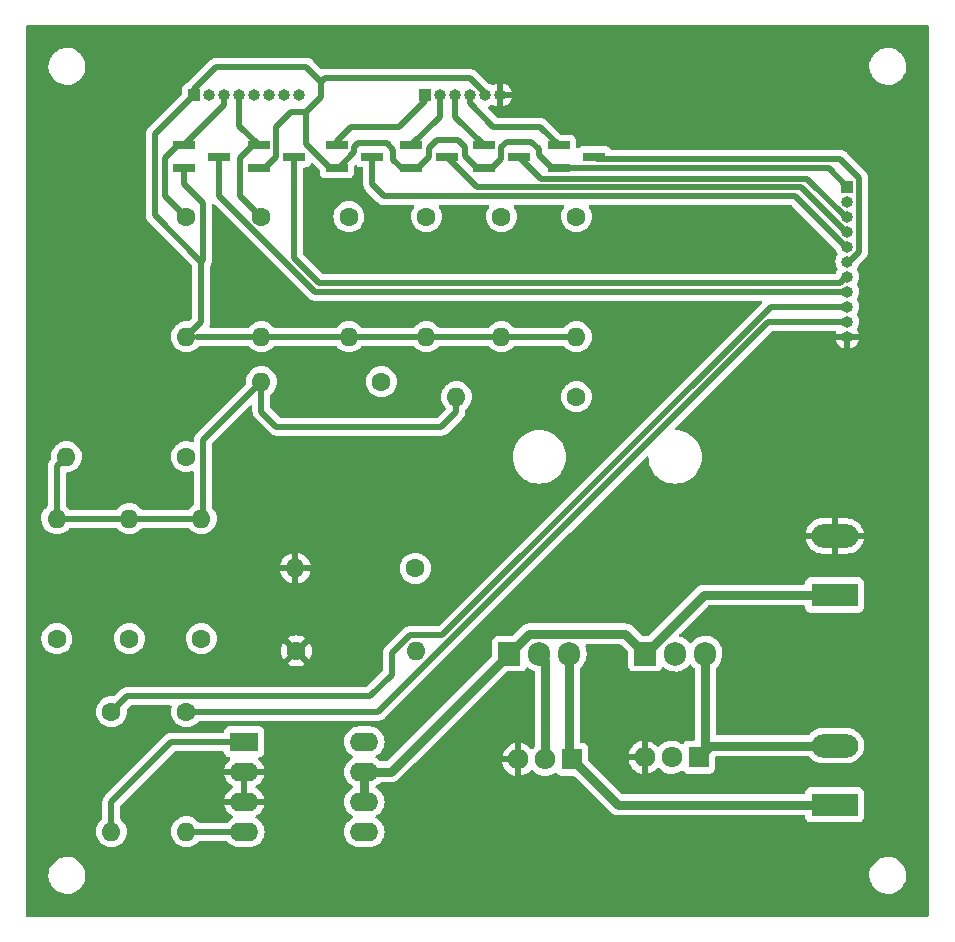
<source format=gbr>
%TF.GenerationSoftware,KiCad,Pcbnew,(6.0.4)*%
%TF.CreationDate,2022-04-12T10:07:42+02:00*%
%TF.ProjectId,Antenna-controller,416e7465-6e6e-4612-9d63-6f6e74726f6c,rev?*%
%TF.SameCoordinates,Original*%
%TF.FileFunction,Copper,L2,Bot*%
%TF.FilePolarity,Positive*%
%FSLAX46Y46*%
G04 Gerber Fmt 4.6, Leading zero omitted, Abs format (unit mm)*
G04 Created by KiCad (PCBNEW (6.0.4)) date 2022-04-12 10:07:42*
%MOMM*%
%LPD*%
G01*
G04 APERTURE LIST*
%TA.AperFunction,ComponentPad*%
%ADD10C,1.600000*%
%TD*%
%TA.AperFunction,ComponentPad*%
%ADD11O,1.600000X1.600000*%
%TD*%
%TA.AperFunction,ComponentPad*%
%ADD12R,1.905000X2.000000*%
%TD*%
%TA.AperFunction,ComponentPad*%
%ADD13O,1.905000X2.000000*%
%TD*%
%TA.AperFunction,ComponentPad*%
%ADD14R,2.400000X1.600000*%
%TD*%
%TA.AperFunction,ComponentPad*%
%ADD15O,2.400000X1.600000*%
%TD*%
%TA.AperFunction,ComponentPad*%
%ADD16R,3.960000X1.980000*%
%TD*%
%TA.AperFunction,ComponentPad*%
%ADD17O,3.960000X1.980000*%
%TD*%
%TA.AperFunction,ComponentPad*%
%ADD18R,1.717500X1.800000*%
%TD*%
%TA.AperFunction,ComponentPad*%
%ADD19O,1.717500X1.800000*%
%TD*%
%TA.AperFunction,ComponentPad*%
%ADD20R,1.000000X1.000000*%
%TD*%
%TA.AperFunction,ComponentPad*%
%ADD21O,1.000000X1.000000*%
%TD*%
%TA.AperFunction,SMDPad,CuDef*%
%ADD22R,1.900000X0.800000*%
%TD*%
%TA.AperFunction,ViaPad*%
%ADD23C,0.800000*%
%TD*%
%TA.AperFunction,Conductor*%
%ADD24C,0.500000*%
%TD*%
%TA.AperFunction,Conductor*%
%ADD25C,0.750000*%
%TD*%
G04 APERTURE END LIST*
D10*
%TO.P,R12,1*%
%TO.N,imu_scl_3.3V*%
X134620000Y-62230000D03*
D11*
%TO.P,R12,2*%
%TO.N,+3V3*%
X134620000Y-72390000D03*
%TD*%
D10*
%TO.P,R15,1*%
%TO.N,SS1_5V*%
X135877846Y-97951737D03*
D11*
%TO.P,R15,2*%
%TO.N,5V*%
X135877846Y-87791737D03*
%TD*%
D12*
%TO.P,Q1,1,D*%
%TO.N,+6V*%
X161960000Y-99230000D03*
D13*
%TO.P,Q1,2,G*%
%TO.N,forward*%
X164500000Y-99230000D03*
%TO.P,Q1,3,S*%
%TO.N,Net-(M1-Pad1)*%
X167040000Y-99230000D03*
%TD*%
D14*
%TO.P,U1,1,A1*%
%TO.N,Net-(R5-Pad2)*%
X139517500Y-106690000D03*
D15*
%TO.P,U1,2,C1*%
%TO.N,GND*%
X139517500Y-109230000D03*
%TO.P,U1,3,C2*%
X139517500Y-111770000D03*
%TO.P,U1,4,A2*%
%TO.N,Net-(R6-Pad2)*%
X139517500Y-114310000D03*
%TO.P,U1,5,E2*%
%TO.N,forward*%
X149677500Y-114310000D03*
%TO.P,U1,6,C2*%
%TO.N,+6V*%
X149677500Y-111770000D03*
%TO.P,U1,7,C1*%
X149677500Y-109230000D03*
%TO.P,U1,8,E1*%
%TO.N,rev*%
X149677500Y-106690000D03*
%TD*%
D10*
%TO.P,R11,1*%
%TO.N,imu_sda_3.3V*%
X140970000Y-62230000D03*
D11*
%TO.P,R11,2*%
%TO.N,+3V3*%
X140970000Y-72390000D03*
%TD*%
D16*
%TO.P,M1,1,+*%
%TO.N,Net-(M1-Pad1)*%
X189500000Y-112014000D03*
D17*
%TO.P,M1,2,-*%
%TO.N,Net-(M1-Pad2)*%
X189500000Y-107014000D03*
%TD*%
D18*
%TO.P,Q2,1,D*%
%TO.N,Net-(M1-Pad1)*%
X167290000Y-108185000D03*
D19*
%TO.P,Q2,2,G*%
%TO.N,forward*%
X165000000Y-108185000D03*
%TO.P,Q2,3,S*%
%TO.N,GND*%
X162710000Y-108185000D03*
%TD*%
D20*
%TO.P,s-lite1,1,3.3V*%
%TO.N,+3V3*%
X190575000Y-59690000D03*
D21*
%TO.P,s-lite1,2,5V*%
%TO.N,5V*%
X190575000Y-60960000D03*
%TO.P,s-lite1,3,A0/MOSI1*%
%TO.N,MOSI_5V*%
X190575000Y-62230000D03*
%TO.P,s-lite1,4,A1/MISO1*%
%TO.N,MISO_5V*%
X190575000Y-63500000D03*
%TO.P,s-lite1,5,A2/SCK1*%
%TO.N,SCK_5V*%
X190575000Y-64770000D03*
%TO.P,s-lite1,6,AUX1/A5/SS1*%
%TO.N,SS1_5V*%
X190575000Y-66040000D03*
%TO.P,s-lite1,7,A3/SDA0*%
%TO.N,imu_sda_5V*%
X190575000Y-67310000D03*
%TO.P,s-lite1,8,A4/SCL0*%
%TO.N,imu_scl_5V*%
X190575000Y-68580000D03*
%TO.P,s-lite1,9,D1/TX0*%
%TO.N,rev_input_5V*%
X190575000Y-69850000D03*
%TO.P,s-lite1,10,D0/RX0*%
%TO.N,forward_input_5V*%
X190575000Y-71120000D03*
%TO.P,s-lite1,11,GND*%
%TO.N,GND*%
X190575000Y-72390000D03*
%TD*%
D10*
%TO.P,R13,1*%
%TO.N,imu_scl_5V*%
X123640039Y-97957977D03*
D11*
%TO.P,R13,2*%
%TO.N,5V*%
X123640039Y-87797977D03*
%TD*%
D10*
%TO.P,R17,1*%
%TO.N,MISO_5V*%
X151130000Y-76200000D03*
D11*
%TO.P,R17,2*%
%TO.N,5V*%
X140970000Y-76200000D03*
%TD*%
D10*
%TO.P,R1,1*%
%TO.N,forward*%
X154000000Y-92000000D03*
D11*
%TO.P,R1,2*%
%TO.N,GND*%
X143840000Y-92000000D03*
%TD*%
D20*
%TO.P,U2,1,vcc*%
%TO.N,+3V3*%
X135250000Y-51955000D03*
D21*
%TO.P,U2,2,gnd*%
%TO.N,GND*%
X136520000Y-51955000D03*
%TO.P,U2,3,scl*%
%TO.N,imu_scl_3.3V*%
X137790000Y-51955000D03*
%TO.P,U2,4,sda*%
%TO.N,imu_sda_3.3V*%
X139060000Y-51955000D03*
%TO.P,U2,5,xda*%
%TO.N,unconnected-(U2-Pad5)*%
X140330000Y-51955000D03*
%TO.P,U2,6,xdl*%
%TO.N,unconnected-(U2-Pad6)*%
X141600000Y-51955000D03*
%TO.P,U2,7,ado*%
%TO.N,unconnected-(U2-Pad7)*%
X142870000Y-51955000D03*
%TO.P,U2,8,int*%
%TO.N,unconnected-(U2-Pad8)*%
X144140000Y-51955000D03*
%TD*%
D10*
%TO.P,R16,1*%
%TO.N,MOSI_5V*%
X167640000Y-77470000D03*
D11*
%TO.P,R16,2*%
%TO.N,5V*%
X157480000Y-77470000D03*
%TD*%
D10*
%TO.P,R10,1*%
%TO.N,SS1_3.3V*%
X167640000Y-62230000D03*
D11*
%TO.P,R10,2*%
%TO.N,+3V3*%
X167640000Y-72390000D03*
%TD*%
D10*
%TO.P,R14,1*%
%TO.N,imu_sda_5V*%
X129787618Y-97951737D03*
D11*
%TO.P,R14,2*%
%TO.N,5V*%
X129787618Y-87791737D03*
%TD*%
D10*
%TO.P,R5,1*%
%TO.N,rev_input_5V*%
X128270000Y-104140000D03*
D11*
%TO.P,R5,2*%
%TO.N,Net-(R5-Pad2)*%
X128270000Y-114300000D03*
%TD*%
D10*
%TO.P,R2,1*%
%TO.N,GND*%
X143920000Y-99000000D03*
D11*
%TO.P,R2,2*%
%TO.N,rev*%
X154080000Y-99000000D03*
%TD*%
D10*
%TO.P,R8,1*%
%TO.N,MISO_3.3V*%
X154940000Y-62230000D03*
D11*
%TO.P,R8,2*%
%TO.N,+3V3*%
X154940000Y-72390000D03*
%TD*%
D20*
%TO.P,J2,1,Pin_1*%
%TO.N,SCK_3.3V*%
X154825000Y-51925000D03*
D21*
%TO.P,J2,2,Pin_2*%
%TO.N,MISO_3.3V*%
X156095000Y-51925000D03*
%TO.P,J2,3,Pin_3*%
%TO.N,MOSI_3.3V*%
X157365000Y-51925000D03*
%TO.P,J2,4,Pin_4*%
%TO.N,SS1_3.3V*%
X158635000Y-51925000D03*
%TO.P,J2,5,Pin_5*%
%TO.N,+3V3*%
X159905000Y-51925000D03*
%TO.P,J2,6,Pin_6*%
%TO.N,GND*%
X161175000Y-51925000D03*
%TD*%
D10*
%TO.P,R7,1*%
%TO.N,SCK_3.3V*%
X148368268Y-62230000D03*
D11*
%TO.P,R7,2*%
%TO.N,+3V3*%
X148368268Y-72390000D03*
%TD*%
D10*
%TO.P,R18,1*%
%TO.N,SCK_5V*%
X134620000Y-82550000D03*
D11*
%TO.P,R18,2*%
%TO.N,5V*%
X124460000Y-82550000D03*
%TD*%
D18*
%TO.P,Q4,1,D*%
%TO.N,Net-(M1-Pad2)*%
X178000000Y-108000000D03*
D19*
%TO.P,Q4,2,G*%
%TO.N,rev*%
X175710000Y-108000000D03*
%TO.P,Q4,3,S*%
%TO.N,GND*%
X173420000Y-108000000D03*
%TD*%
D12*
%TO.P,Q3,1,D*%
%TO.N,+6V*%
X173460000Y-99230000D03*
D13*
%TO.P,Q3,2,G*%
%TO.N,rev*%
X176000000Y-99230000D03*
%TO.P,Q3,3,S*%
%TO.N,Net-(M1-Pad2)*%
X178540000Y-99230000D03*
%TD*%
D10*
%TO.P,R9,1*%
%TO.N,MOSI_3.3V*%
X161290000Y-62230000D03*
D11*
%TO.P,R9,2*%
%TO.N,+3V3*%
X161290000Y-72390000D03*
%TD*%
D16*
%TO.P,J1,1,Pin_1*%
%TO.N,+6V*%
X189500000Y-94265000D03*
D17*
%TO.P,J1,2,Pin_2*%
%TO.N,GND*%
X189500000Y-89265000D03*
%TD*%
D10*
%TO.P,R6,1*%
%TO.N,forward_input_5V*%
X134620000Y-104140000D03*
D11*
%TO.P,R6,2*%
%TO.N,Net-(R6-Pad2)*%
X134620000Y-114300000D03*
%TD*%
D22*
%TO.P,Q10,1,G*%
%TO.N,+3V3*%
X134390000Y-58100000D03*
%TO.P,Q10,2,S*%
%TO.N,imu_scl_3.3V*%
X134390000Y-56200000D03*
%TO.P,Q10,3,D*%
%TO.N,imu_scl_5V*%
X137390000Y-57150000D03*
%TD*%
%TO.P,Q5,1,G*%
%TO.N,+3V3*%
X147360206Y-58086562D03*
%TO.P,Q5,2,S*%
%TO.N,SCK_3.3V*%
X147360206Y-56186562D03*
%TO.P,Q5,3,D*%
%TO.N,SCK_5V*%
X150360206Y-57136562D03*
%TD*%
%TO.P,Q9,1,G*%
%TO.N,+3V3*%
X140740000Y-58100000D03*
%TO.P,Q9,2,S*%
%TO.N,imu_sda_3.3V*%
X140740000Y-56200000D03*
%TO.P,Q9,3,D*%
%TO.N,imu_sda_5V*%
X143740000Y-57150000D03*
%TD*%
%TO.P,Q6,1,G*%
%TO.N,+3V3*%
X153670000Y-58100000D03*
%TO.P,Q6,2,S*%
%TO.N,MISO_3.3V*%
X153670000Y-56200000D03*
%TO.P,Q6,3,D*%
%TO.N,MISO_5V*%
X156670000Y-57150000D03*
%TD*%
%TO.P,Q7,1,G*%
%TO.N,+3V3*%
X159790000Y-58100000D03*
%TO.P,Q7,2,S*%
%TO.N,MOSI_3.3V*%
X159790000Y-56200000D03*
%TO.P,Q7,3,D*%
%TO.N,MOSI_5V*%
X162790000Y-57150000D03*
%TD*%
%TO.P,Q8,1,G*%
%TO.N,+3V3*%
X166140000Y-58100000D03*
%TO.P,Q8,2,S*%
%TO.N,SS1_3.3V*%
X166140000Y-56200000D03*
%TO.P,Q8,3,D*%
%TO.N,SS1_5V*%
X169140000Y-57150000D03*
%TD*%
D23*
%TO.N,GND*%
X176500000Y-64500000D03*
%TD*%
D24*
%TO.N,SCK_3.3V*%
X147360206Y-55839794D02*
X148590000Y-54610000D01*
X154825000Y-52421744D02*
X154825000Y-51925000D01*
X148590000Y-54610000D02*
X152636744Y-54610000D01*
X147360206Y-56186562D02*
X147360206Y-55839794D01*
X152636744Y-54610000D02*
X154825000Y-52421744D01*
D25*
%TO.N,Net-(M1-Pad1)*%
X167040000Y-99230000D02*
X167040000Y-107935000D01*
X171119000Y-112014000D02*
X189500000Y-112014000D01*
X167290000Y-108185000D02*
X171119000Y-112014000D01*
X167040000Y-107935000D02*
X167290000Y-108185000D01*
%TO.N,Net-(M1-Pad2)*%
X178986000Y-107014000D02*
X189500000Y-107014000D01*
X178540000Y-99230000D02*
X178540000Y-107460000D01*
X178540000Y-107460000D02*
X178000000Y-108000000D01*
X178986000Y-107014000D02*
X178000000Y-108000000D01*
%TO.N,+6V*%
X151960000Y-109230000D02*
X161960000Y-99230000D01*
X161960000Y-99230000D02*
X163634520Y-97555480D01*
X171785480Y-97555480D02*
X173460000Y-99230000D01*
X163634520Y-97555480D02*
X171785480Y-97555480D01*
X149677500Y-111770000D02*
X149677500Y-109230000D01*
X173460000Y-99230000D02*
X178425000Y-94265000D01*
X149677500Y-109230000D02*
X151960000Y-109230000D01*
X178425000Y-94265000D02*
X189500000Y-94265000D01*
%TO.N,forward*%
X165000000Y-108185000D02*
X165000000Y-99730000D01*
X165000000Y-99730000D02*
X164500000Y-99230000D01*
D24*
%TO.N,SS1_3.3V*%
X164550000Y-54610000D02*
X160610000Y-54610000D01*
X160610000Y-54610000D02*
X158635000Y-52635000D01*
X158635000Y-52635000D02*
X158635000Y-51925000D01*
X166140000Y-56200000D02*
X164550000Y-54610000D01*
%TO.N,Net-(R5-Pad2)*%
X133360000Y-106690000D02*
X139517500Y-106690000D01*
X133350000Y-106680000D02*
X133360000Y-106690000D01*
X128270000Y-111760000D02*
X133350000Y-106680000D01*
X128270000Y-114300000D02*
X128270000Y-111760000D01*
%TO.N,SS1_5V*%
X169140000Y-57150000D02*
X169340480Y-57350480D01*
X189985506Y-57350480D02*
X191574511Y-58939485D01*
X191574511Y-58939485D02*
X191574511Y-65184012D01*
X169340480Y-57350480D02*
X189985506Y-57350480D01*
X190718523Y-66040000D02*
X190575000Y-66040000D01*
X191574511Y-65184012D02*
X190718523Y-66040000D01*
%TO.N,Net-(R6-Pad2)*%
X134620000Y-114300000D02*
X139507500Y-114300000D01*
X139507500Y-114300000D02*
X139517500Y-114310000D01*
%TO.N,+3V3*%
X142240000Y-54610000D02*
X143510000Y-53340000D01*
X157636580Y-55767558D02*
X158237660Y-56368638D01*
X158237660Y-57099464D02*
X159238196Y-58100000D01*
X135890000Y-66040000D02*
X135890000Y-71120000D01*
X144780000Y-56056356D02*
X144780000Y-53340000D01*
X166140000Y-58100000D02*
X188985000Y-58100000D01*
X146350000Y-50500000D02*
X146050000Y-50800000D01*
X159790000Y-58100000D02*
X160513942Y-58100000D01*
X159238196Y-58100000D02*
X159790000Y-58100000D01*
X155803420Y-55767558D02*
X157636580Y-55767558D01*
X136017000Y-65913000D02*
X135890000Y-66040000D01*
X141290000Y-58100000D02*
X142240000Y-57150000D01*
X134390000Y-58100000D02*
X134390000Y-59460000D01*
X161239511Y-57374431D02*
X161239511Y-56360592D01*
X142240000Y-57150000D02*
X142240000Y-54610000D01*
X135250000Y-51440000D02*
X135250000Y-51955000D01*
X155170000Y-57150000D02*
X155170000Y-56400978D01*
X137160000Y-49530000D02*
X135250000Y-51440000D01*
X161239511Y-56360592D02*
X161720103Y-55880000D01*
X152146000Y-56573334D02*
X151579666Y-56007000D01*
X159905000Y-51925000D02*
X159905000Y-51778381D01*
X148844000Y-56303746D02*
X148844000Y-56769000D01*
X158626619Y-50500000D02*
X146350000Y-50500000D01*
X154940000Y-72390000D02*
X161290000Y-72390000D01*
X131953000Y-55252000D02*
X131953000Y-62103000D01*
X148368268Y-72390000D02*
X154940000Y-72390000D01*
X158237660Y-56368638D02*
X158237660Y-57099464D01*
X164465000Y-57023000D02*
X165542000Y-58100000D01*
X131953000Y-62103000D02*
X135890000Y-66040000D01*
X135250000Y-51955000D02*
X131953000Y-55252000D01*
X153670000Y-58100000D02*
X154220000Y-58100000D01*
X152842000Y-58100000D02*
X152146000Y-57404000D01*
X163830000Y-55880000D02*
X164465000Y-56515000D01*
X149140746Y-56007000D02*
X148844000Y-56303746D01*
X136017000Y-61087000D02*
X136017000Y-65913000D01*
X188985000Y-58100000D02*
X190575000Y-59690000D01*
X161720103Y-55880000D02*
X163830000Y-55880000D01*
X144780000Y-53340000D02*
X146000000Y-52120000D01*
X140740000Y-58100000D02*
X141290000Y-58100000D01*
X161290000Y-72390000D02*
X167640000Y-72390000D01*
X155170000Y-56400978D02*
X155803420Y-55767558D01*
X146810206Y-58086562D02*
X144780000Y-56056356D01*
X164465000Y-56515000D02*
X164465000Y-57023000D01*
X135890000Y-71120000D02*
X134620000Y-72390000D01*
X147360206Y-58086562D02*
X146810206Y-58086562D01*
X144780000Y-49530000D02*
X137160000Y-49530000D01*
X153670000Y-58100000D02*
X152842000Y-58100000D01*
X135496511Y-72390000D02*
X140970000Y-72390000D01*
X148844000Y-56769000D02*
X147526438Y-58086562D01*
X134390000Y-59460000D02*
X136017000Y-61087000D01*
X151579666Y-56007000D02*
X149140746Y-56007000D01*
X152146000Y-57404000D02*
X152146000Y-56573334D01*
X146000000Y-52120000D02*
X146000000Y-51000000D01*
X154220000Y-58100000D02*
X155170000Y-57150000D01*
X146050000Y-50800000D02*
X144780000Y-49530000D01*
X160513942Y-58100000D02*
X161239511Y-57374431D01*
X159905000Y-51778381D02*
X158626619Y-50500000D01*
X143510000Y-53340000D02*
X144780000Y-53340000D01*
X147526438Y-58086562D02*
X147360206Y-58086562D01*
X140970000Y-72390000D02*
X148368268Y-72390000D01*
X165542000Y-58100000D02*
X166140000Y-58100000D01*
%TO.N,imu_scl_3.3V*%
X132842000Y-57298978D02*
X133940978Y-56200000D01*
X134620000Y-62230000D02*
X132842000Y-60452000D01*
X134390000Y-56200000D02*
X137790000Y-52800000D01*
X133940978Y-56200000D02*
X134390000Y-56200000D01*
X132842000Y-60452000D02*
X132842000Y-57298978D01*
X137790000Y-52800000D02*
X137790000Y-51955000D01*
%TO.N,imu_sda_3.3V*%
X140740000Y-56200000D02*
X139060000Y-54520000D01*
X140290978Y-56200000D02*
X140740000Y-56200000D01*
X139060000Y-54520000D02*
X139060000Y-51955000D01*
X139192000Y-57298978D02*
X140290978Y-56200000D01*
X140970000Y-62230000D02*
X139192000Y-60452000D01*
X139192000Y-60452000D02*
X139192000Y-57298978D01*
%TO.N,SCK_5V*%
X190431477Y-64770000D02*
X190575000Y-64770000D01*
X151372213Y-60500000D02*
X186161477Y-60500000D01*
X150360206Y-59487993D02*
X151372213Y-60500000D01*
X186161477Y-60500000D02*
X190431477Y-64770000D01*
X150360206Y-57136562D02*
X150360206Y-59487993D01*
%TO.N,MISO_5V*%
X156670000Y-57150000D02*
X156670000Y-57170000D01*
X159249520Y-59749520D02*
X186680997Y-59749520D01*
X156670000Y-57170000D02*
X159249520Y-59749520D01*
X186680997Y-59749520D02*
X190431477Y-63500000D01*
X190431477Y-63500000D02*
X190575000Y-63500000D01*
%TO.N,5V*%
X123646279Y-87791737D02*
X123640039Y-87797977D01*
X140970000Y-76200000D02*
X136017000Y-81153000D01*
X123640039Y-87797977D02*
X123640039Y-83369961D01*
X136017000Y-81153000D02*
X136017000Y-87652583D01*
X129787618Y-87791737D02*
X123646279Y-87791737D01*
X140970000Y-78740000D02*
X140970000Y-76200000D01*
X156210000Y-80010000D02*
X142240000Y-80010000D01*
X142240000Y-80010000D02*
X140970000Y-78740000D01*
X123640039Y-83369961D02*
X124460000Y-82550000D01*
X135877846Y-87791737D02*
X129787618Y-87791737D01*
X157480000Y-78740000D02*
X156210000Y-80010000D01*
X136017000Y-87652583D02*
X135877846Y-87791737D01*
X157480000Y-78740000D02*
X157480000Y-77470000D01*
%TO.N,MOSI_5V*%
X190431477Y-62230000D02*
X190575000Y-62230000D01*
X187201477Y-59000000D02*
X190431477Y-62230000D01*
X162790000Y-57150000D02*
X164640000Y-59000000D01*
X164640000Y-59000000D02*
X187201477Y-59000000D01*
%TO.N,rev_input_5V*%
X184090018Y-69850000D02*
X190575000Y-69850000D01*
X153521013Y-97650489D02*
X156289529Y-97650489D01*
X156289529Y-97650489D02*
X184090018Y-69850000D01*
X128270000Y-104140000D02*
X129569511Y-102840489D01*
X129569511Y-102840489D02*
X150159511Y-102840489D01*
X152000000Y-101000000D02*
X152000000Y-99171502D01*
X150159511Y-102840489D02*
X152000000Y-101000000D01*
X152000000Y-99171502D02*
X153521013Y-97650489D01*
%TO.N,MOSI_3.3V*%
X159790000Y-56200000D02*
X157365000Y-53775000D01*
X157365000Y-53775000D02*
X157365000Y-51925000D01*
%TO.N,MISO_3.3V*%
X156095000Y-53775000D02*
X156095000Y-51925000D01*
X153670000Y-56200000D02*
X156095000Y-53775000D01*
%TO.N,imu_scl_5V*%
X145482213Y-68580000D02*
X190575000Y-68580000D01*
X137390000Y-57150000D02*
X137390000Y-60487787D01*
X137390000Y-60487787D02*
X145482213Y-68580000D01*
%TO.N,imu_sda_5V*%
X190431477Y-67310000D02*
X190575000Y-67310000D01*
X189910997Y-67830480D02*
X190431477Y-67310000D01*
X143740000Y-57150000D02*
X143740000Y-65740000D01*
X145830480Y-67830480D02*
X189910997Y-67830480D01*
X143740000Y-65740000D02*
X145830480Y-67830480D01*
%TO.N,forward_input_5V*%
X183880000Y-71120000D02*
X190575000Y-71120000D01*
X150860000Y-104140000D02*
X183880000Y-71120000D01*
X134620000Y-104140000D02*
X150860000Y-104140000D01*
%TD*%
%TA.AperFunction,Conductor*%
%TO.N,GND*%
G36*
X197433621Y-46028502D02*
G01*
X197480114Y-46082158D01*
X197491500Y-46134500D01*
X197491500Y-121365500D01*
X197471498Y-121433621D01*
X197417842Y-121480114D01*
X197365500Y-121491500D01*
X121134500Y-121491500D01*
X121066379Y-121471498D01*
X121019886Y-121417842D01*
X121008500Y-121365500D01*
X121008500Y-118054568D01*
X122937382Y-118054568D01*
X122966208Y-118303699D01*
X122967587Y-118308573D01*
X122967588Y-118308577D01*
X123006526Y-118446181D01*
X123034494Y-118545017D01*
X123036628Y-118549592D01*
X123036630Y-118549599D01*
X123138347Y-118767731D01*
X123140484Y-118772313D01*
X123143326Y-118776494D01*
X123143326Y-118776495D01*
X123278605Y-118975552D01*
X123278608Y-118975556D01*
X123281451Y-118979739D01*
X123284928Y-118983416D01*
X123284929Y-118983417D01*
X123385238Y-119089491D01*
X123453767Y-119161959D01*
X123457793Y-119165037D01*
X123457794Y-119165038D01*
X123648981Y-119311212D01*
X123648985Y-119311215D01*
X123653001Y-119314285D01*
X123874026Y-119432797D01*
X123878807Y-119434443D01*
X123878811Y-119434445D01*
X124104538Y-119512169D01*
X124111156Y-119514448D01*
X124214689Y-119532331D01*
X124354380Y-119556460D01*
X124354386Y-119556461D01*
X124358290Y-119557135D01*
X124362251Y-119557315D01*
X124362252Y-119557315D01*
X124386931Y-119558436D01*
X124386950Y-119558436D01*
X124388350Y-119558500D01*
X124563015Y-119558500D01*
X124565523Y-119558298D01*
X124565528Y-119558298D01*
X124744944Y-119543863D01*
X124744949Y-119543862D01*
X124749985Y-119543457D01*
X124754893Y-119542252D01*
X124754896Y-119542251D01*
X124988625Y-119484841D01*
X124993539Y-119483634D01*
X124998191Y-119481659D01*
X124998195Y-119481658D01*
X125219741Y-119387617D01*
X125219742Y-119387617D01*
X125224396Y-119385641D01*
X125436615Y-119252000D01*
X125624738Y-119086147D01*
X125783924Y-118892351D01*
X125910078Y-118675596D01*
X125999955Y-118441461D01*
X126051241Y-118195967D01*
X126057662Y-118054568D01*
X192437382Y-118054568D01*
X192466208Y-118303699D01*
X192467587Y-118308573D01*
X192467588Y-118308577D01*
X192506526Y-118446181D01*
X192534494Y-118545017D01*
X192536628Y-118549592D01*
X192536630Y-118549599D01*
X192638347Y-118767731D01*
X192640484Y-118772313D01*
X192643326Y-118776494D01*
X192643326Y-118776495D01*
X192778605Y-118975552D01*
X192778608Y-118975556D01*
X192781451Y-118979739D01*
X192784928Y-118983416D01*
X192784929Y-118983417D01*
X192885238Y-119089491D01*
X192953767Y-119161959D01*
X192957793Y-119165037D01*
X192957794Y-119165038D01*
X193148981Y-119311212D01*
X193148985Y-119311215D01*
X193153001Y-119314285D01*
X193374026Y-119432797D01*
X193378807Y-119434443D01*
X193378811Y-119434445D01*
X193604538Y-119512169D01*
X193611156Y-119514448D01*
X193714689Y-119532331D01*
X193854380Y-119556460D01*
X193854386Y-119556461D01*
X193858290Y-119557135D01*
X193862251Y-119557315D01*
X193862252Y-119557315D01*
X193886931Y-119558436D01*
X193886950Y-119558436D01*
X193888350Y-119558500D01*
X194063015Y-119558500D01*
X194065523Y-119558298D01*
X194065528Y-119558298D01*
X194244944Y-119543863D01*
X194244949Y-119543862D01*
X194249985Y-119543457D01*
X194254893Y-119542252D01*
X194254896Y-119542251D01*
X194488625Y-119484841D01*
X194493539Y-119483634D01*
X194498191Y-119481659D01*
X194498195Y-119481658D01*
X194719741Y-119387617D01*
X194719742Y-119387617D01*
X194724396Y-119385641D01*
X194936615Y-119252000D01*
X195124738Y-119086147D01*
X195283924Y-118892351D01*
X195410078Y-118675596D01*
X195499955Y-118441461D01*
X195551241Y-118195967D01*
X195562618Y-117945432D01*
X195533792Y-117696301D01*
X195494810Y-117558539D01*
X195466884Y-117459852D01*
X195466883Y-117459850D01*
X195465506Y-117454983D01*
X195463372Y-117450408D01*
X195463370Y-117450401D01*
X195361653Y-117232269D01*
X195361651Y-117232265D01*
X195359516Y-117227687D01*
X195356674Y-117223505D01*
X195221395Y-117024448D01*
X195221392Y-117024444D01*
X195218549Y-117020261D01*
X195117925Y-116913853D01*
X195049713Y-116841721D01*
X195046233Y-116838041D01*
X195042206Y-116834962D01*
X194851019Y-116688788D01*
X194851015Y-116688785D01*
X194846999Y-116685715D01*
X194625974Y-116567203D01*
X194621193Y-116565557D01*
X194621189Y-116565555D01*
X194393633Y-116487201D01*
X194388844Y-116485552D01*
X194285311Y-116467669D01*
X194145620Y-116443540D01*
X194145614Y-116443539D01*
X194141710Y-116442865D01*
X194137749Y-116442685D01*
X194137748Y-116442685D01*
X194113069Y-116441564D01*
X194113050Y-116441564D01*
X194111650Y-116441500D01*
X193936985Y-116441500D01*
X193934477Y-116441702D01*
X193934472Y-116441702D01*
X193755056Y-116456137D01*
X193755051Y-116456138D01*
X193750015Y-116456543D01*
X193745107Y-116457748D01*
X193745104Y-116457749D01*
X193513326Y-116514680D01*
X193506461Y-116516366D01*
X193501809Y-116518341D01*
X193501805Y-116518342D01*
X193381061Y-116569595D01*
X193275604Y-116614359D01*
X193063385Y-116748000D01*
X192875262Y-116913853D01*
X192716076Y-117107649D01*
X192589922Y-117324404D01*
X192500045Y-117558539D01*
X192448759Y-117804033D01*
X192437382Y-118054568D01*
X126057662Y-118054568D01*
X126062618Y-117945432D01*
X126033792Y-117696301D01*
X125994810Y-117558539D01*
X125966884Y-117459852D01*
X125966883Y-117459850D01*
X125965506Y-117454983D01*
X125963372Y-117450408D01*
X125963370Y-117450401D01*
X125861653Y-117232269D01*
X125861651Y-117232265D01*
X125859516Y-117227687D01*
X125856674Y-117223505D01*
X125721395Y-117024448D01*
X125721392Y-117024444D01*
X125718549Y-117020261D01*
X125617925Y-116913853D01*
X125549713Y-116841721D01*
X125546233Y-116838041D01*
X125542206Y-116834962D01*
X125351019Y-116688788D01*
X125351015Y-116688785D01*
X125346999Y-116685715D01*
X125125974Y-116567203D01*
X125121193Y-116565557D01*
X125121189Y-116565555D01*
X124893633Y-116487201D01*
X124888844Y-116485552D01*
X124785311Y-116467669D01*
X124645620Y-116443540D01*
X124645614Y-116443539D01*
X124641710Y-116442865D01*
X124637749Y-116442685D01*
X124637748Y-116442685D01*
X124613069Y-116441564D01*
X124613050Y-116441564D01*
X124611650Y-116441500D01*
X124436985Y-116441500D01*
X124434477Y-116441702D01*
X124434472Y-116441702D01*
X124255056Y-116456137D01*
X124255051Y-116456138D01*
X124250015Y-116456543D01*
X124245107Y-116457748D01*
X124245104Y-116457749D01*
X124013326Y-116514680D01*
X124006461Y-116516366D01*
X124001809Y-116518341D01*
X124001805Y-116518342D01*
X123881061Y-116569595D01*
X123775604Y-116614359D01*
X123563385Y-116748000D01*
X123375262Y-116913853D01*
X123216076Y-117107649D01*
X123089922Y-117324404D01*
X123000045Y-117558539D01*
X122948759Y-117804033D01*
X122937382Y-118054568D01*
X121008500Y-118054568D01*
X121008500Y-114300000D01*
X126956502Y-114300000D01*
X126976457Y-114528087D01*
X126977881Y-114533400D01*
X126977881Y-114533402D01*
X126979137Y-114538087D01*
X127035716Y-114749243D01*
X127038039Y-114754224D01*
X127038039Y-114754225D01*
X127130151Y-114951762D01*
X127130154Y-114951767D01*
X127132477Y-114956749D01*
X127263802Y-115144300D01*
X127425700Y-115306198D01*
X127430208Y-115309355D01*
X127430211Y-115309357D01*
X127439981Y-115316198D01*
X127613251Y-115437523D01*
X127618233Y-115439846D01*
X127618238Y-115439849D01*
X127815775Y-115531961D01*
X127820757Y-115534284D01*
X127826065Y-115535706D01*
X127826067Y-115535707D01*
X128036598Y-115592119D01*
X128036600Y-115592119D01*
X128041913Y-115593543D01*
X128270000Y-115613498D01*
X128498087Y-115593543D01*
X128503400Y-115592119D01*
X128503402Y-115592119D01*
X128713933Y-115535707D01*
X128713935Y-115535706D01*
X128719243Y-115534284D01*
X128724225Y-115531961D01*
X128921762Y-115439849D01*
X128921767Y-115439846D01*
X128926749Y-115437523D01*
X129100019Y-115316198D01*
X129109789Y-115309357D01*
X129109792Y-115309355D01*
X129114300Y-115306198D01*
X129276198Y-115144300D01*
X129407523Y-114956749D01*
X129409846Y-114951767D01*
X129409849Y-114951762D01*
X129501961Y-114754225D01*
X129501961Y-114754224D01*
X129504284Y-114749243D01*
X129560864Y-114538087D01*
X129562119Y-114533402D01*
X129562119Y-114533400D01*
X129563543Y-114528087D01*
X129583498Y-114300000D01*
X133306502Y-114300000D01*
X133326457Y-114528087D01*
X133327881Y-114533400D01*
X133327881Y-114533402D01*
X133329137Y-114538087D01*
X133385716Y-114749243D01*
X133388039Y-114754224D01*
X133388039Y-114754225D01*
X133480151Y-114951762D01*
X133480154Y-114951767D01*
X133482477Y-114956749D01*
X133613802Y-115144300D01*
X133775700Y-115306198D01*
X133780208Y-115309355D01*
X133780211Y-115309357D01*
X133789981Y-115316198D01*
X133963251Y-115437523D01*
X133968233Y-115439846D01*
X133968238Y-115439849D01*
X134165775Y-115531961D01*
X134170757Y-115534284D01*
X134176065Y-115535706D01*
X134176067Y-115535707D01*
X134386598Y-115592119D01*
X134386600Y-115592119D01*
X134391913Y-115593543D01*
X134620000Y-115613498D01*
X134848087Y-115593543D01*
X134853400Y-115592119D01*
X134853402Y-115592119D01*
X135063933Y-115535707D01*
X135063935Y-115535706D01*
X135069243Y-115534284D01*
X135074225Y-115531961D01*
X135271762Y-115439849D01*
X135271767Y-115439846D01*
X135276749Y-115437523D01*
X135450019Y-115316198D01*
X135459789Y-115309357D01*
X135459792Y-115309355D01*
X135464300Y-115306198D01*
X135626198Y-115144300D01*
X135648655Y-115112229D01*
X135704110Y-115067901D01*
X135751867Y-115058500D01*
X137978631Y-115058500D01*
X138046752Y-115078502D01*
X138081843Y-115112228D01*
X138111302Y-115154300D01*
X138273200Y-115316198D01*
X138277708Y-115319355D01*
X138277711Y-115319357D01*
X138355889Y-115374098D01*
X138460751Y-115447523D01*
X138465733Y-115449846D01*
X138465738Y-115449849D01*
X138649863Y-115535707D01*
X138668257Y-115544284D01*
X138673565Y-115545706D01*
X138673567Y-115545707D01*
X138884098Y-115602119D01*
X138884100Y-115602119D01*
X138889413Y-115603543D01*
X138988980Y-115612254D01*
X139057649Y-115618262D01*
X139057656Y-115618262D01*
X139060373Y-115618500D01*
X139974627Y-115618500D01*
X139977344Y-115618262D01*
X139977351Y-115618262D01*
X140046020Y-115612254D01*
X140145587Y-115603543D01*
X140150900Y-115602119D01*
X140150902Y-115602119D01*
X140361433Y-115545707D01*
X140361435Y-115545706D01*
X140366743Y-115544284D01*
X140385137Y-115535707D01*
X140569262Y-115449849D01*
X140569267Y-115449846D01*
X140574249Y-115447523D01*
X140679111Y-115374098D01*
X140757289Y-115319357D01*
X140757292Y-115319355D01*
X140761800Y-115316198D01*
X140923698Y-115154300D01*
X140927972Y-115148197D01*
X141051866Y-114971257D01*
X141055023Y-114966749D01*
X141057346Y-114961767D01*
X141057349Y-114961762D01*
X141149461Y-114764225D01*
X141149461Y-114764224D01*
X141151784Y-114759243D01*
X141155887Y-114743933D01*
X141209619Y-114543402D01*
X141209619Y-114543400D01*
X141211043Y-114538087D01*
X141230998Y-114310000D01*
X147964002Y-114310000D01*
X147983957Y-114538087D01*
X147985381Y-114543400D01*
X147985381Y-114543402D01*
X148039114Y-114743933D01*
X148043216Y-114759243D01*
X148045539Y-114764224D01*
X148045539Y-114764225D01*
X148137651Y-114961762D01*
X148137654Y-114961767D01*
X148139977Y-114966749D01*
X148143134Y-114971257D01*
X148267029Y-115148197D01*
X148271302Y-115154300D01*
X148433200Y-115316198D01*
X148437708Y-115319355D01*
X148437711Y-115319357D01*
X148515889Y-115374098D01*
X148620751Y-115447523D01*
X148625733Y-115449846D01*
X148625738Y-115449849D01*
X148809863Y-115535707D01*
X148828257Y-115544284D01*
X148833565Y-115545706D01*
X148833567Y-115545707D01*
X149044098Y-115602119D01*
X149044100Y-115602119D01*
X149049413Y-115603543D01*
X149148980Y-115612254D01*
X149217649Y-115618262D01*
X149217656Y-115618262D01*
X149220373Y-115618500D01*
X150134627Y-115618500D01*
X150137344Y-115618262D01*
X150137351Y-115618262D01*
X150206020Y-115612254D01*
X150305587Y-115603543D01*
X150310900Y-115602119D01*
X150310902Y-115602119D01*
X150521433Y-115545707D01*
X150521435Y-115545706D01*
X150526743Y-115544284D01*
X150545137Y-115535707D01*
X150729262Y-115449849D01*
X150729267Y-115449846D01*
X150734249Y-115447523D01*
X150839111Y-115374098D01*
X150917289Y-115319357D01*
X150917292Y-115319355D01*
X150921800Y-115316198D01*
X151083698Y-115154300D01*
X151087972Y-115148197D01*
X151211866Y-114971257D01*
X151215023Y-114966749D01*
X151217346Y-114961767D01*
X151217349Y-114961762D01*
X151309461Y-114764225D01*
X151309461Y-114764224D01*
X151311784Y-114759243D01*
X151315887Y-114743933D01*
X151369619Y-114543402D01*
X151369619Y-114543400D01*
X151371043Y-114538087D01*
X151390998Y-114310000D01*
X151371043Y-114081913D01*
X151369619Y-114076598D01*
X151313207Y-113866067D01*
X151313206Y-113866065D01*
X151311784Y-113860757D01*
X151304798Y-113845775D01*
X151217349Y-113658238D01*
X151217346Y-113658233D01*
X151215023Y-113653251D01*
X151116468Y-113512500D01*
X151086857Y-113470211D01*
X151086855Y-113470208D01*
X151083698Y-113465700D01*
X150921800Y-113303802D01*
X150917292Y-113300645D01*
X150917289Y-113300643D01*
X150825332Y-113236254D01*
X150734249Y-113172477D01*
X150729267Y-113170154D01*
X150729262Y-113170151D01*
X150695043Y-113154195D01*
X150641758Y-113107278D01*
X150622297Y-113039001D01*
X150642839Y-112971041D01*
X150695043Y-112925805D01*
X150729262Y-112909849D01*
X150729267Y-112909846D01*
X150734249Y-112907523D01*
X150856017Y-112822260D01*
X150917289Y-112779357D01*
X150917292Y-112779355D01*
X150921800Y-112776198D01*
X151083698Y-112614300D01*
X151087806Y-112608434D01*
X151211866Y-112431257D01*
X151215023Y-112426749D01*
X151217346Y-112421767D01*
X151217349Y-112421762D01*
X151309461Y-112224225D01*
X151309461Y-112224224D01*
X151311784Y-112219243D01*
X151371043Y-111998087D01*
X151390998Y-111770000D01*
X151371043Y-111541913D01*
X151369619Y-111536598D01*
X151313207Y-111326067D01*
X151313206Y-111326065D01*
X151311784Y-111320757D01*
X151291497Y-111277251D01*
X151217349Y-111118238D01*
X151217346Y-111118233D01*
X151215023Y-111113251D01*
X151083698Y-110925700D01*
X150921800Y-110763802D01*
X150917292Y-110760645D01*
X150917289Y-110760643D01*
X150766926Y-110655358D01*
X150734249Y-110632477D01*
X150729267Y-110630154D01*
X150729262Y-110630151D01*
X150695043Y-110614195D01*
X150641758Y-110567278D01*
X150622297Y-110499001D01*
X150642839Y-110431041D01*
X150695043Y-110385805D01*
X150729262Y-110369849D01*
X150729267Y-110369846D01*
X150734249Y-110367523D01*
X150839111Y-110294098D01*
X150917289Y-110239357D01*
X150917292Y-110239355D01*
X150921800Y-110236198D01*
X151007593Y-110150405D01*
X151069905Y-110116379D01*
X151096688Y-110113500D01*
X151880543Y-110113500D01*
X151900255Y-110115051D01*
X151913507Y-110117150D01*
X151920094Y-110116805D01*
X151920098Y-110116805D01*
X151979850Y-110113673D01*
X151986445Y-110113500D01*
X152006306Y-110113500D01*
X152026069Y-110111423D01*
X152032628Y-110110907D01*
X152048427Y-110110079D01*
X152092377Y-110107776D01*
X152092381Y-110107775D01*
X152098971Y-110107430D01*
X152111929Y-110103958D01*
X152131372Y-110100355D01*
X152131795Y-110100311D01*
X152144702Y-110098954D01*
X152207894Y-110078422D01*
X152214196Y-110076556D01*
X152271985Y-110061071D01*
X152278363Y-110059362D01*
X152284242Y-110056366D01*
X152284251Y-110056363D01*
X152290317Y-110053272D01*
X152308579Y-110045708D01*
X152315043Y-110043608D01*
X152315051Y-110043605D01*
X152321331Y-110041564D01*
X152327050Y-110038262D01*
X152327055Y-110038260D01*
X152378867Y-110008346D01*
X152384637Y-110005213D01*
X152443839Y-109975047D01*
X152454259Y-109966609D01*
X152470552Y-109955411D01*
X152470903Y-109955209D01*
X152482169Y-109948704D01*
X152487075Y-109944287D01*
X152487080Y-109944283D01*
X152531538Y-109904253D01*
X152536554Y-109899969D01*
X152549409Y-109889559D01*
X152549412Y-109889556D01*
X152551986Y-109887472D01*
X152566031Y-109873427D01*
X152570816Y-109868886D01*
X152615274Y-109828856D01*
X152615275Y-109828855D01*
X152620185Y-109824434D01*
X152628075Y-109813574D01*
X152640912Y-109798546D01*
X153985053Y-108454405D01*
X161357870Y-108454405D01*
X161359258Y-108462530D01*
X161414848Y-108676708D01*
X161418381Y-108686738D01*
X161509264Y-108888491D01*
X161514433Y-108897777D01*
X161638010Y-109081333D01*
X161644669Y-109089616D01*
X161797402Y-109249722D01*
X161805372Y-109256774D01*
X161982901Y-109388858D01*
X161991931Y-109394457D01*
X162189178Y-109494743D01*
X162199039Y-109498746D01*
X162410353Y-109564362D01*
X162420733Y-109566644D01*
X162438043Y-109568939D01*
X162452207Y-109566743D01*
X162456000Y-109553556D01*
X162456000Y-108457115D01*
X162451525Y-108441876D01*
X162450135Y-108440671D01*
X162442452Y-108439000D01*
X161374475Y-108439000D01*
X161359795Y-108443310D01*
X161357870Y-108454405D01*
X153985053Y-108454405D01*
X154526284Y-107913174D01*
X161362747Y-107913174D01*
X161364165Y-107926413D01*
X161378804Y-107931000D01*
X162437885Y-107931000D01*
X162453124Y-107926525D01*
X162454329Y-107925135D01*
X162456000Y-107917452D01*
X162456000Y-106818617D01*
X162452027Y-106805086D01*
X162441420Y-106803561D01*
X162321057Y-106828816D01*
X162310859Y-106831876D01*
X162105066Y-106913147D01*
X162095534Y-106917878D01*
X161906364Y-107032670D01*
X161897774Y-107038934D01*
X161730652Y-107183954D01*
X161723232Y-107191584D01*
X161582938Y-107362687D01*
X161576912Y-107371454D01*
X161467452Y-107563748D01*
X161462987Y-107573412D01*
X161387490Y-107781403D01*
X161384719Y-107791670D01*
X161362747Y-107913174D01*
X154526284Y-107913174D01*
X157067497Y-105371961D01*
X161664052Y-100775405D01*
X161726364Y-100741379D01*
X161753147Y-100738500D01*
X162960634Y-100738500D01*
X163022816Y-100731745D01*
X163159205Y-100680615D01*
X163275761Y-100593261D01*
X163363115Y-100476705D01*
X163370573Y-100456811D01*
X163413213Y-100400047D01*
X163479774Y-100375346D01*
X163549123Y-100390553D01*
X163566647Y-100402158D01*
X163684670Y-100495367D01*
X163684675Y-100495370D01*
X163688724Y-100498568D01*
X163693240Y-100501061D01*
X163693243Y-100501063D01*
X163894526Y-100612177D01*
X163894530Y-100612179D01*
X163899050Y-100614674D01*
X163903919Y-100616398D01*
X163903923Y-100616400D01*
X164032560Y-100661953D01*
X164090097Y-100703548D01*
X164116012Y-100769645D01*
X164116500Y-100780726D01*
X164116500Y-107042633D01*
X164096498Y-107110754D01*
X164073081Y-107137798D01*
X164021521Y-107182540D01*
X164016260Y-107187105D01*
X163954063Y-107262960D01*
X163895406Y-107302952D01*
X163824436Y-107304884D01*
X163765461Y-107270038D01*
X163622598Y-107120278D01*
X163614628Y-107113226D01*
X163437099Y-106981142D01*
X163428069Y-106975543D01*
X163230822Y-106875257D01*
X163220961Y-106871254D01*
X163009647Y-106805638D01*
X162999267Y-106803356D01*
X162981957Y-106801061D01*
X162967793Y-106803257D01*
X162964000Y-106816444D01*
X162964000Y-109551383D01*
X162967973Y-109564914D01*
X162978580Y-109566439D01*
X163098943Y-109541184D01*
X163109141Y-109538124D01*
X163314934Y-109456853D01*
X163324466Y-109452122D01*
X163513636Y-109337330D01*
X163522226Y-109331066D01*
X163689348Y-109186046D01*
X163696766Y-109178417D01*
X163755268Y-109107068D01*
X163813928Y-109067073D01*
X163884898Y-109065141D01*
X163943873Y-109099987D01*
X164067899Y-109230000D01*
X164090757Y-109253962D01*
X164095045Y-109257152D01*
X164095048Y-109257155D01*
X164272635Y-109389283D01*
X164272638Y-109389285D01*
X164276915Y-109392467D01*
X164281665Y-109394882D01*
X164478078Y-109494743D01*
X164483748Y-109497626D01*
X164594545Y-109532030D01*
X164700239Y-109564849D01*
X164700245Y-109564850D01*
X164705342Y-109566433D01*
X164829111Y-109582838D01*
X164930077Y-109596220D01*
X164930081Y-109596220D01*
X164935361Y-109596920D01*
X164940690Y-109596720D01*
X164940692Y-109596720D01*
X165051295Y-109592567D01*
X165167228Y-109588215D01*
X165394314Y-109540567D01*
X165399270Y-109538610D01*
X165399276Y-109538608D01*
X165589708Y-109463402D01*
X165610125Y-109455339D01*
X165781278Y-109351481D01*
X165803928Y-109337737D01*
X165803929Y-109337736D01*
X165808491Y-109334968D01*
X165812521Y-109331471D01*
X165816834Y-109328326D01*
X165817580Y-109329349D01*
X165876616Y-109302340D01*
X165946897Y-109312398D01*
X165995456Y-109351481D01*
X166031048Y-109398971D01*
X166067989Y-109448261D01*
X166184545Y-109535615D01*
X166320934Y-109586745D01*
X166383116Y-109593500D01*
X167396852Y-109593500D01*
X167464973Y-109613502D01*
X167485947Y-109630405D01*
X170438085Y-112582542D01*
X170450926Y-112597577D01*
X170454927Y-112603084D01*
X170454932Y-112603090D01*
X170458815Y-112608434D01*
X170463725Y-112612855D01*
X170463726Y-112612856D01*
X170508194Y-112652895D01*
X170512979Y-112657436D01*
X170527015Y-112671472D01*
X170529575Y-112673545D01*
X170529576Y-112673546D01*
X170542443Y-112683966D01*
X170547453Y-112688246D01*
X170591921Y-112728284D01*
X170591926Y-112728288D01*
X170596831Y-112732704D01*
X170602543Y-112736002D01*
X170602546Y-112736004D01*
X170608446Y-112739410D01*
X170624742Y-112750610D01*
X170635161Y-112759047D01*
X170694363Y-112789213D01*
X170700133Y-112792346D01*
X170751945Y-112822260D01*
X170751950Y-112822262D01*
X170757669Y-112825564D01*
X170763949Y-112827605D01*
X170763957Y-112827608D01*
X170770421Y-112829708D01*
X170788683Y-112837272D01*
X170794749Y-112840363D01*
X170794758Y-112840366D01*
X170800637Y-112843362D01*
X170807015Y-112845071D01*
X170864804Y-112860556D01*
X170871106Y-112862422D01*
X170934298Y-112882954D01*
X170947205Y-112884311D01*
X170947628Y-112884355D01*
X170967071Y-112887958D01*
X170980029Y-112891430D01*
X170986619Y-112891775D01*
X170986623Y-112891776D01*
X171030573Y-112894079D01*
X171046372Y-112894907D01*
X171052931Y-112895423D01*
X171072694Y-112897500D01*
X171092555Y-112897500D01*
X171099150Y-112897673D01*
X171158902Y-112900805D01*
X171158906Y-112900805D01*
X171165493Y-112901150D01*
X171178747Y-112899051D01*
X171198456Y-112897500D01*
X186885500Y-112897500D01*
X186953621Y-112917502D01*
X187000114Y-112971158D01*
X187011500Y-113023500D01*
X187011500Y-113052134D01*
X187018255Y-113114316D01*
X187069385Y-113250705D01*
X187156739Y-113367261D01*
X187273295Y-113454615D01*
X187409684Y-113505745D01*
X187471866Y-113512500D01*
X191528134Y-113512500D01*
X191590316Y-113505745D01*
X191726705Y-113454615D01*
X191843261Y-113367261D01*
X191930615Y-113250705D01*
X191981745Y-113114316D01*
X191988500Y-113052134D01*
X191988500Y-110975866D01*
X191981745Y-110913684D01*
X191930615Y-110777295D01*
X191843261Y-110660739D01*
X191726705Y-110573385D01*
X191590316Y-110522255D01*
X191528134Y-110515500D01*
X187471866Y-110515500D01*
X187409684Y-110522255D01*
X187273295Y-110573385D01*
X187156739Y-110660739D01*
X187069385Y-110777295D01*
X187018255Y-110913684D01*
X187011500Y-110975866D01*
X187011500Y-111004500D01*
X186991498Y-111072621D01*
X186937842Y-111119114D01*
X186885500Y-111130500D01*
X171537147Y-111130500D01*
X171469026Y-111110498D01*
X171448052Y-111093595D01*
X168694155Y-108339697D01*
X168660129Y-108277385D01*
X168659271Y-108269405D01*
X172067870Y-108269405D01*
X172069258Y-108277530D01*
X172124848Y-108491708D01*
X172128381Y-108501738D01*
X172219264Y-108703491D01*
X172224433Y-108712777D01*
X172348010Y-108896333D01*
X172354669Y-108904616D01*
X172507402Y-109064722D01*
X172515372Y-109071774D01*
X172692901Y-109203858D01*
X172701931Y-109209457D01*
X172899178Y-109309743D01*
X172909039Y-109313746D01*
X173120353Y-109379362D01*
X173130733Y-109381644D01*
X173148043Y-109383939D01*
X173162207Y-109381743D01*
X173166000Y-109368556D01*
X173166000Y-108272115D01*
X173161525Y-108256876D01*
X173160135Y-108255671D01*
X173152452Y-108254000D01*
X172084475Y-108254000D01*
X172069795Y-108258310D01*
X172067870Y-108269405D01*
X168659271Y-108269405D01*
X168657250Y-108250602D01*
X168657250Y-107728174D01*
X172072747Y-107728174D01*
X172074165Y-107741413D01*
X172088804Y-107746000D01*
X173147885Y-107746000D01*
X173163124Y-107741525D01*
X173164329Y-107740135D01*
X173166000Y-107732452D01*
X173166000Y-106633617D01*
X173162027Y-106620086D01*
X173151420Y-106618561D01*
X173031057Y-106643816D01*
X173020859Y-106646876D01*
X172815066Y-106728147D01*
X172805534Y-106732878D01*
X172616364Y-106847670D01*
X172607774Y-106853934D01*
X172440652Y-106998954D01*
X172433232Y-107006584D01*
X172292938Y-107177687D01*
X172286912Y-107186454D01*
X172177452Y-107378748D01*
X172172987Y-107388412D01*
X172097490Y-107596403D01*
X172094719Y-107606670D01*
X172072747Y-107728174D01*
X168657250Y-107728174D01*
X168657250Y-107236866D01*
X168650495Y-107174684D01*
X168599365Y-107038295D01*
X168512011Y-106921739D01*
X168395455Y-106834385D01*
X168259066Y-106783255D01*
X168196884Y-106776500D01*
X168049500Y-106776500D01*
X167981379Y-106756498D01*
X167934886Y-106702842D01*
X167923500Y-106650500D01*
X167923500Y-100504174D01*
X167943502Y-100436053D01*
X167973847Y-100403414D01*
X168009185Y-100376882D01*
X168009188Y-100376880D01*
X168013320Y-100373777D01*
X168179301Y-100200088D01*
X168309410Y-100009357D01*
X168311774Y-100005891D01*
X168311775Y-100005890D01*
X168314686Y-100001622D01*
X168385904Y-99848197D01*
X168413658Y-99788405D01*
X168413659Y-99788401D01*
X168415837Y-99783710D01*
X168480040Y-99552202D01*
X168487922Y-99478448D01*
X168500644Y-99359407D01*
X168500644Y-99359399D01*
X168501000Y-99356072D01*
X168501000Y-99121598D01*
X168500124Y-99110934D01*
X168488317Y-98967334D01*
X168486322Y-98943063D01*
X168427794Y-98710056D01*
X168386559Y-98615221D01*
X168377739Y-98544776D01*
X168408406Y-98480744D01*
X168468822Y-98443456D01*
X168502109Y-98438980D01*
X171367331Y-98438980D01*
X171435452Y-98458982D01*
X171456426Y-98475884D01*
X171962095Y-98981552D01*
X171996120Y-99043865D01*
X171999000Y-99070648D01*
X171999000Y-100278134D01*
X172005755Y-100340316D01*
X172056885Y-100476705D01*
X172144239Y-100593261D01*
X172260795Y-100680615D01*
X172397184Y-100731745D01*
X172459366Y-100738500D01*
X174460634Y-100738500D01*
X174522816Y-100731745D01*
X174659205Y-100680615D01*
X174775761Y-100593261D01*
X174863115Y-100476705D01*
X174870573Y-100456811D01*
X174913213Y-100400047D01*
X174979774Y-100375346D01*
X175049123Y-100390553D01*
X175066647Y-100402158D01*
X175184670Y-100495367D01*
X175184675Y-100495370D01*
X175188724Y-100498568D01*
X175193240Y-100501061D01*
X175193243Y-100501063D01*
X175394526Y-100612177D01*
X175394530Y-100612179D01*
X175399050Y-100614674D01*
X175403919Y-100616398D01*
X175403923Y-100616400D01*
X175620640Y-100693144D01*
X175620644Y-100693145D01*
X175625515Y-100694870D01*
X175630608Y-100695777D01*
X175630611Y-100695778D01*
X175856948Y-100736095D01*
X175856954Y-100736096D01*
X175862037Y-100737001D01*
X175949400Y-100738068D01*
X176097093Y-100739873D01*
X176097095Y-100739873D01*
X176102263Y-100739936D01*
X176339744Y-100703596D01*
X176467152Y-100661953D01*
X176563183Y-100630566D01*
X176563189Y-100630563D01*
X176568101Y-100628958D01*
X176572687Y-100626571D01*
X176572691Y-100626569D01*
X176776607Y-100520416D01*
X176781200Y-100518025D01*
X176933473Y-100403695D01*
X176969185Y-100376882D01*
X176969188Y-100376880D01*
X176973320Y-100373777D01*
X177139301Y-100200088D01*
X177164535Y-100163097D01*
X177219444Y-100118096D01*
X177289968Y-100109925D01*
X177353716Y-100141179D01*
X177374411Y-100165660D01*
X177378498Y-100171977D01*
X177540186Y-100349670D01*
X177544237Y-100352869D01*
X177544241Y-100352873D01*
X177608592Y-100403694D01*
X177649655Y-100461611D01*
X177656500Y-100502576D01*
X177656500Y-106465500D01*
X177636498Y-106533621D01*
X177582842Y-106580114D01*
X177530500Y-106591500D01*
X177093116Y-106591500D01*
X177030934Y-106598255D01*
X176894545Y-106649385D01*
X176777989Y-106736739D01*
X176728137Y-106803257D01*
X176702972Y-106836834D01*
X176646113Y-106879349D01*
X176575294Y-106884375D01*
X176526936Y-106862360D01*
X176433085Y-106792533D01*
X176305572Y-106727702D01*
X176231010Y-106689793D01*
X176231009Y-106689793D01*
X176226252Y-106687374D01*
X176085973Y-106643816D01*
X176009761Y-106620151D01*
X176009755Y-106620150D01*
X176004658Y-106618567D01*
X175851408Y-106598255D01*
X175779923Y-106588780D01*
X175779919Y-106588780D01*
X175774639Y-106588080D01*
X175769310Y-106588280D01*
X175769308Y-106588280D01*
X175658705Y-106592433D01*
X175542772Y-106596785D01*
X175315686Y-106644433D01*
X175310730Y-106646390D01*
X175310724Y-106646392D01*
X175206952Y-106687374D01*
X175099875Y-106729661D01*
X175006983Y-106786029D01*
X174927295Y-106834385D01*
X174901509Y-106850032D01*
X174897479Y-106853529D01*
X174750418Y-106981142D01*
X174726260Y-107002105D01*
X174664063Y-107077960D01*
X174605406Y-107117952D01*
X174534436Y-107119884D01*
X174475461Y-107085038D01*
X174332598Y-106935278D01*
X174324628Y-106928226D01*
X174147099Y-106796142D01*
X174138069Y-106790543D01*
X173940822Y-106690257D01*
X173930961Y-106686254D01*
X173719647Y-106620638D01*
X173709267Y-106618356D01*
X173691957Y-106616061D01*
X173677793Y-106618257D01*
X173674000Y-106631444D01*
X173674000Y-109366383D01*
X173677973Y-109379914D01*
X173688580Y-109381439D01*
X173808943Y-109356184D01*
X173819141Y-109353124D01*
X174024934Y-109271853D01*
X174034466Y-109267122D01*
X174223636Y-109152330D01*
X174232226Y-109146066D01*
X174399348Y-109001046D01*
X174406766Y-108993417D01*
X174465268Y-108922068D01*
X174523928Y-108882073D01*
X174594898Y-108880141D01*
X174653873Y-108914987D01*
X174685494Y-108948134D01*
X174800757Y-109068962D01*
X174805045Y-109072152D01*
X174805048Y-109072155D01*
X174982635Y-109204283D01*
X174982638Y-109204285D01*
X174986915Y-109207467D01*
X174991665Y-109209882D01*
X175188078Y-109309743D01*
X175193748Y-109312626D01*
X175304545Y-109347030D01*
X175410239Y-109379849D01*
X175410245Y-109379850D01*
X175415342Y-109381433D01*
X175539111Y-109397838D01*
X175640077Y-109411220D01*
X175640081Y-109411220D01*
X175645361Y-109411920D01*
X175650690Y-109411720D01*
X175650692Y-109411720D01*
X175761295Y-109407567D01*
X175877228Y-109403215D01*
X176104314Y-109355567D01*
X176109270Y-109353610D01*
X176109276Y-109353608D01*
X176315164Y-109272298D01*
X176320125Y-109270339D01*
X176518491Y-109149968D01*
X176522521Y-109146471D01*
X176526834Y-109143326D01*
X176527580Y-109144349D01*
X176586616Y-109117340D01*
X176656897Y-109127398D01*
X176705456Y-109166481D01*
X176767842Y-109249722D01*
X176777989Y-109263261D01*
X176894545Y-109350615D01*
X177030934Y-109401745D01*
X177093116Y-109408500D01*
X178906884Y-109408500D01*
X178969066Y-109401745D01*
X179105455Y-109350615D01*
X179222011Y-109263261D01*
X179309365Y-109146705D01*
X179360495Y-109010316D01*
X179367250Y-108948134D01*
X179367250Y-108023500D01*
X179387252Y-107955379D01*
X179440908Y-107908886D01*
X179493250Y-107897500D01*
X187236429Y-107897500D01*
X187304550Y-107917502D01*
X187337189Y-107947847D01*
X187370149Y-107991745D01*
X187385584Y-108012303D01*
X187563731Y-108182545D01*
X187568003Y-108185459D01*
X187568004Y-108185460D01*
X187763011Y-108318485D01*
X187763016Y-108318488D01*
X187767291Y-108321404D01*
X187771980Y-108323580D01*
X187771986Y-108323584D01*
X187986106Y-108422975D01*
X187986111Y-108422977D01*
X187990797Y-108425152D01*
X187995775Y-108426532D01*
X187995779Y-108426534D01*
X188223274Y-108489623D01*
X188228247Y-108491002D01*
X188328705Y-108501738D01*
X188426071Y-108512144D01*
X188426079Y-108512144D01*
X188429406Y-108512500D01*
X190552469Y-108512500D01*
X190555042Y-108512288D01*
X190555053Y-108512288D01*
X190730432Y-108497869D01*
X190730438Y-108497868D01*
X190735583Y-108497445D01*
X190855076Y-108467431D01*
X190969559Y-108438675D01*
X190969563Y-108438674D01*
X190974570Y-108437416D01*
X190979303Y-108435358D01*
X190979306Y-108435357D01*
X191195807Y-108341220D01*
X191195810Y-108341218D01*
X191200544Y-108339160D01*
X191204878Y-108336356D01*
X191204882Y-108336354D01*
X191403092Y-108208126D01*
X191403098Y-108208121D01*
X191407436Y-108205315D01*
X191429257Y-108185460D01*
X191527974Y-108095634D01*
X191589690Y-108039477D01*
X191592889Y-108035426D01*
X191592893Y-108035422D01*
X191739205Y-107850157D01*
X191742410Y-107846099D01*
X191823417Y-107699357D01*
X191858996Y-107634906D01*
X191858997Y-107634903D01*
X191861497Y-107630375D01*
X191943750Y-107398097D01*
X191966561Y-107270038D01*
X191986057Y-107160593D01*
X191986057Y-107160589D01*
X191986963Y-107155505D01*
X191988837Y-107002105D01*
X191989910Y-106914282D01*
X191989910Y-106914280D01*
X191989973Y-106909112D01*
X191952701Y-106665536D01*
X191876147Y-106431318D01*
X191762367Y-106212748D01*
X191750631Y-106197116D01*
X191617521Y-106019832D01*
X191617519Y-106019830D01*
X191614416Y-106015697D01*
X191436269Y-105845455D01*
X191431008Y-105841866D01*
X191236989Y-105709515D01*
X191236984Y-105709512D01*
X191232709Y-105706596D01*
X191228020Y-105704420D01*
X191228014Y-105704416D01*
X191013894Y-105605025D01*
X191013889Y-105605023D01*
X191009203Y-105602848D01*
X191004225Y-105601468D01*
X191004221Y-105601466D01*
X190776726Y-105538377D01*
X190776725Y-105538377D01*
X190771753Y-105536998D01*
X190665136Y-105525604D01*
X190573929Y-105515856D01*
X190573921Y-105515856D01*
X190570594Y-105515500D01*
X188447531Y-105515500D01*
X188444958Y-105515712D01*
X188444947Y-105515712D01*
X188269568Y-105530131D01*
X188269562Y-105530132D01*
X188264417Y-105530555D01*
X188164573Y-105555634D01*
X188030441Y-105589325D01*
X188030437Y-105589326D01*
X188025430Y-105590584D01*
X188020697Y-105592642D01*
X188020694Y-105592643D01*
X187804193Y-105686780D01*
X187804190Y-105686782D01*
X187799456Y-105688840D01*
X187795122Y-105691644D01*
X187795118Y-105691646D01*
X187596908Y-105819874D01*
X187596902Y-105819879D01*
X187592564Y-105822685D01*
X187588739Y-105826165D01*
X187588737Y-105826167D01*
X187562313Y-105850211D01*
X187410310Y-105988523D01*
X187407111Y-105992574D01*
X187407107Y-105992578D01*
X187336019Y-106082592D01*
X187278102Y-106123655D01*
X187237137Y-106130500D01*
X179549500Y-106130500D01*
X179481379Y-106110498D01*
X179434886Y-106056842D01*
X179423500Y-106004500D01*
X179423500Y-100504174D01*
X179443502Y-100436053D01*
X179473847Y-100403414D01*
X179509185Y-100376882D01*
X179509188Y-100376880D01*
X179513320Y-100373777D01*
X179679301Y-100200088D01*
X179809410Y-100009357D01*
X179811774Y-100005891D01*
X179811775Y-100005890D01*
X179814686Y-100001622D01*
X179885904Y-99848197D01*
X179913658Y-99788405D01*
X179913659Y-99788401D01*
X179915837Y-99783710D01*
X179980040Y-99552202D01*
X179987922Y-99478448D01*
X180000644Y-99359407D01*
X180000644Y-99359399D01*
X180001000Y-99356072D01*
X180001000Y-99121598D01*
X180000124Y-99110934D01*
X179988317Y-98967334D01*
X179986322Y-98943063D01*
X179927794Y-98710056D01*
X179831997Y-98489737D01*
X179721426Y-98318821D01*
X179704310Y-98292363D01*
X179704308Y-98292360D01*
X179701502Y-98288023D01*
X179539814Y-98110330D01*
X179389606Y-97991703D01*
X179355330Y-97964633D01*
X179355325Y-97964630D01*
X179351276Y-97961432D01*
X179346760Y-97958939D01*
X179346757Y-97958937D01*
X179145474Y-97847823D01*
X179145470Y-97847821D01*
X179140950Y-97845326D01*
X179136081Y-97843602D01*
X179136077Y-97843600D01*
X178919360Y-97766856D01*
X178919356Y-97766855D01*
X178914485Y-97765130D01*
X178909392Y-97764223D01*
X178909389Y-97764222D01*
X178683052Y-97723905D01*
X178683046Y-97723904D01*
X178677963Y-97722999D01*
X178585474Y-97721869D01*
X178442907Y-97720127D01*
X178442905Y-97720127D01*
X178437737Y-97720064D01*
X178200256Y-97756404D01*
X178088003Y-97793094D01*
X177976817Y-97829434D01*
X177976811Y-97829437D01*
X177971899Y-97831042D01*
X177967313Y-97833429D01*
X177967309Y-97833431D01*
X177834613Y-97902509D01*
X177758800Y-97941975D01*
X177566680Y-98086223D01*
X177400699Y-98259912D01*
X177375465Y-98296903D01*
X177320556Y-98341904D01*
X177250032Y-98350075D01*
X177186284Y-98318821D01*
X177165589Y-98294340D01*
X177164311Y-98292365D01*
X177161502Y-98288023D01*
X176999814Y-98110330D01*
X176849606Y-97991703D01*
X176815330Y-97964633D01*
X176815325Y-97964630D01*
X176811276Y-97961432D01*
X176806760Y-97958939D01*
X176806757Y-97958937D01*
X176605474Y-97847823D01*
X176605470Y-97847821D01*
X176600950Y-97845326D01*
X176596081Y-97843602D01*
X176596077Y-97843600D01*
X176429949Y-97784771D01*
X176414913Y-97779447D01*
X176357378Y-97737853D01*
X176331462Y-97671755D01*
X176345396Y-97602139D01*
X176367879Y-97571579D01*
X178754053Y-95185405D01*
X178816365Y-95151379D01*
X178843148Y-95148500D01*
X186885500Y-95148500D01*
X186953621Y-95168502D01*
X187000114Y-95222158D01*
X187011500Y-95274500D01*
X187011500Y-95303134D01*
X187018255Y-95365316D01*
X187069385Y-95501705D01*
X187156739Y-95618261D01*
X187273295Y-95705615D01*
X187409684Y-95756745D01*
X187471866Y-95763500D01*
X191528134Y-95763500D01*
X191590316Y-95756745D01*
X191726705Y-95705615D01*
X191843261Y-95618261D01*
X191930615Y-95501705D01*
X191981745Y-95365316D01*
X191988500Y-95303134D01*
X191988500Y-93226866D01*
X191981745Y-93164684D01*
X191930615Y-93028295D01*
X191843261Y-92911739D01*
X191726705Y-92824385D01*
X191590316Y-92773255D01*
X191528134Y-92766500D01*
X187471866Y-92766500D01*
X187409684Y-92773255D01*
X187273295Y-92824385D01*
X187156739Y-92911739D01*
X187069385Y-93028295D01*
X187018255Y-93164684D01*
X187011500Y-93226866D01*
X187011500Y-93255500D01*
X186991498Y-93323621D01*
X186937842Y-93370114D01*
X186885500Y-93381500D01*
X178504450Y-93381500D01*
X178484739Y-93379949D01*
X178478009Y-93378883D01*
X178471493Y-93377851D01*
X178464906Y-93378196D01*
X178464902Y-93378196D01*
X178405169Y-93381327D01*
X178398574Y-93381500D01*
X178378694Y-93381500D01*
X178358912Y-93383579D01*
X178352353Y-93384095D01*
X178325429Y-93385506D01*
X178292627Y-93387225D01*
X178292625Y-93387225D01*
X178286029Y-93387571D01*
X178273074Y-93391042D01*
X178253645Y-93394642D01*
X178246874Y-93395354D01*
X178246867Y-93395356D01*
X178240298Y-93396046D01*
X178177112Y-93416576D01*
X178170817Y-93418441D01*
X178106637Y-93435638D01*
X178100755Y-93438635D01*
X178094683Y-93441728D01*
X178076421Y-93449292D01*
X178069957Y-93451392D01*
X178069949Y-93451395D01*
X178063669Y-93453436D01*
X178057950Y-93456738D01*
X178057945Y-93456740D01*
X178006133Y-93486654D01*
X178000363Y-93489787D01*
X177941161Y-93519953D01*
X177936029Y-93524109D01*
X177930741Y-93528391D01*
X177914448Y-93539589D01*
X177902831Y-93546296D01*
X177897925Y-93550713D01*
X177897920Y-93550717D01*
X177853462Y-93590747D01*
X177848446Y-93595031D01*
X177835591Y-93605441D01*
X177833014Y-93607528D01*
X177818969Y-93621573D01*
X177814184Y-93626114D01*
X177764815Y-93670566D01*
X177756925Y-93681426D01*
X177744088Y-93696454D01*
X173755947Y-97684595D01*
X173693635Y-97718621D01*
X173666852Y-97721500D01*
X173253148Y-97721500D01*
X173185027Y-97701498D01*
X173164053Y-97684595D01*
X172466392Y-96986934D01*
X172453552Y-96971902D01*
X172445665Y-96961046D01*
X172396296Y-96916594D01*
X172391511Y-96912053D01*
X172377466Y-96898008D01*
X172374889Y-96895921D01*
X172362034Y-96885511D01*
X172357018Y-96881227D01*
X172312560Y-96841197D01*
X172312555Y-96841193D01*
X172307649Y-96836776D01*
X172296032Y-96830069D01*
X172279739Y-96818871D01*
X172279738Y-96818870D01*
X172269319Y-96810433D01*
X172210117Y-96780267D01*
X172204347Y-96777134D01*
X172152535Y-96747220D01*
X172152530Y-96747218D01*
X172146811Y-96743916D01*
X172140531Y-96741875D01*
X172140523Y-96741872D01*
X172134059Y-96739772D01*
X172115797Y-96732208D01*
X172109731Y-96729117D01*
X172109722Y-96729114D01*
X172103843Y-96726118D01*
X172080175Y-96719776D01*
X172039676Y-96708924D01*
X172033374Y-96707058D01*
X171970182Y-96686526D01*
X171956852Y-96685125D01*
X171937409Y-96681522D01*
X171924451Y-96678050D01*
X171917861Y-96677705D01*
X171917857Y-96677704D01*
X171873907Y-96675401D01*
X171858108Y-96674573D01*
X171851549Y-96674057D01*
X171831786Y-96671980D01*
X171811925Y-96671980D01*
X171805330Y-96671807D01*
X171745578Y-96668675D01*
X171745574Y-96668675D01*
X171738987Y-96668330D01*
X171725733Y-96670429D01*
X171706024Y-96671980D01*
X163713977Y-96671980D01*
X163694265Y-96670429D01*
X163687528Y-96669362D01*
X163687529Y-96669362D01*
X163681013Y-96668330D01*
X163674426Y-96668675D01*
X163674422Y-96668675D01*
X163614670Y-96671807D01*
X163608075Y-96671980D01*
X163588214Y-96671980D01*
X163568451Y-96674057D01*
X163561892Y-96674573D01*
X163546093Y-96675401D01*
X163502143Y-96677704D01*
X163502139Y-96677705D01*
X163495549Y-96678050D01*
X163482591Y-96681522D01*
X163463148Y-96685125D01*
X163449818Y-96686526D01*
X163386626Y-96707058D01*
X163380324Y-96708924D01*
X163339825Y-96719776D01*
X163316157Y-96726118D01*
X163310278Y-96729114D01*
X163310269Y-96729117D01*
X163304203Y-96732208D01*
X163285941Y-96739772D01*
X163279477Y-96741872D01*
X163279469Y-96741875D01*
X163273189Y-96743916D01*
X163267470Y-96747218D01*
X163267465Y-96747220D01*
X163215653Y-96777134D01*
X163209883Y-96780267D01*
X163150681Y-96810433D01*
X163145549Y-96814589D01*
X163140262Y-96818870D01*
X163123966Y-96830070D01*
X163118066Y-96833476D01*
X163118063Y-96833478D01*
X163112351Y-96836776D01*
X163107446Y-96841192D01*
X163107441Y-96841196D01*
X163062973Y-96881234D01*
X163057963Y-96885514D01*
X163049443Y-96892414D01*
X163042535Y-96898008D01*
X163028499Y-96912044D01*
X163023714Y-96916585D01*
X162974335Y-96961046D01*
X162970455Y-96966386D01*
X162970448Y-96966394D01*
X162966447Y-96971902D01*
X162953606Y-96986937D01*
X162255948Y-97684595D01*
X162193636Y-97718621D01*
X162166853Y-97721500D01*
X160959366Y-97721500D01*
X160897184Y-97728255D01*
X160760795Y-97779385D01*
X160644239Y-97866739D01*
X160556885Y-97983295D01*
X160505755Y-98119684D01*
X160499000Y-98181866D01*
X160499000Y-99389353D01*
X160478998Y-99457474D01*
X160462095Y-99478448D01*
X151630947Y-108309595D01*
X151568635Y-108343621D01*
X151541852Y-108346500D01*
X151096688Y-108346500D01*
X151028567Y-108326498D01*
X151007593Y-108309595D01*
X150921800Y-108223802D01*
X150917292Y-108220645D01*
X150917289Y-108220643D01*
X150815762Y-108149553D01*
X150734249Y-108092477D01*
X150729267Y-108090154D01*
X150729262Y-108090151D01*
X150695043Y-108074195D01*
X150641758Y-108027278D01*
X150622297Y-107959001D01*
X150642839Y-107891041D01*
X150695043Y-107845805D01*
X150729262Y-107829849D01*
X150729267Y-107829846D01*
X150734249Y-107827523D01*
X150857067Y-107741525D01*
X150917289Y-107699357D01*
X150917292Y-107699355D01*
X150921800Y-107696198D01*
X151083698Y-107534300D01*
X151215023Y-107346749D01*
X151217346Y-107341767D01*
X151217349Y-107341762D01*
X151309461Y-107144225D01*
X151309461Y-107144224D01*
X151311784Y-107139243D01*
X151328206Y-107077958D01*
X151369619Y-106923402D01*
X151369619Y-106923400D01*
X151371043Y-106918087D01*
X151390998Y-106690000D01*
X151371043Y-106461913D01*
X151311784Y-106240757D01*
X151287889Y-106189514D01*
X151217349Y-106038238D01*
X151217346Y-106038233D01*
X151215023Y-106033251D01*
X151135275Y-105919360D01*
X151086857Y-105850211D01*
X151086855Y-105850208D01*
X151083698Y-105845700D01*
X150921800Y-105683802D01*
X150917292Y-105680645D01*
X150917289Y-105680643D01*
X150786873Y-105589325D01*
X150734249Y-105552477D01*
X150729267Y-105550154D01*
X150729262Y-105550151D01*
X150531725Y-105458039D01*
X150531724Y-105458039D01*
X150526743Y-105455716D01*
X150521435Y-105454294D01*
X150521433Y-105454293D01*
X150310902Y-105397881D01*
X150310900Y-105397881D01*
X150305587Y-105396457D01*
X150206020Y-105387746D01*
X150137351Y-105381738D01*
X150137344Y-105381738D01*
X150134627Y-105381500D01*
X149220373Y-105381500D01*
X149217656Y-105381738D01*
X149217649Y-105381738D01*
X149148980Y-105387746D01*
X149049413Y-105396457D01*
X149044100Y-105397881D01*
X149044098Y-105397881D01*
X148833567Y-105454293D01*
X148833565Y-105454294D01*
X148828257Y-105455716D01*
X148823276Y-105458039D01*
X148823275Y-105458039D01*
X148625738Y-105550151D01*
X148625733Y-105550154D01*
X148620751Y-105552477D01*
X148568127Y-105589325D01*
X148437711Y-105680643D01*
X148437708Y-105680645D01*
X148433200Y-105683802D01*
X148271302Y-105845700D01*
X148268145Y-105850208D01*
X148268143Y-105850211D01*
X148219725Y-105919360D01*
X148139977Y-106033251D01*
X148137654Y-106038233D01*
X148137651Y-106038238D01*
X148067111Y-106189514D01*
X148043216Y-106240757D01*
X147983957Y-106461913D01*
X147964002Y-106690000D01*
X147983957Y-106918087D01*
X147985381Y-106923400D01*
X147985381Y-106923402D01*
X148026795Y-107077958D01*
X148043216Y-107139243D01*
X148045539Y-107144224D01*
X148045539Y-107144225D01*
X148137651Y-107341762D01*
X148137654Y-107341767D01*
X148139977Y-107346749D01*
X148271302Y-107534300D01*
X148433200Y-107696198D01*
X148437708Y-107699355D01*
X148437711Y-107699357D01*
X148497933Y-107741525D01*
X148620751Y-107827523D01*
X148625733Y-107829846D01*
X148625738Y-107829849D01*
X148659957Y-107845805D01*
X148713242Y-107892722D01*
X148732703Y-107960999D01*
X148712161Y-108028959D01*
X148659957Y-108074195D01*
X148625738Y-108090151D01*
X148625733Y-108090154D01*
X148620751Y-108092477D01*
X148539238Y-108149553D01*
X148437711Y-108220643D01*
X148437708Y-108220645D01*
X148433200Y-108223802D01*
X148271302Y-108385700D01*
X148268145Y-108390208D01*
X148268143Y-108390211D01*
X148221062Y-108457450D01*
X148139977Y-108573251D01*
X148137654Y-108578233D01*
X148137651Y-108578238D01*
X148087057Y-108686738D01*
X148043216Y-108780757D01*
X148041794Y-108786065D01*
X148041793Y-108786067D01*
X147985381Y-108996598D01*
X147983957Y-109001913D01*
X147964002Y-109230000D01*
X147983957Y-109458087D01*
X147985381Y-109463400D01*
X147985381Y-109463402D01*
X148025601Y-109613502D01*
X148043216Y-109679243D01*
X148045539Y-109684224D01*
X148045539Y-109684225D01*
X148137651Y-109881762D01*
X148137654Y-109881767D01*
X148139977Y-109886749D01*
X148185669Y-109952004D01*
X148251282Y-110045708D01*
X148271302Y-110074300D01*
X148433200Y-110236198D01*
X148437708Y-110239355D01*
X148437711Y-110239357D01*
X148515889Y-110294098D01*
X148620751Y-110367523D01*
X148625733Y-110369846D01*
X148625738Y-110369849D01*
X148659957Y-110385805D01*
X148713242Y-110432722D01*
X148732703Y-110500999D01*
X148712161Y-110568959D01*
X148659957Y-110614195D01*
X148625738Y-110630151D01*
X148625733Y-110630154D01*
X148620751Y-110632477D01*
X148588074Y-110655358D01*
X148437711Y-110760643D01*
X148437708Y-110760645D01*
X148433200Y-110763802D01*
X148271302Y-110925700D01*
X148139977Y-111113251D01*
X148137654Y-111118233D01*
X148137651Y-111118238D01*
X148063503Y-111277251D01*
X148043216Y-111320757D01*
X148041794Y-111326065D01*
X148041793Y-111326067D01*
X147985381Y-111536598D01*
X147983957Y-111541913D01*
X147964002Y-111770000D01*
X147983957Y-111998087D01*
X148043216Y-112219243D01*
X148045539Y-112224224D01*
X148045539Y-112224225D01*
X148137651Y-112421762D01*
X148137654Y-112421767D01*
X148139977Y-112426749D01*
X148143134Y-112431257D01*
X148267195Y-112608434D01*
X148271302Y-112614300D01*
X148433200Y-112776198D01*
X148437708Y-112779355D01*
X148437711Y-112779357D01*
X148498983Y-112822260D01*
X148620751Y-112907523D01*
X148625733Y-112909846D01*
X148625738Y-112909849D01*
X148659957Y-112925805D01*
X148713242Y-112972722D01*
X148732703Y-113040999D01*
X148712161Y-113108959D01*
X148659957Y-113154195D01*
X148625738Y-113170151D01*
X148625733Y-113170154D01*
X148620751Y-113172477D01*
X148529668Y-113236254D01*
X148437711Y-113300643D01*
X148437708Y-113300645D01*
X148433200Y-113303802D01*
X148271302Y-113465700D01*
X148268145Y-113470208D01*
X148268143Y-113470211D01*
X148238532Y-113512500D01*
X148139977Y-113653251D01*
X148137654Y-113658233D01*
X148137651Y-113658238D01*
X148050202Y-113845775D01*
X148043216Y-113860757D01*
X148041794Y-113866065D01*
X148041793Y-113866067D01*
X147985381Y-114076598D01*
X147983957Y-114081913D01*
X147964002Y-114310000D01*
X141230998Y-114310000D01*
X141211043Y-114081913D01*
X141209619Y-114076598D01*
X141153207Y-113866067D01*
X141153206Y-113866065D01*
X141151784Y-113860757D01*
X141144798Y-113845775D01*
X141057349Y-113658238D01*
X141057346Y-113658233D01*
X141055023Y-113653251D01*
X140956468Y-113512500D01*
X140926857Y-113470211D01*
X140926855Y-113470208D01*
X140923698Y-113465700D01*
X140761800Y-113303802D01*
X140757292Y-113300645D01*
X140757289Y-113300643D01*
X140665332Y-113236254D01*
X140574249Y-113172477D01*
X140569267Y-113170154D01*
X140569262Y-113170151D01*
X140534451Y-113153919D01*
X140481166Y-113107002D01*
X140461705Y-113038725D01*
X140482247Y-112970765D01*
X140534451Y-112925529D01*
X140569011Y-112909414D01*
X140578507Y-112903931D01*
X140756967Y-112778972D01*
X140765375Y-112771916D01*
X140919416Y-112617875D01*
X140926472Y-112609467D01*
X141051431Y-112431007D01*
X141056914Y-112421511D01*
X141148990Y-112224053D01*
X141152736Y-112213761D01*
X141198894Y-112041497D01*
X141198558Y-112027401D01*
X141190616Y-112024000D01*
X137849533Y-112024000D01*
X137836002Y-112027973D01*
X137834773Y-112036522D01*
X137882264Y-112213761D01*
X137886010Y-112224053D01*
X137978086Y-112421511D01*
X137983569Y-112431007D01*
X138108528Y-112609467D01*
X138115584Y-112617875D01*
X138269625Y-112771916D01*
X138278033Y-112778972D01*
X138456493Y-112903931D01*
X138465989Y-112909414D01*
X138500549Y-112925529D01*
X138553834Y-112972446D01*
X138573295Y-113040723D01*
X138552753Y-113108683D01*
X138500549Y-113153919D01*
X138465738Y-113170151D01*
X138465733Y-113170154D01*
X138460751Y-113172477D01*
X138369668Y-113236254D01*
X138277711Y-113300643D01*
X138277708Y-113300645D01*
X138273200Y-113303802D01*
X138111302Y-113465700D01*
X138095848Y-113487771D01*
X138040392Y-113532099D01*
X137992635Y-113541500D01*
X135751867Y-113541500D01*
X135683746Y-113521498D01*
X135648655Y-113487772D01*
X135626198Y-113455700D01*
X135464300Y-113293802D01*
X135459792Y-113290645D01*
X135459789Y-113290643D01*
X135291030Y-113172477D01*
X135276749Y-113162477D01*
X135271767Y-113160154D01*
X135271762Y-113160151D01*
X135074225Y-113068039D01*
X135074224Y-113068039D01*
X135069243Y-113065716D01*
X135063935Y-113064294D01*
X135063933Y-113064293D01*
X134853402Y-113007881D01*
X134853400Y-113007881D01*
X134848087Y-113006457D01*
X134620000Y-112986502D01*
X134391913Y-113006457D01*
X134386600Y-113007881D01*
X134386598Y-113007881D01*
X134176067Y-113064293D01*
X134176065Y-113064294D01*
X134170757Y-113065716D01*
X134165776Y-113068039D01*
X134165775Y-113068039D01*
X133968238Y-113160151D01*
X133968233Y-113160154D01*
X133963251Y-113162477D01*
X133948970Y-113172477D01*
X133780211Y-113290643D01*
X133780208Y-113290645D01*
X133775700Y-113293802D01*
X133613802Y-113455700D01*
X133610645Y-113460208D01*
X133610643Y-113460211D01*
X133603641Y-113470211D01*
X133482477Y-113643251D01*
X133480154Y-113648233D01*
X133480151Y-113648238D01*
X133475488Y-113658238D01*
X133385716Y-113850757D01*
X133384294Y-113856065D01*
X133384293Y-113856067D01*
X133327881Y-114066598D01*
X133326457Y-114071913D01*
X133306502Y-114300000D01*
X129583498Y-114300000D01*
X129563543Y-114071913D01*
X129562119Y-114066598D01*
X129505707Y-113856067D01*
X129505706Y-113856065D01*
X129504284Y-113850757D01*
X129414512Y-113658238D01*
X129409849Y-113648238D01*
X129409846Y-113648233D01*
X129407523Y-113643251D01*
X129286359Y-113470211D01*
X129279357Y-113460211D01*
X129279355Y-113460208D01*
X129276198Y-113455700D01*
X129114300Y-113293802D01*
X129082229Y-113271345D01*
X129037901Y-113215890D01*
X129028500Y-113168133D01*
X129028500Y-112126371D01*
X129048502Y-112058250D01*
X129065405Y-112037276D01*
X131606159Y-109496522D01*
X137834773Y-109496522D01*
X137882264Y-109673761D01*
X137886010Y-109684053D01*
X137978086Y-109881511D01*
X137983569Y-109891007D01*
X138108528Y-110069467D01*
X138115584Y-110077875D01*
X138269625Y-110231916D01*
X138278033Y-110238972D01*
X138456493Y-110363931D01*
X138465989Y-110369414D01*
X138501141Y-110385805D01*
X138554426Y-110432722D01*
X138573887Y-110500999D01*
X138553345Y-110568959D01*
X138501141Y-110614195D01*
X138465989Y-110630586D01*
X138456493Y-110636069D01*
X138278033Y-110761028D01*
X138269625Y-110768084D01*
X138115584Y-110922125D01*
X138108528Y-110930533D01*
X137983569Y-111108993D01*
X137978086Y-111118489D01*
X137886010Y-111315947D01*
X137882264Y-111326239D01*
X137836106Y-111498503D01*
X137836442Y-111512599D01*
X137844384Y-111516000D01*
X139245385Y-111516000D01*
X139260624Y-111511525D01*
X139261829Y-111510135D01*
X139263500Y-111502452D01*
X139263500Y-111497885D01*
X139771500Y-111497885D01*
X139775975Y-111513124D01*
X139777365Y-111514329D01*
X139785048Y-111516000D01*
X141185467Y-111516000D01*
X141198998Y-111512027D01*
X141200227Y-111503478D01*
X141152736Y-111326239D01*
X141148990Y-111315947D01*
X141056914Y-111118489D01*
X141051431Y-111108993D01*
X140926472Y-110930533D01*
X140919416Y-110922125D01*
X140765375Y-110768084D01*
X140756967Y-110761028D01*
X140578507Y-110636069D01*
X140569011Y-110630586D01*
X140533859Y-110614195D01*
X140480574Y-110567278D01*
X140461113Y-110499001D01*
X140481655Y-110431041D01*
X140533859Y-110385805D01*
X140569011Y-110369414D01*
X140578507Y-110363931D01*
X140756967Y-110238972D01*
X140765375Y-110231916D01*
X140919416Y-110077875D01*
X140926472Y-110069467D01*
X141051431Y-109891007D01*
X141056914Y-109881511D01*
X141148990Y-109684053D01*
X141152736Y-109673761D01*
X141198894Y-109501497D01*
X141198558Y-109487401D01*
X141190616Y-109484000D01*
X139789615Y-109484000D01*
X139774376Y-109488475D01*
X139773171Y-109489865D01*
X139771500Y-109497548D01*
X139771500Y-111497885D01*
X139263500Y-111497885D01*
X139263500Y-109502115D01*
X139259025Y-109486876D01*
X139257635Y-109485671D01*
X139249952Y-109484000D01*
X137849533Y-109484000D01*
X137836002Y-109487973D01*
X137834773Y-109496522D01*
X131606159Y-109496522D01*
X133617276Y-107485405D01*
X133679588Y-107451379D01*
X133706371Y-107448500D01*
X137686209Y-107448500D01*
X137754330Y-107468502D01*
X137800823Y-107522158D01*
X137811472Y-107560892D01*
X137812264Y-107568181D01*
X137815755Y-107600316D01*
X137866885Y-107736705D01*
X137954239Y-107853261D01*
X138070795Y-107940615D01*
X138207184Y-107991745D01*
X138218729Y-107992999D01*
X138221410Y-107994113D01*
X138222722Y-107994425D01*
X138222672Y-107994637D01*
X138284290Y-108020238D01*
X138324718Y-108078599D01*
X138327177Y-108149553D01*
X138290884Y-108210572D01*
X138280275Y-108219147D01*
X138269625Y-108228084D01*
X138115584Y-108382125D01*
X138108528Y-108390533D01*
X137983569Y-108568993D01*
X137978086Y-108578489D01*
X137886010Y-108775947D01*
X137882264Y-108786239D01*
X137836106Y-108958503D01*
X137836442Y-108972599D01*
X137844384Y-108976000D01*
X141185467Y-108976000D01*
X141198998Y-108972027D01*
X141200227Y-108963478D01*
X141152736Y-108786239D01*
X141148990Y-108775947D01*
X141056914Y-108578489D01*
X141051431Y-108568993D01*
X140926472Y-108390533D01*
X140919416Y-108382125D01*
X140765375Y-108228084D01*
X140752754Y-108217493D01*
X140753608Y-108216475D01*
X140713276Y-108166016D01*
X140705968Y-108095397D01*
X140738000Y-108032037D01*
X140799202Y-107996053D01*
X140816262Y-107993000D01*
X140827816Y-107991745D01*
X140964205Y-107940615D01*
X141080761Y-107853261D01*
X141168115Y-107736705D01*
X141219245Y-107600316D01*
X141226000Y-107538134D01*
X141226000Y-105841866D01*
X141219245Y-105779684D01*
X141168115Y-105643295D01*
X141080761Y-105526739D01*
X140964205Y-105439385D01*
X140827816Y-105388255D01*
X140765634Y-105381500D01*
X138269366Y-105381500D01*
X138207184Y-105388255D01*
X138070795Y-105439385D01*
X137954239Y-105526739D01*
X137866885Y-105643295D01*
X137815755Y-105779684D01*
X137814902Y-105787540D01*
X137811472Y-105819108D01*
X137784230Y-105884670D01*
X137725866Y-105925096D01*
X137686209Y-105931500D01*
X133489218Y-105931500D01*
X133463560Y-105928860D01*
X133425050Y-105920850D01*
X133425047Y-105920850D01*
X133417885Y-105919360D01*
X133408401Y-105919617D01*
X133386038Y-105918229D01*
X133385362Y-105918126D01*
X133383883Y-105917901D01*
X133383880Y-105917901D01*
X133376651Y-105916801D01*
X133369360Y-105917394D01*
X133369357Y-105917394D01*
X133312369Y-105922030D01*
X133305560Y-105922399D01*
X133269685Y-105923369D01*
X133241079Y-105924143D01*
X133231896Y-105926578D01*
X133209829Y-105930370D01*
X133200364Y-105931140D01*
X133138981Y-105951025D01*
X133132496Y-105952934D01*
X133070116Y-105969474D01*
X133063658Y-105972929D01*
X133063654Y-105972931D01*
X133061742Y-105973954D01*
X133041139Y-105982721D01*
X133039064Y-105983393D01*
X133039062Y-105983394D01*
X133032101Y-105985649D01*
X133025842Y-105989447D01*
X133025840Y-105989448D01*
X132976946Y-106019117D01*
X132971030Y-106022492D01*
X132914166Y-106052918D01*
X132908677Y-106057766D01*
X132908671Y-106057770D01*
X132907043Y-106059207D01*
X132889007Y-106072482D01*
X132880893Y-106077405D01*
X132876685Y-106081121D01*
X132876684Y-106081122D01*
X132875020Y-106082592D01*
X132872516Y-106084803D01*
X132833350Y-106123969D01*
X132827663Y-106129315D01*
X132781596Y-106170000D01*
X132777368Y-106175983D01*
X132774005Y-106180741D01*
X132760203Y-106197116D01*
X127781089Y-111176230D01*
X127766677Y-111188616D01*
X127755082Y-111197149D01*
X127755077Y-111197154D01*
X127749182Y-111201492D01*
X127744443Y-111207070D01*
X127744440Y-111207073D01*
X127714965Y-111241768D01*
X127708035Y-111249284D01*
X127702340Y-111254979D01*
X127700060Y-111257861D01*
X127684719Y-111277251D01*
X127681928Y-111280655D01*
X127639409Y-111330703D01*
X127634667Y-111336285D01*
X127631339Y-111342801D01*
X127627972Y-111347850D01*
X127624805Y-111352979D01*
X127620266Y-111358716D01*
X127589345Y-111424875D01*
X127587442Y-111428769D01*
X127554231Y-111493808D01*
X127552492Y-111500916D01*
X127550393Y-111506559D01*
X127548476Y-111512322D01*
X127545378Y-111518950D01*
X127543888Y-111526112D01*
X127543888Y-111526113D01*
X127530514Y-111590412D01*
X127529544Y-111594696D01*
X127512192Y-111665610D01*
X127511500Y-111676764D01*
X127511464Y-111676762D01*
X127511225Y-111680755D01*
X127510851Y-111684947D01*
X127509360Y-111692115D01*
X127509558Y-111699432D01*
X127511454Y-111769521D01*
X127511500Y-111772928D01*
X127511500Y-113168133D01*
X127491498Y-113236254D01*
X127457772Y-113271345D01*
X127425700Y-113293802D01*
X127263802Y-113455700D01*
X127260645Y-113460208D01*
X127260643Y-113460211D01*
X127253641Y-113470211D01*
X127132477Y-113643251D01*
X127130154Y-113648233D01*
X127130151Y-113648238D01*
X127125488Y-113658238D01*
X127035716Y-113850757D01*
X127034294Y-113856065D01*
X127034293Y-113856067D01*
X126977881Y-114066598D01*
X126976457Y-114071913D01*
X126956502Y-114300000D01*
X121008500Y-114300000D01*
X121008500Y-104140000D01*
X126956502Y-104140000D01*
X126976457Y-104368087D01*
X127035716Y-104589243D01*
X127038039Y-104594224D01*
X127038039Y-104594225D01*
X127130151Y-104791762D01*
X127130154Y-104791767D01*
X127132477Y-104796749D01*
X127263802Y-104984300D01*
X127425700Y-105146198D01*
X127430208Y-105149355D01*
X127430211Y-105149357D01*
X127508389Y-105204098D01*
X127613251Y-105277523D01*
X127618233Y-105279846D01*
X127618238Y-105279849D01*
X127815775Y-105371961D01*
X127820757Y-105374284D01*
X127826065Y-105375706D01*
X127826067Y-105375707D01*
X128036598Y-105432119D01*
X128036600Y-105432119D01*
X128041913Y-105433543D01*
X128270000Y-105453498D01*
X128498087Y-105433543D01*
X128503400Y-105432119D01*
X128503402Y-105432119D01*
X128713933Y-105375707D01*
X128713935Y-105375706D01*
X128719243Y-105374284D01*
X128724225Y-105371961D01*
X128921762Y-105279849D01*
X128921767Y-105279846D01*
X128926749Y-105277523D01*
X129031611Y-105204098D01*
X129109789Y-105149357D01*
X129109792Y-105149355D01*
X129114300Y-105146198D01*
X129276198Y-104984300D01*
X129407523Y-104796749D01*
X129409846Y-104791767D01*
X129409849Y-104791762D01*
X129501961Y-104594225D01*
X129501961Y-104594224D01*
X129504284Y-104589243D01*
X129563543Y-104368087D01*
X129583498Y-104140000D01*
X129569245Y-103977087D01*
X129583234Y-103907482D01*
X129605671Y-103877010D01*
X129846787Y-103635894D01*
X129909099Y-103601868D01*
X129935882Y-103598989D01*
X133246098Y-103598989D01*
X133314219Y-103618991D01*
X133360712Y-103672647D01*
X133370816Y-103742921D01*
X133367805Y-103757600D01*
X133326457Y-103911913D01*
X133306502Y-104140000D01*
X133326457Y-104368087D01*
X133385716Y-104589243D01*
X133388039Y-104594224D01*
X133388039Y-104594225D01*
X133480151Y-104791762D01*
X133480154Y-104791767D01*
X133482477Y-104796749D01*
X133613802Y-104984300D01*
X133775700Y-105146198D01*
X133780208Y-105149355D01*
X133780211Y-105149357D01*
X133858389Y-105204098D01*
X133963251Y-105277523D01*
X133968233Y-105279846D01*
X133968238Y-105279849D01*
X134165775Y-105371961D01*
X134170757Y-105374284D01*
X134176065Y-105375706D01*
X134176067Y-105375707D01*
X134386598Y-105432119D01*
X134386600Y-105432119D01*
X134391913Y-105433543D01*
X134620000Y-105453498D01*
X134848087Y-105433543D01*
X134853400Y-105432119D01*
X134853402Y-105432119D01*
X135063933Y-105375707D01*
X135063935Y-105375706D01*
X135069243Y-105374284D01*
X135074225Y-105371961D01*
X135271762Y-105279849D01*
X135271767Y-105279846D01*
X135276749Y-105277523D01*
X135381611Y-105204098D01*
X135459789Y-105149357D01*
X135459792Y-105149355D01*
X135464300Y-105146198D01*
X135626198Y-104984300D01*
X135648655Y-104952229D01*
X135704110Y-104907901D01*
X135751867Y-104898500D01*
X150792930Y-104898500D01*
X150811880Y-104899933D01*
X150826115Y-104902099D01*
X150826119Y-104902099D01*
X150833349Y-104903199D01*
X150840641Y-104902606D01*
X150840644Y-104902606D01*
X150886018Y-104898915D01*
X150896233Y-104898500D01*
X150904293Y-104898500D01*
X150917583Y-104896951D01*
X150932507Y-104895211D01*
X150936882Y-104894778D01*
X151002339Y-104889454D01*
X151002342Y-104889453D01*
X151009637Y-104888860D01*
X151016601Y-104886604D01*
X151022560Y-104885413D01*
X151028415Y-104884029D01*
X151035681Y-104883182D01*
X151104327Y-104858265D01*
X151108455Y-104856848D01*
X151170936Y-104836607D01*
X151170938Y-104836606D01*
X151177899Y-104834351D01*
X151184154Y-104830555D01*
X151189628Y-104828049D01*
X151195058Y-104825330D01*
X151201937Y-104822833D01*
X151234846Y-104801257D01*
X151262976Y-104782814D01*
X151266680Y-104780477D01*
X151329107Y-104742595D01*
X151337484Y-104735197D01*
X151337508Y-104735224D01*
X151340500Y-104732571D01*
X151343733Y-104729868D01*
X151349852Y-104725856D01*
X151403128Y-104669617D01*
X151405506Y-104667175D01*
X162465153Y-93607528D01*
X166535487Y-89537194D01*
X187036135Y-89537194D01*
X187047006Y-89608236D01*
X187049395Y-89618263D01*
X187122709Y-89842570D01*
X187126706Y-89852079D01*
X187235669Y-90061395D01*
X187241163Y-90070120D01*
X187382854Y-90258835D01*
X187389697Y-90266542D01*
X187560310Y-90429584D01*
X187568316Y-90436067D01*
X187763274Y-90569057D01*
X187772226Y-90574143D01*
X187986285Y-90673506D01*
X187995945Y-90677060D01*
X188223369Y-90740130D01*
X188233473Y-90742057D01*
X188426102Y-90762644D01*
X188432794Y-90763000D01*
X189227885Y-90763000D01*
X189243124Y-90758525D01*
X189244329Y-90757135D01*
X189246000Y-90749452D01*
X189246000Y-90744885D01*
X189754000Y-90744885D01*
X189758475Y-90760124D01*
X189759865Y-90761329D01*
X189767548Y-90763000D01*
X190549857Y-90763000D01*
X190555030Y-90762788D01*
X190730350Y-90748374D01*
X190740512Y-90746691D01*
X190969396Y-90689200D01*
X190979151Y-90685879D01*
X191195557Y-90591782D01*
X191204655Y-90586904D01*
X191402787Y-90458727D01*
X191410956Y-90452437D01*
X191585501Y-90293613D01*
X191592526Y-90286080D01*
X191738787Y-90100880D01*
X191744492Y-90092293D01*
X191858536Y-89885703D01*
X191862766Y-89876291D01*
X191941539Y-89653844D01*
X191944173Y-89643873D01*
X191963239Y-89536837D01*
X191961779Y-89523540D01*
X191947222Y-89519000D01*
X189772115Y-89519000D01*
X189756876Y-89523475D01*
X189755671Y-89524865D01*
X189754000Y-89532548D01*
X189754000Y-90744885D01*
X189246000Y-90744885D01*
X189246000Y-89537115D01*
X189241525Y-89521876D01*
X189240135Y-89520671D01*
X189232452Y-89519000D01*
X187051466Y-89519000D01*
X187038122Y-89522918D01*
X187036135Y-89537194D01*
X166535487Y-89537194D01*
X167079518Y-88993163D01*
X187036761Y-88993163D01*
X187038221Y-89006460D01*
X187052778Y-89011000D01*
X189227885Y-89011000D01*
X189243124Y-89006525D01*
X189244329Y-89005135D01*
X189246000Y-88997452D01*
X189246000Y-88992885D01*
X189754000Y-88992885D01*
X189758475Y-89008124D01*
X189759865Y-89009329D01*
X189767548Y-89011000D01*
X191948534Y-89011000D01*
X191961878Y-89007082D01*
X191963865Y-88992806D01*
X191952994Y-88921764D01*
X191950605Y-88911737D01*
X191877291Y-88687430D01*
X191873294Y-88677921D01*
X191764331Y-88468605D01*
X191758837Y-88459880D01*
X191617146Y-88271165D01*
X191610303Y-88263458D01*
X191439690Y-88100416D01*
X191431684Y-88093933D01*
X191236726Y-87960943D01*
X191227774Y-87955857D01*
X191013715Y-87856494D01*
X191004055Y-87852940D01*
X190776631Y-87789870D01*
X190766527Y-87787943D01*
X190573898Y-87767356D01*
X190567206Y-87767000D01*
X189772115Y-87767000D01*
X189756876Y-87771475D01*
X189755671Y-87772865D01*
X189754000Y-87780548D01*
X189754000Y-88992885D01*
X189246000Y-88992885D01*
X189246000Y-87785115D01*
X189241525Y-87769876D01*
X189240135Y-87768671D01*
X189232452Y-87767000D01*
X188450143Y-87767000D01*
X188444970Y-87767212D01*
X188269650Y-87781626D01*
X188259488Y-87783309D01*
X188030604Y-87840800D01*
X188020849Y-87844121D01*
X187804443Y-87938218D01*
X187795345Y-87943096D01*
X187597213Y-88071273D01*
X187589044Y-88077563D01*
X187414499Y-88236387D01*
X187407474Y-88243920D01*
X187261213Y-88429120D01*
X187255508Y-88437707D01*
X187141464Y-88644297D01*
X187137234Y-88653709D01*
X187058461Y-88876156D01*
X187055827Y-88886127D01*
X187036761Y-88993163D01*
X167079518Y-88993163D01*
X173525625Y-82547055D01*
X173587937Y-82513029D01*
X173658752Y-82518094D01*
X173715588Y-82560641D01*
X173740450Y-82627910D01*
X173755612Y-82859245D01*
X173756017Y-82865426D01*
X173756819Y-82869459D01*
X173756820Y-82869465D01*
X173812970Y-83151747D01*
X173813776Y-83155797D01*
X173815103Y-83159706D01*
X173815104Y-83159710D01*
X173896059Y-83398197D01*
X173908941Y-83436145D01*
X173910765Y-83439843D01*
X174037104Y-83696033D01*
X174039885Y-83701673D01*
X174042179Y-83705106D01*
X174152170Y-83869719D01*
X174204367Y-83947838D01*
X174207081Y-83950932D01*
X174207085Y-83950938D01*
X174236372Y-83984333D01*
X174399573Y-84170427D01*
X174402662Y-84173136D01*
X174619062Y-84362915D01*
X174619068Y-84362919D01*
X174622162Y-84365633D01*
X174625588Y-84367922D01*
X174625593Y-84367926D01*
X174809405Y-84490744D01*
X174868327Y-84530115D01*
X174872026Y-84531939D01*
X174872031Y-84531942D01*
X175008313Y-84599148D01*
X175133855Y-84661059D01*
X175137760Y-84662384D01*
X175137761Y-84662385D01*
X175410290Y-84754896D01*
X175410294Y-84754897D01*
X175414203Y-84756224D01*
X175418247Y-84757028D01*
X175418253Y-84757030D01*
X175700535Y-84813180D01*
X175700541Y-84813181D01*
X175704574Y-84813983D01*
X175708679Y-84814252D01*
X175708686Y-84814253D01*
X175995881Y-84833076D01*
X176000000Y-84833346D01*
X176004119Y-84833076D01*
X176291314Y-84814253D01*
X176291321Y-84814252D01*
X176295426Y-84813983D01*
X176299459Y-84813181D01*
X176299465Y-84813180D01*
X176581747Y-84757030D01*
X176581753Y-84757028D01*
X176585797Y-84756224D01*
X176589706Y-84754897D01*
X176589710Y-84754896D01*
X176862239Y-84662385D01*
X176862240Y-84662384D01*
X176866145Y-84661059D01*
X176991687Y-84599148D01*
X177127969Y-84531942D01*
X177127974Y-84531939D01*
X177131673Y-84530115D01*
X177190595Y-84490744D01*
X177374407Y-84367926D01*
X177374412Y-84367922D01*
X177377838Y-84365633D01*
X177380932Y-84362919D01*
X177380938Y-84362915D01*
X177597338Y-84173136D01*
X177600427Y-84170427D01*
X177763628Y-83984333D01*
X177792915Y-83950938D01*
X177792919Y-83950932D01*
X177795633Y-83947838D01*
X177847831Y-83869719D01*
X177957821Y-83705106D01*
X177960115Y-83701673D01*
X177962897Y-83696033D01*
X178089235Y-83439843D01*
X178091059Y-83436145D01*
X178103941Y-83398197D01*
X178184896Y-83159710D01*
X178184897Y-83159706D01*
X178186224Y-83155797D01*
X178187030Y-83151747D01*
X178243180Y-82869465D01*
X178243181Y-82869459D01*
X178243983Y-82865426D01*
X178244389Y-82859245D01*
X178263076Y-82574119D01*
X178263346Y-82570000D01*
X178247086Y-82321913D01*
X178244253Y-82278686D01*
X178244252Y-82278679D01*
X178243983Y-82274574D01*
X178209409Y-82100757D01*
X178187030Y-81988253D01*
X178187028Y-81988247D01*
X178186224Y-81984203D01*
X178091059Y-81703855D01*
X178000082Y-81519371D01*
X177961942Y-81442031D01*
X177961939Y-81442026D01*
X177960115Y-81438327D01*
X177888339Y-81330906D01*
X177797926Y-81195593D01*
X177797922Y-81195588D01*
X177795633Y-81192162D01*
X177792919Y-81189068D01*
X177792915Y-81189062D01*
X177603136Y-80972662D01*
X177600427Y-80969573D01*
X177534721Y-80911950D01*
X177380938Y-80777085D01*
X177380932Y-80777081D01*
X177377838Y-80774367D01*
X177374412Y-80772078D01*
X177374407Y-80772074D01*
X177135106Y-80612179D01*
X177131673Y-80609885D01*
X177127974Y-80608061D01*
X177127969Y-80608058D01*
X176959377Y-80524918D01*
X176866145Y-80478941D01*
X176862239Y-80477615D01*
X176589710Y-80385104D01*
X176589706Y-80385103D01*
X176585797Y-80383776D01*
X176581753Y-80382972D01*
X176581747Y-80382970D01*
X176299465Y-80326820D01*
X176299459Y-80326819D01*
X176295426Y-80326017D01*
X176291319Y-80325748D01*
X176291313Y-80325747D01*
X176174968Y-80318122D01*
X176057909Y-80310449D01*
X175991243Y-80286036D01*
X175948359Y-80229454D01*
X175942872Y-80158670D01*
X175977055Y-80095625D01*
X183416705Y-72655975D01*
X189602601Y-72655975D01*
X189631552Y-72756941D01*
X189636067Y-72768345D01*
X189720794Y-72933207D01*
X189727435Y-72943512D01*
X189842568Y-73088772D01*
X189851091Y-73097598D01*
X189992245Y-73217730D01*
X190002317Y-73224730D01*
X190164116Y-73315156D01*
X190175356Y-73320067D01*
X190303768Y-73361790D01*
X190317867Y-73362193D01*
X190321000Y-73355821D01*
X190321000Y-73347564D01*
X190829000Y-73347564D01*
X190832973Y-73361095D01*
X190841188Y-73362276D01*
X190935337Y-73335989D01*
X190946787Y-73331548D01*
X191112226Y-73247979D01*
X191122585Y-73241404D01*
X191268639Y-73127295D01*
X191277527Y-73118831D01*
X191398643Y-72978517D01*
X191405711Y-72968497D01*
X191497262Y-72807337D01*
X191502256Y-72796121D01*
X191547142Y-72661190D01*
X191547643Y-72647097D01*
X191541454Y-72644000D01*
X190847115Y-72644000D01*
X190831876Y-72648475D01*
X190830671Y-72649865D01*
X190829000Y-72657548D01*
X190829000Y-73347564D01*
X190321000Y-73347564D01*
X190321000Y-72662115D01*
X190316525Y-72646876D01*
X190315135Y-72645671D01*
X190307452Y-72644000D01*
X189617282Y-72644000D01*
X189603751Y-72647973D01*
X189602601Y-72655975D01*
X183416705Y-72655975D01*
X184157275Y-71915405D01*
X184219587Y-71881379D01*
X184246370Y-71878500D01*
X189507555Y-71878500D01*
X189575676Y-71898502D01*
X189622169Y-71952158D01*
X189632273Y-72022432D01*
X189627657Y-72042599D01*
X189603506Y-72118732D01*
X189603202Y-72132831D01*
X189609763Y-72136000D01*
X191533183Y-72136000D01*
X191546714Y-72132027D01*
X191547806Y-72124433D01*
X191513231Y-72009919D01*
X191508560Y-71998586D01*
X191421537Y-71834918D01*
X191414435Y-71824228D01*
X191393398Y-71756420D01*
X191409827Y-71692264D01*
X191497723Y-71537542D01*
X191497725Y-71537537D01*
X191500769Y-71532179D01*
X191563197Y-71344513D01*
X191587985Y-71148295D01*
X191588380Y-71120000D01*
X191569080Y-70923167D01*
X191511916Y-70733831D01*
X191419066Y-70559204D01*
X191415167Y-70554424D01*
X191414715Y-70553743D01*
X191393676Y-70485935D01*
X191410105Y-70421775D01*
X191497723Y-70267542D01*
X191497725Y-70267537D01*
X191500769Y-70262179D01*
X191563197Y-70074513D01*
X191587985Y-69878295D01*
X191588380Y-69850000D01*
X191569080Y-69653167D01*
X191511916Y-69463831D01*
X191419066Y-69289204D01*
X191415167Y-69284424D01*
X191414715Y-69283743D01*
X191393676Y-69215935D01*
X191410105Y-69151775D01*
X191411148Y-69149940D01*
X191457179Y-69068911D01*
X191497723Y-68997542D01*
X191497725Y-68997537D01*
X191500769Y-68992179D01*
X191563197Y-68804513D01*
X191587985Y-68608295D01*
X191588380Y-68580000D01*
X191569080Y-68383167D01*
X191511916Y-68193831D01*
X191419066Y-68019204D01*
X191415167Y-68014424D01*
X191414715Y-68013743D01*
X191393676Y-67945935D01*
X191410105Y-67881775D01*
X191497723Y-67727542D01*
X191497725Y-67727537D01*
X191500769Y-67722179D01*
X191563197Y-67534513D01*
X191587985Y-67338295D01*
X191588380Y-67310000D01*
X191569080Y-67113167D01*
X191511916Y-66923831D01*
X191419066Y-66749204D01*
X191415167Y-66744424D01*
X191414715Y-66743743D01*
X191393676Y-66675935D01*
X191410105Y-66611775D01*
X191497723Y-66457542D01*
X191497725Y-66457537D01*
X191500769Y-66452179D01*
X191543146Y-66324789D01*
X191552055Y-66298009D01*
X191582518Y-66248686D01*
X192063422Y-65767782D01*
X192077832Y-65755397D01*
X192089437Y-65746856D01*
X192095329Y-65742520D01*
X192129552Y-65702237D01*
X192136482Y-65694721D01*
X192142171Y-65689032D01*
X192144429Y-65686178D01*
X192144438Y-65686168D01*
X192159785Y-65666770D01*
X192162573Y-65663370D01*
X192205106Y-65613305D01*
X192205109Y-65613301D01*
X192209844Y-65607727D01*
X192213171Y-65601212D01*
X192216530Y-65596175D01*
X192219703Y-65591037D01*
X192224245Y-65585296D01*
X192255166Y-65519137D01*
X192257072Y-65515237D01*
X192281461Y-65467474D01*
X192290280Y-65450204D01*
X192292019Y-65443095D01*
X192294115Y-65437461D01*
X192296034Y-65431691D01*
X192299133Y-65425062D01*
X192304261Y-65400412D01*
X192314001Y-65353583D01*
X192314972Y-65349294D01*
X192332319Y-65278402D01*
X192333011Y-65267248D01*
X192333046Y-65267250D01*
X192333286Y-65263278D01*
X192333663Y-65259057D01*
X192335152Y-65251897D01*
X192333057Y-65174470D01*
X192333011Y-65171062D01*
X192333011Y-59006548D01*
X192334444Y-58987599D01*
X192336608Y-58973371D01*
X192337709Y-58966136D01*
X192335622Y-58940468D01*
X192333426Y-58913476D01*
X192333011Y-58903262D01*
X192333011Y-58895192D01*
X192329719Y-58866954D01*
X192329286Y-58862578D01*
X192323965Y-58797147D01*
X192323964Y-58797144D01*
X192323371Y-58789848D01*
X192321115Y-58782883D01*
X192319924Y-58776925D01*
X192318540Y-58771070D01*
X192317693Y-58763804D01*
X192292776Y-58695158D01*
X192291359Y-58691030D01*
X192271118Y-58628549D01*
X192271117Y-58628547D01*
X192268862Y-58621586D01*
X192265066Y-58615331D01*
X192262560Y-58609857D01*
X192259841Y-58604427D01*
X192257344Y-58597548D01*
X192217320Y-58536501D01*
X192214983Y-58532797D01*
X192180020Y-58475178D01*
X192180016Y-58475173D01*
X192177106Y-58470377D01*
X192169708Y-58462001D01*
X192169734Y-58461978D01*
X192167085Y-58458988D01*
X192164377Y-58455749D01*
X192160367Y-58449633D01*
X192155060Y-58444606D01*
X192155057Y-58444602D01*
X192104128Y-58396357D01*
X192101686Y-58393979D01*
X190569276Y-56861569D01*
X190556890Y-56847157D01*
X190548357Y-56835562D01*
X190548352Y-56835557D01*
X190544014Y-56829662D01*
X190538436Y-56824923D01*
X190538433Y-56824920D01*
X190503738Y-56795445D01*
X190496222Y-56788515D01*
X190490527Y-56782820D01*
X190484386Y-56777962D01*
X190468255Y-56765199D01*
X190464851Y-56762408D01*
X190414803Y-56719889D01*
X190414801Y-56719888D01*
X190409221Y-56715147D01*
X190402705Y-56711819D01*
X190397656Y-56708452D01*
X190392527Y-56705285D01*
X190386790Y-56700746D01*
X190320631Y-56669825D01*
X190316731Y-56667919D01*
X190251698Y-56634711D01*
X190244590Y-56632972D01*
X190238947Y-56630873D01*
X190233184Y-56628956D01*
X190226556Y-56625858D01*
X190155089Y-56610993D01*
X190150805Y-56610023D01*
X190079896Y-56592672D01*
X190074294Y-56592324D01*
X190074291Y-56592324D01*
X190068742Y-56591980D01*
X190068744Y-56591944D01*
X190064751Y-56591705D01*
X190060559Y-56591331D01*
X190053391Y-56589840D01*
X189987181Y-56591631D01*
X189975985Y-56591934D01*
X189972578Y-56591980D01*
X170661189Y-56591980D01*
X170593068Y-56571978D01*
X170546575Y-56518322D01*
X170544015Y-56512156D01*
X170543767Y-56511704D01*
X170540615Y-56503295D01*
X170453261Y-56386739D01*
X170336705Y-56299385D01*
X170200316Y-56248255D01*
X170138134Y-56241500D01*
X168141866Y-56241500D01*
X168079684Y-56248255D01*
X167943295Y-56299385D01*
X167826739Y-56386739D01*
X167821358Y-56393919D01*
X167815008Y-56400269D01*
X167812761Y-56398022D01*
X167768456Y-56431143D01*
X167697637Y-56436162D01*
X167635347Y-56402097D01*
X167601362Y-56339762D01*
X167598500Y-56313059D01*
X167598500Y-55751866D01*
X167591745Y-55689684D01*
X167540615Y-55553295D01*
X167453261Y-55436739D01*
X167336705Y-55349385D01*
X167200316Y-55298255D01*
X167138134Y-55291500D01*
X166356371Y-55291500D01*
X166288250Y-55271498D01*
X166267276Y-55254595D01*
X165133770Y-54121089D01*
X165121384Y-54106677D01*
X165112851Y-54095082D01*
X165112846Y-54095077D01*
X165108508Y-54089182D01*
X165102930Y-54084443D01*
X165102927Y-54084440D01*
X165068232Y-54054965D01*
X165060716Y-54048035D01*
X165055021Y-54042340D01*
X165043183Y-54032974D01*
X165032749Y-54024719D01*
X165029345Y-54021928D01*
X164979297Y-53979409D01*
X164979295Y-53979408D01*
X164973715Y-53974667D01*
X164967199Y-53971339D01*
X164962150Y-53967972D01*
X164957021Y-53964805D01*
X164951284Y-53960266D01*
X164885125Y-53929345D01*
X164881225Y-53927439D01*
X164816192Y-53894231D01*
X164809084Y-53892492D01*
X164803441Y-53890393D01*
X164797678Y-53888476D01*
X164791050Y-53885378D01*
X164719583Y-53870513D01*
X164715299Y-53869543D01*
X164680958Y-53861140D01*
X164644390Y-53852192D01*
X164638788Y-53851844D01*
X164638785Y-53851844D01*
X164633236Y-53851500D01*
X164633238Y-53851464D01*
X164629245Y-53851225D01*
X164625053Y-53850851D01*
X164617885Y-53849360D01*
X164554120Y-53851085D01*
X164540479Y-53851454D01*
X164537072Y-53851500D01*
X160976371Y-53851500D01*
X160908250Y-53831498D01*
X160887276Y-53814595D01*
X160166752Y-53094071D01*
X160132726Y-53031759D01*
X160137791Y-52960944D01*
X160180338Y-52904108D01*
X160221960Y-52883619D01*
X160271463Y-52869798D01*
X160276967Y-52867018D01*
X160276969Y-52867017D01*
X160442493Y-52783405D01*
X160442495Y-52783404D01*
X160447996Y-52780625D01*
X160461973Y-52769705D01*
X160527967Y-52743525D01*
X160601020Y-52759004D01*
X160764121Y-52850159D01*
X160775356Y-52855067D01*
X160903768Y-52896790D01*
X160917867Y-52897193D01*
X160921000Y-52890821D01*
X160921000Y-52882564D01*
X161429000Y-52882564D01*
X161432973Y-52896095D01*
X161441188Y-52897276D01*
X161535337Y-52870989D01*
X161546787Y-52866548D01*
X161712226Y-52782979D01*
X161722585Y-52776404D01*
X161868639Y-52662295D01*
X161877527Y-52653831D01*
X161998643Y-52513517D01*
X162005711Y-52503497D01*
X162097262Y-52342337D01*
X162102256Y-52331121D01*
X162147142Y-52196190D01*
X162147643Y-52182097D01*
X162141454Y-52179000D01*
X161447115Y-52179000D01*
X161431876Y-52183475D01*
X161430671Y-52184865D01*
X161429000Y-52192548D01*
X161429000Y-52882564D01*
X160921000Y-52882564D01*
X160921000Y-51652885D01*
X161429000Y-51652885D01*
X161433475Y-51668124D01*
X161434865Y-51669329D01*
X161442548Y-51671000D01*
X162133183Y-51671000D01*
X162146714Y-51667027D01*
X162147806Y-51659433D01*
X162113231Y-51544919D01*
X162108560Y-51533586D01*
X162021540Y-51369923D01*
X162014751Y-51359706D01*
X161897603Y-51216067D01*
X161888959Y-51207363D01*
X161746144Y-51089216D01*
X161735973Y-51082356D01*
X161572924Y-50994196D01*
X161561619Y-50989444D01*
X161446308Y-50953750D01*
X161432205Y-50953544D01*
X161429000Y-50960299D01*
X161429000Y-51652885D01*
X160921000Y-51652885D01*
X160921000Y-50967076D01*
X160917027Y-50953545D01*
X160909232Y-50952425D01*
X160801479Y-50984138D01*
X160790111Y-50988731D01*
X160625846Y-51074607D01*
X160610426Y-51084697D01*
X160609003Y-51082522D01*
X160553864Y-51105314D01*
X160484005Y-51092657D01*
X160474055Y-51086839D01*
X160471675Y-51084870D01*
X160297701Y-50990802D01*
X160205684Y-50962318D01*
X160171648Y-50951782D01*
X160119812Y-50920512D01*
X159210389Y-50011089D01*
X159198003Y-49996677D01*
X159189470Y-49985082D01*
X159189465Y-49985077D01*
X159185127Y-49979182D01*
X159179549Y-49974443D01*
X159179546Y-49974440D01*
X159144851Y-49944965D01*
X159137335Y-49938035D01*
X159131640Y-49932340D01*
X159125499Y-49927482D01*
X159109368Y-49914719D01*
X159105964Y-49911928D01*
X159055916Y-49869409D01*
X159055914Y-49869408D01*
X159050334Y-49864667D01*
X159043818Y-49861339D01*
X159038769Y-49857972D01*
X159033640Y-49854805D01*
X159027903Y-49850266D01*
X158961744Y-49819345D01*
X158957844Y-49817439D01*
X158930936Y-49803699D01*
X158892811Y-49784231D01*
X158885703Y-49782492D01*
X158880060Y-49780393D01*
X158874297Y-49778476D01*
X158867669Y-49775378D01*
X158796202Y-49760513D01*
X158791918Y-49759543D01*
X158757577Y-49751140D01*
X158721009Y-49742192D01*
X158715407Y-49741844D01*
X158715404Y-49741844D01*
X158709855Y-49741500D01*
X158709857Y-49741464D01*
X158705864Y-49741225D01*
X158701672Y-49740851D01*
X158694504Y-49739360D01*
X158630739Y-49741085D01*
X158617098Y-49741454D01*
X158613691Y-49741500D01*
X146417070Y-49741500D01*
X146398120Y-49740067D01*
X146383885Y-49737901D01*
X146383881Y-49737901D01*
X146376651Y-49736801D01*
X146369359Y-49737394D01*
X146369356Y-49737394D01*
X146323982Y-49741085D01*
X146313767Y-49741500D01*
X146305707Y-49741500D01*
X146292417Y-49743049D01*
X146277493Y-49744789D01*
X146273118Y-49745222D01*
X146207661Y-49750546D01*
X146207658Y-49750547D01*
X146200363Y-49751140D01*
X146193400Y-49753396D01*
X146187454Y-49754584D01*
X146181587Y-49755971D01*
X146174319Y-49756818D01*
X146167443Y-49759314D01*
X146166719Y-49759485D01*
X146095824Y-49755689D01*
X146048640Y-49725959D01*
X145877249Y-49554568D01*
X192437382Y-49554568D01*
X192466208Y-49803699D01*
X192467587Y-49808573D01*
X192467588Y-49808577D01*
X192517534Y-49985082D01*
X192534494Y-50045017D01*
X192536628Y-50049592D01*
X192536630Y-50049599D01*
X192638347Y-50267731D01*
X192640484Y-50272313D01*
X192643326Y-50276494D01*
X192643326Y-50276495D01*
X192778605Y-50475552D01*
X192778608Y-50475556D01*
X192781451Y-50479739D01*
X192784928Y-50483416D01*
X192784929Y-50483417D01*
X192885238Y-50589491D01*
X192953767Y-50661959D01*
X192957793Y-50665037D01*
X192957794Y-50665038D01*
X193148981Y-50811212D01*
X193148985Y-50811215D01*
X193153001Y-50814285D01*
X193374026Y-50932797D01*
X193378807Y-50934443D01*
X193378811Y-50934445D01*
X193544882Y-50991628D01*
X193611156Y-51014448D01*
X193685423Y-51027276D01*
X193854380Y-51056460D01*
X193854386Y-51056461D01*
X193858290Y-51057135D01*
X193862251Y-51057315D01*
X193862252Y-51057315D01*
X193886931Y-51058436D01*
X193886950Y-51058436D01*
X193888350Y-51058500D01*
X194063015Y-51058500D01*
X194065523Y-51058298D01*
X194065528Y-51058298D01*
X194244944Y-51043863D01*
X194244949Y-51043862D01*
X194249985Y-51043457D01*
X194254893Y-51042252D01*
X194254896Y-51042251D01*
X194488625Y-50984841D01*
X194493539Y-50983634D01*
X194498191Y-50981659D01*
X194498195Y-50981658D01*
X194719741Y-50887617D01*
X194719742Y-50887617D01*
X194724396Y-50885641D01*
X194936615Y-50752000D01*
X195124738Y-50586147D01*
X195283924Y-50392351D01*
X195410078Y-50175596D01*
X195499955Y-49941461D01*
X195501319Y-49934936D01*
X195550206Y-49700921D01*
X195551241Y-49695967D01*
X195562618Y-49445432D01*
X195533792Y-49196301D01*
X195494810Y-49058539D01*
X195466884Y-48959852D01*
X195466883Y-48959850D01*
X195465506Y-48954983D01*
X195463372Y-48950408D01*
X195463370Y-48950401D01*
X195361653Y-48732269D01*
X195361651Y-48732265D01*
X195359516Y-48727687D01*
X195356674Y-48723505D01*
X195221395Y-48524448D01*
X195221392Y-48524444D01*
X195218549Y-48520261D01*
X195117925Y-48413853D01*
X195049713Y-48341721D01*
X195046233Y-48338041D01*
X195042206Y-48334962D01*
X194851019Y-48188788D01*
X194851015Y-48188785D01*
X194846999Y-48185715D01*
X194625974Y-48067203D01*
X194621193Y-48065557D01*
X194621189Y-48065555D01*
X194393633Y-47987201D01*
X194388844Y-47985552D01*
X194285311Y-47967669D01*
X194145620Y-47943540D01*
X194145614Y-47943539D01*
X194141710Y-47942865D01*
X194137749Y-47942685D01*
X194137748Y-47942685D01*
X194113069Y-47941564D01*
X194113050Y-47941564D01*
X194111650Y-47941500D01*
X193936985Y-47941500D01*
X193934477Y-47941702D01*
X193934472Y-47941702D01*
X193755056Y-47956137D01*
X193755051Y-47956138D01*
X193750015Y-47956543D01*
X193745107Y-47957748D01*
X193745104Y-47957749D01*
X193513326Y-48014680D01*
X193506461Y-48016366D01*
X193501809Y-48018341D01*
X193501805Y-48018342D01*
X193381061Y-48069595D01*
X193275604Y-48114359D01*
X193063385Y-48248000D01*
X192875262Y-48413853D01*
X192716076Y-48607649D01*
X192589922Y-48824404D01*
X192588109Y-48829127D01*
X192588108Y-48829129D01*
X192541556Y-48950401D01*
X192500045Y-49058539D01*
X192448759Y-49304033D01*
X192437382Y-49554568D01*
X145877249Y-49554568D01*
X145363770Y-49041089D01*
X145351384Y-49026677D01*
X145342851Y-49015082D01*
X145342846Y-49015077D01*
X145338508Y-49009182D01*
X145332930Y-49004443D01*
X145332927Y-49004440D01*
X145298232Y-48974965D01*
X145290716Y-48968035D01*
X145285021Y-48962340D01*
X145275722Y-48954983D01*
X145262749Y-48944719D01*
X145259345Y-48941928D01*
X145209297Y-48899409D01*
X145209295Y-48899408D01*
X145203715Y-48894667D01*
X145197199Y-48891339D01*
X145192150Y-48887972D01*
X145187021Y-48884805D01*
X145181284Y-48880266D01*
X145115125Y-48849345D01*
X145111225Y-48847439D01*
X145046192Y-48814231D01*
X145039084Y-48812492D01*
X145033441Y-48810393D01*
X145027678Y-48808476D01*
X145021050Y-48805378D01*
X144949583Y-48790513D01*
X144945299Y-48789543D01*
X144874390Y-48772192D01*
X144868788Y-48771844D01*
X144868785Y-48771844D01*
X144863236Y-48771500D01*
X144863238Y-48771464D01*
X144859245Y-48771225D01*
X144855053Y-48770851D01*
X144847885Y-48769360D01*
X144784120Y-48771085D01*
X144770479Y-48771454D01*
X144767072Y-48771500D01*
X137227070Y-48771500D01*
X137208120Y-48770067D01*
X137193885Y-48767901D01*
X137193881Y-48767901D01*
X137186651Y-48766801D01*
X137179359Y-48767394D01*
X137179356Y-48767394D01*
X137133982Y-48771085D01*
X137123767Y-48771500D01*
X137115707Y-48771500D01*
X137112073Y-48771924D01*
X137112067Y-48771924D01*
X137099042Y-48773443D01*
X137087480Y-48774791D01*
X137083132Y-48775221D01*
X137010364Y-48781140D01*
X137003403Y-48783395D01*
X136997463Y-48784582D01*
X136991588Y-48785971D01*
X136984319Y-48786818D01*
X136915670Y-48811736D01*
X136911542Y-48813153D01*
X136849064Y-48833393D01*
X136849062Y-48833394D01*
X136842101Y-48835649D01*
X136835846Y-48839445D01*
X136830372Y-48841951D01*
X136824942Y-48844670D01*
X136818063Y-48847167D01*
X136811943Y-48851180D01*
X136811942Y-48851180D01*
X136757024Y-48887186D01*
X136753320Y-48889523D01*
X136690893Y-48927405D01*
X136682516Y-48934803D01*
X136682492Y-48934776D01*
X136679500Y-48937429D01*
X136676267Y-48940132D01*
X136670148Y-48944144D01*
X136640951Y-48974965D01*
X136616872Y-49000383D01*
X136614494Y-49002825D01*
X134761089Y-50856230D01*
X134746677Y-50868616D01*
X134735082Y-50877149D01*
X134735077Y-50877154D01*
X134729182Y-50881492D01*
X134724443Y-50887070D01*
X134724440Y-50887073D01*
X134701081Y-50914569D01*
X134642647Y-50952933D01*
X134639684Y-50953255D01*
X134503295Y-51004385D01*
X134386739Y-51091739D01*
X134299385Y-51208295D01*
X134248255Y-51344684D01*
X134241500Y-51406866D01*
X134241500Y-51838629D01*
X134221498Y-51906750D01*
X134204595Y-51927724D01*
X131464089Y-54668230D01*
X131449677Y-54680616D01*
X131438082Y-54689149D01*
X131438077Y-54689154D01*
X131432182Y-54693492D01*
X131427443Y-54699070D01*
X131427440Y-54699073D01*
X131397965Y-54733768D01*
X131391035Y-54741284D01*
X131385340Y-54746979D01*
X131383060Y-54749861D01*
X131367719Y-54769251D01*
X131364928Y-54772655D01*
X131341233Y-54800546D01*
X131317667Y-54828285D01*
X131314339Y-54834801D01*
X131310972Y-54839850D01*
X131307805Y-54844979D01*
X131303266Y-54850716D01*
X131272345Y-54916875D01*
X131270442Y-54920769D01*
X131237231Y-54985808D01*
X131235492Y-54992916D01*
X131233393Y-54998559D01*
X131231476Y-55004322D01*
X131228378Y-55010950D01*
X131226888Y-55018112D01*
X131226888Y-55018113D01*
X131213514Y-55082412D01*
X131212544Y-55086696D01*
X131195192Y-55157610D01*
X131194844Y-55163212D01*
X131194844Y-55163215D01*
X131194526Y-55168344D01*
X131194500Y-55168764D01*
X131194464Y-55168762D01*
X131194225Y-55172755D01*
X131193851Y-55176947D01*
X131192360Y-55184115D01*
X131192558Y-55191432D01*
X131194454Y-55261521D01*
X131194500Y-55264928D01*
X131194500Y-62035930D01*
X131193067Y-62054880D01*
X131189801Y-62076349D01*
X131190394Y-62083641D01*
X131190394Y-62083644D01*
X131194085Y-62129018D01*
X131194500Y-62139233D01*
X131194500Y-62147293D01*
X131194925Y-62150937D01*
X131197789Y-62175507D01*
X131198222Y-62179882D01*
X131202299Y-62230000D01*
X131204140Y-62252637D01*
X131206396Y-62259601D01*
X131207587Y-62265560D01*
X131208971Y-62271415D01*
X131209818Y-62278681D01*
X131234735Y-62347327D01*
X131236152Y-62351455D01*
X131258649Y-62420899D01*
X131262445Y-62427154D01*
X131264951Y-62432628D01*
X131267670Y-62438058D01*
X131270167Y-62444937D01*
X131274180Y-62451057D01*
X131274180Y-62451058D01*
X131310186Y-62505976D01*
X131312523Y-62509680D01*
X131350405Y-62572107D01*
X131354121Y-62576315D01*
X131354122Y-62576316D01*
X131357803Y-62580484D01*
X131357776Y-62580508D01*
X131360429Y-62583500D01*
X131363132Y-62586733D01*
X131367144Y-62592852D01*
X131372456Y-62597884D01*
X131423383Y-62646128D01*
X131425825Y-62648506D01*
X135094595Y-66317276D01*
X135128621Y-66379588D01*
X135131500Y-66406371D01*
X135131500Y-70753629D01*
X135111498Y-70821750D01*
X135094595Y-70842724D01*
X134882990Y-71054329D01*
X134820678Y-71088355D01*
X134782913Y-71090755D01*
X134625475Y-71076981D01*
X134620000Y-71076502D01*
X134391913Y-71096457D01*
X134386600Y-71097881D01*
X134386598Y-71097881D01*
X134176067Y-71154293D01*
X134176065Y-71154294D01*
X134170757Y-71155716D01*
X134165776Y-71158039D01*
X134165775Y-71158039D01*
X133968238Y-71250151D01*
X133968233Y-71250154D01*
X133963251Y-71252477D01*
X133913306Y-71287449D01*
X133780211Y-71380643D01*
X133780208Y-71380645D01*
X133775700Y-71383802D01*
X133613802Y-71545700D01*
X133482477Y-71733251D01*
X133480154Y-71738233D01*
X133480151Y-71738238D01*
X133397538Y-71915405D01*
X133385716Y-71940757D01*
X133384294Y-71946065D01*
X133384293Y-71946067D01*
X133334162Y-72133158D01*
X133326457Y-72161913D01*
X133306502Y-72390000D01*
X133326457Y-72618087D01*
X133327881Y-72623400D01*
X133327881Y-72623402D01*
X133337031Y-72657548D01*
X133385716Y-72839243D01*
X133388039Y-72844224D01*
X133388039Y-72844225D01*
X133480151Y-73041762D01*
X133480154Y-73041767D01*
X133482477Y-73046749D01*
X133485634Y-73051257D01*
X133602200Y-73217730D01*
X133613802Y-73234300D01*
X133775700Y-73396198D01*
X133780208Y-73399355D01*
X133780211Y-73399357D01*
X133858389Y-73454098D01*
X133963251Y-73527523D01*
X133968233Y-73529846D01*
X133968238Y-73529849D01*
X134165775Y-73621961D01*
X134170757Y-73624284D01*
X134176065Y-73625706D01*
X134176067Y-73625707D01*
X134386598Y-73682119D01*
X134386600Y-73682119D01*
X134391913Y-73683543D01*
X134620000Y-73703498D01*
X134848087Y-73683543D01*
X134853400Y-73682119D01*
X134853402Y-73682119D01*
X135063933Y-73625707D01*
X135063935Y-73625706D01*
X135069243Y-73624284D01*
X135074225Y-73621961D01*
X135271762Y-73529849D01*
X135271767Y-73529846D01*
X135276749Y-73527523D01*
X135381611Y-73454098D01*
X135459789Y-73399357D01*
X135459792Y-73399355D01*
X135464300Y-73396198D01*
X135626198Y-73234300D01*
X135648655Y-73202229D01*
X135704110Y-73157901D01*
X135751867Y-73148500D01*
X139838133Y-73148500D01*
X139906254Y-73168502D01*
X139941345Y-73202228D01*
X139963802Y-73234300D01*
X140125700Y-73396198D01*
X140130208Y-73399355D01*
X140130211Y-73399357D01*
X140208389Y-73454098D01*
X140313251Y-73527523D01*
X140318233Y-73529846D01*
X140318238Y-73529849D01*
X140515775Y-73621961D01*
X140520757Y-73624284D01*
X140526065Y-73625706D01*
X140526067Y-73625707D01*
X140736598Y-73682119D01*
X140736600Y-73682119D01*
X140741913Y-73683543D01*
X140970000Y-73703498D01*
X141198087Y-73683543D01*
X141203400Y-73682119D01*
X141203402Y-73682119D01*
X141413933Y-73625707D01*
X141413935Y-73625706D01*
X141419243Y-73624284D01*
X141424225Y-73621961D01*
X141621762Y-73529849D01*
X141621767Y-73529846D01*
X141626749Y-73527523D01*
X141731611Y-73454098D01*
X141809789Y-73399357D01*
X141809792Y-73399355D01*
X141814300Y-73396198D01*
X141976198Y-73234300D01*
X141998655Y-73202229D01*
X142054110Y-73157901D01*
X142101867Y-73148500D01*
X147236401Y-73148500D01*
X147304522Y-73168502D01*
X147339613Y-73202228D01*
X147362070Y-73234300D01*
X147523968Y-73396198D01*
X147528476Y-73399355D01*
X147528479Y-73399357D01*
X147606657Y-73454098D01*
X147711519Y-73527523D01*
X147716501Y-73529846D01*
X147716506Y-73529849D01*
X147914043Y-73621961D01*
X147919025Y-73624284D01*
X147924333Y-73625706D01*
X147924335Y-73625707D01*
X148134866Y-73682119D01*
X148134868Y-73682119D01*
X148140181Y-73683543D01*
X148368268Y-73703498D01*
X148596355Y-73683543D01*
X148601668Y-73682119D01*
X148601670Y-73682119D01*
X148812201Y-73625707D01*
X148812203Y-73625706D01*
X148817511Y-73624284D01*
X148822493Y-73621961D01*
X149020030Y-73529849D01*
X149020035Y-73529846D01*
X149025017Y-73527523D01*
X149129879Y-73454098D01*
X149208057Y-73399357D01*
X149208060Y-73399355D01*
X149212568Y-73396198D01*
X149374466Y-73234300D01*
X149396923Y-73202229D01*
X149452378Y-73157901D01*
X149500135Y-73148500D01*
X153808133Y-73148500D01*
X153876254Y-73168502D01*
X153911345Y-73202228D01*
X153933802Y-73234300D01*
X154095700Y-73396198D01*
X154100208Y-73399355D01*
X154100211Y-73399357D01*
X154178389Y-73454098D01*
X154283251Y-73527523D01*
X154288233Y-73529846D01*
X154288238Y-73529849D01*
X154485775Y-73621961D01*
X154490757Y-73624284D01*
X154496065Y-73625706D01*
X154496067Y-73625707D01*
X154706598Y-73682119D01*
X154706600Y-73682119D01*
X154711913Y-73683543D01*
X154940000Y-73703498D01*
X155168087Y-73683543D01*
X155173400Y-73682119D01*
X155173402Y-73682119D01*
X155383933Y-73625707D01*
X155383935Y-73625706D01*
X155389243Y-73624284D01*
X155394225Y-73621961D01*
X155591762Y-73529849D01*
X155591767Y-73529846D01*
X155596749Y-73527523D01*
X155701611Y-73454098D01*
X155779789Y-73399357D01*
X155779792Y-73399355D01*
X155784300Y-73396198D01*
X155946198Y-73234300D01*
X155968655Y-73202229D01*
X156024110Y-73157901D01*
X156071867Y-73148500D01*
X160158133Y-73148500D01*
X160226254Y-73168502D01*
X160261345Y-73202228D01*
X160283802Y-73234300D01*
X160445700Y-73396198D01*
X160450208Y-73399355D01*
X160450211Y-73399357D01*
X160528389Y-73454098D01*
X160633251Y-73527523D01*
X160638233Y-73529846D01*
X160638238Y-73529849D01*
X160835775Y-73621961D01*
X160840757Y-73624284D01*
X160846065Y-73625706D01*
X160846067Y-73625707D01*
X161056598Y-73682119D01*
X161056600Y-73682119D01*
X161061913Y-73683543D01*
X161290000Y-73703498D01*
X161518087Y-73683543D01*
X161523400Y-73682119D01*
X161523402Y-73682119D01*
X161733933Y-73625707D01*
X161733935Y-73625706D01*
X161739243Y-73624284D01*
X161744225Y-73621961D01*
X161941762Y-73529849D01*
X161941767Y-73529846D01*
X161946749Y-73527523D01*
X162051611Y-73454098D01*
X162129789Y-73399357D01*
X162129792Y-73399355D01*
X162134300Y-73396198D01*
X162296198Y-73234300D01*
X162318655Y-73202229D01*
X162374110Y-73157901D01*
X162421867Y-73148500D01*
X166508133Y-73148500D01*
X166576254Y-73168502D01*
X166611345Y-73202228D01*
X166633802Y-73234300D01*
X166795700Y-73396198D01*
X166800208Y-73399355D01*
X166800211Y-73399357D01*
X166878389Y-73454098D01*
X166983251Y-73527523D01*
X166988233Y-73529846D01*
X166988238Y-73529849D01*
X167185775Y-73621961D01*
X167190757Y-73624284D01*
X167196065Y-73625706D01*
X167196067Y-73625707D01*
X167406598Y-73682119D01*
X167406600Y-73682119D01*
X167411913Y-73683543D01*
X167640000Y-73703498D01*
X167868087Y-73683543D01*
X167873400Y-73682119D01*
X167873402Y-73682119D01*
X168083933Y-73625707D01*
X168083935Y-73625706D01*
X168089243Y-73624284D01*
X168094225Y-73621961D01*
X168291762Y-73529849D01*
X168291767Y-73529846D01*
X168296749Y-73527523D01*
X168401611Y-73454098D01*
X168479789Y-73399357D01*
X168479792Y-73399355D01*
X168484300Y-73396198D01*
X168646198Y-73234300D01*
X168657801Y-73217730D01*
X168774366Y-73051257D01*
X168777523Y-73046749D01*
X168779846Y-73041767D01*
X168779849Y-73041762D01*
X168871961Y-72844225D01*
X168871961Y-72844224D01*
X168874284Y-72839243D01*
X168922970Y-72657548D01*
X168932119Y-72623402D01*
X168932119Y-72623400D01*
X168933543Y-72618087D01*
X168953498Y-72390000D01*
X168933543Y-72161913D01*
X168925838Y-72133158D01*
X168875707Y-71946067D01*
X168875706Y-71946065D01*
X168874284Y-71940757D01*
X168862462Y-71915405D01*
X168779849Y-71738238D01*
X168779846Y-71738233D01*
X168777523Y-71733251D01*
X168646198Y-71545700D01*
X168484300Y-71383802D01*
X168479792Y-71380645D01*
X168479789Y-71380643D01*
X168346694Y-71287449D01*
X168296749Y-71252477D01*
X168291767Y-71250154D01*
X168291762Y-71250151D01*
X168094225Y-71158039D01*
X168094224Y-71158039D01*
X168089243Y-71155716D01*
X168083935Y-71154294D01*
X168083933Y-71154293D01*
X167873402Y-71097881D01*
X167873400Y-71097881D01*
X167868087Y-71096457D01*
X167640000Y-71076502D01*
X167411913Y-71096457D01*
X167406600Y-71097881D01*
X167406598Y-71097881D01*
X167196067Y-71154293D01*
X167196065Y-71154294D01*
X167190757Y-71155716D01*
X167185776Y-71158039D01*
X167185775Y-71158039D01*
X166988238Y-71250151D01*
X166988233Y-71250154D01*
X166983251Y-71252477D01*
X166933306Y-71287449D01*
X166800211Y-71380643D01*
X166800208Y-71380645D01*
X166795700Y-71383802D01*
X166633802Y-71545700D01*
X166611345Y-71577771D01*
X166555890Y-71622099D01*
X166508133Y-71631500D01*
X162421867Y-71631500D01*
X162353746Y-71611498D01*
X162318655Y-71577772D01*
X162296198Y-71545700D01*
X162134300Y-71383802D01*
X162129792Y-71380645D01*
X162129789Y-71380643D01*
X161996694Y-71287449D01*
X161946749Y-71252477D01*
X161941767Y-71250154D01*
X161941762Y-71250151D01*
X161744225Y-71158039D01*
X161744224Y-71158039D01*
X161739243Y-71155716D01*
X161733935Y-71154294D01*
X161733933Y-71154293D01*
X161523402Y-71097881D01*
X161523400Y-71097881D01*
X161518087Y-71096457D01*
X161290000Y-71076502D01*
X161061913Y-71096457D01*
X161056600Y-71097881D01*
X161056598Y-71097881D01*
X160846067Y-71154293D01*
X160846065Y-71154294D01*
X160840757Y-71155716D01*
X160835776Y-71158039D01*
X160835775Y-71158039D01*
X160638238Y-71250151D01*
X160638233Y-71250154D01*
X160633251Y-71252477D01*
X160583306Y-71287449D01*
X160450211Y-71380643D01*
X160450208Y-71380645D01*
X160445700Y-71383802D01*
X160283802Y-71545700D01*
X160261345Y-71577771D01*
X160205890Y-71622099D01*
X160158133Y-71631500D01*
X156071867Y-71631500D01*
X156003746Y-71611498D01*
X155968655Y-71577772D01*
X155946198Y-71545700D01*
X155784300Y-71383802D01*
X155779792Y-71380645D01*
X155779789Y-71380643D01*
X155646694Y-71287449D01*
X155596749Y-71252477D01*
X155591767Y-71250154D01*
X155591762Y-71250151D01*
X155394225Y-71158039D01*
X155394224Y-71158039D01*
X155389243Y-71155716D01*
X155383935Y-71154294D01*
X155383933Y-71154293D01*
X155173402Y-71097881D01*
X155173400Y-71097881D01*
X155168087Y-71096457D01*
X154940000Y-71076502D01*
X154711913Y-71096457D01*
X154706600Y-71097881D01*
X154706598Y-71097881D01*
X154496067Y-71154293D01*
X154496065Y-71154294D01*
X154490757Y-71155716D01*
X154485776Y-71158039D01*
X154485775Y-71158039D01*
X154288238Y-71250151D01*
X154288233Y-71250154D01*
X154283251Y-71252477D01*
X154233306Y-71287449D01*
X154100211Y-71380643D01*
X154100208Y-71380645D01*
X154095700Y-71383802D01*
X153933802Y-71545700D01*
X153911345Y-71577771D01*
X153855890Y-71622099D01*
X153808133Y-71631500D01*
X149500135Y-71631500D01*
X149432014Y-71611498D01*
X149396923Y-71577772D01*
X149374466Y-71545700D01*
X149212568Y-71383802D01*
X149208060Y-71380645D01*
X149208057Y-71380643D01*
X149074962Y-71287449D01*
X149025017Y-71252477D01*
X149020035Y-71250154D01*
X149020030Y-71250151D01*
X148822493Y-71158039D01*
X148822492Y-71158039D01*
X148817511Y-71155716D01*
X148812203Y-71154294D01*
X148812201Y-71154293D01*
X148601670Y-71097881D01*
X148601668Y-71097881D01*
X148596355Y-71096457D01*
X148368268Y-71076502D01*
X148140181Y-71096457D01*
X148134868Y-71097881D01*
X148134866Y-71097881D01*
X147924335Y-71154293D01*
X147924333Y-71154294D01*
X147919025Y-71155716D01*
X147914044Y-71158039D01*
X147914043Y-71158039D01*
X147716506Y-71250151D01*
X147716501Y-71250154D01*
X147711519Y-71252477D01*
X147661574Y-71287449D01*
X147528479Y-71380643D01*
X147528476Y-71380645D01*
X147523968Y-71383802D01*
X147362070Y-71545700D01*
X147339613Y-71577771D01*
X147284158Y-71622099D01*
X147236401Y-71631500D01*
X142101867Y-71631500D01*
X142033746Y-71611498D01*
X141998655Y-71577772D01*
X141976198Y-71545700D01*
X141814300Y-71383802D01*
X141809792Y-71380645D01*
X141809789Y-71380643D01*
X141676694Y-71287449D01*
X141626749Y-71252477D01*
X141621767Y-71250154D01*
X141621762Y-71250151D01*
X141424225Y-71158039D01*
X141424224Y-71158039D01*
X141419243Y-71155716D01*
X141413935Y-71154294D01*
X141413933Y-71154293D01*
X141203402Y-71097881D01*
X141203400Y-71097881D01*
X141198087Y-71096457D01*
X140970000Y-71076502D01*
X140741913Y-71096457D01*
X140736600Y-71097881D01*
X140736598Y-71097881D01*
X140526067Y-71154293D01*
X140526065Y-71154294D01*
X140520757Y-71155716D01*
X140515776Y-71158039D01*
X140515775Y-71158039D01*
X140318238Y-71250151D01*
X140318233Y-71250154D01*
X140313251Y-71252477D01*
X140263306Y-71287449D01*
X140130211Y-71380643D01*
X140130208Y-71380645D01*
X140125700Y-71383802D01*
X139963802Y-71545700D01*
X139941345Y-71577771D01*
X139885890Y-71622099D01*
X139838133Y-71631500D01*
X136686323Y-71631500D01*
X136618202Y-71611498D01*
X136571709Y-71557842D01*
X136561605Y-71487568D01*
X136574107Y-71448198D01*
X136602439Y-71392714D01*
X136602440Y-71392712D01*
X136605769Y-71386192D01*
X136607508Y-71379085D01*
X136609607Y-71373441D01*
X136611524Y-71367678D01*
X136614622Y-71361050D01*
X136616845Y-71350365D01*
X136629486Y-71289588D01*
X136630457Y-71285299D01*
X136638488Y-71252477D01*
X136647808Y-71214390D01*
X136648500Y-71203236D01*
X136648536Y-71203238D01*
X136648775Y-71199245D01*
X136649149Y-71195053D01*
X136650640Y-71187885D01*
X136648546Y-71110479D01*
X136648500Y-71107072D01*
X136648500Y-66377967D01*
X136666493Y-66314588D01*
X136666734Y-66314284D01*
X136697655Y-66248125D01*
X136699561Y-66244225D01*
X136710433Y-66222934D01*
X136732769Y-66179192D01*
X136734508Y-66172084D01*
X136736607Y-66166441D01*
X136738524Y-66160678D01*
X136741622Y-66154050D01*
X136756487Y-66082583D01*
X136757457Y-66078299D01*
X136773473Y-66012845D01*
X136774808Y-66007390D01*
X136775500Y-65996236D01*
X136775536Y-65996238D01*
X136775775Y-65992245D01*
X136776149Y-65988053D01*
X136777640Y-65980885D01*
X136775546Y-65903479D01*
X136775500Y-65900072D01*
X136775500Y-61250158D01*
X136795502Y-61182037D01*
X136849158Y-61135544D01*
X136919432Y-61125440D01*
X136984012Y-61154934D01*
X136990595Y-61161063D01*
X144898443Y-69068911D01*
X144910829Y-69083323D01*
X144919362Y-69094918D01*
X144919367Y-69094923D01*
X144923705Y-69100818D01*
X144929283Y-69105557D01*
X144929286Y-69105560D01*
X144963981Y-69135035D01*
X144971497Y-69141965D01*
X144977192Y-69147660D01*
X144980074Y-69149940D01*
X144999464Y-69165281D01*
X145002868Y-69168072D01*
X145052916Y-69210591D01*
X145058498Y-69215333D01*
X145065014Y-69218661D01*
X145070063Y-69222028D01*
X145075192Y-69225195D01*
X145080929Y-69229734D01*
X145147088Y-69260655D01*
X145150982Y-69262558D01*
X145216021Y-69295769D01*
X145223129Y-69297508D01*
X145228772Y-69299607D01*
X145234535Y-69301524D01*
X145241163Y-69304622D01*
X145248325Y-69306112D01*
X145248326Y-69306112D01*
X145312625Y-69319486D01*
X145316909Y-69320456D01*
X145387823Y-69337808D01*
X145393425Y-69338156D01*
X145393428Y-69338156D01*
X145398977Y-69338500D01*
X145398975Y-69338536D01*
X145402968Y-69338775D01*
X145407160Y-69339149D01*
X145414328Y-69340640D01*
X145491733Y-69338546D01*
X145495141Y-69338500D01*
X183224647Y-69338500D01*
X183292768Y-69358502D01*
X183339261Y-69412158D01*
X183349365Y-69482432D01*
X183319871Y-69547012D01*
X183313742Y-69553595D01*
X156012253Y-96855084D01*
X155949941Y-96889110D01*
X155923158Y-96891989D01*
X153588082Y-96891989D01*
X153569134Y-96890556D01*
X153561793Y-96889439D01*
X153554896Y-96888390D01*
X153554894Y-96888390D01*
X153547664Y-96887290D01*
X153540372Y-96887883D01*
X153540369Y-96887883D01*
X153494995Y-96891574D01*
X153484780Y-96891989D01*
X153476720Y-96891989D01*
X153463430Y-96893538D01*
X153448506Y-96895278D01*
X153444131Y-96895711D01*
X153378674Y-96901035D01*
X153378671Y-96901036D01*
X153371376Y-96901629D01*
X153364412Y-96903885D01*
X153358453Y-96905076D01*
X153352598Y-96906460D01*
X153345332Y-96907307D01*
X153276686Y-96932224D01*
X153272558Y-96933641D01*
X153210077Y-96953882D01*
X153210075Y-96953883D01*
X153203114Y-96956138D01*
X153196859Y-96959934D01*
X153191385Y-96962440D01*
X153185955Y-96965159D01*
X153179076Y-96967656D01*
X153118029Y-97007680D01*
X153114340Y-97010007D01*
X153094148Y-97022260D01*
X153056706Y-97044980D01*
X153056701Y-97044984D01*
X153051905Y-97047894D01*
X153043529Y-97055292D01*
X153043506Y-97055266D01*
X153040516Y-97057915D01*
X153037277Y-97060623D01*
X153031161Y-97064633D01*
X153026134Y-97069940D01*
X153026130Y-97069943D01*
X152977885Y-97120872D01*
X152975507Y-97123314D01*
X151511089Y-98587732D01*
X151496677Y-98600118D01*
X151485082Y-98608651D01*
X151485077Y-98608656D01*
X151479182Y-98612994D01*
X151474443Y-98618572D01*
X151474440Y-98618575D01*
X151444965Y-98653270D01*
X151438035Y-98660786D01*
X151432340Y-98666481D01*
X151430060Y-98669363D01*
X151414719Y-98688753D01*
X151411928Y-98692157D01*
X151400748Y-98705317D01*
X151364667Y-98747787D01*
X151361339Y-98754303D01*
X151357972Y-98759352D01*
X151354805Y-98764481D01*
X151350266Y-98770218D01*
X151319345Y-98836377D01*
X151317442Y-98840271D01*
X151284231Y-98905310D01*
X151282492Y-98912418D01*
X151280393Y-98918061D01*
X151278476Y-98923824D01*
X151275378Y-98930452D01*
X151261148Y-98998868D01*
X151260514Y-99001914D01*
X151259544Y-99006198D01*
X151242192Y-99077112D01*
X151241500Y-99088266D01*
X151241464Y-99088264D01*
X151241225Y-99092257D01*
X151240851Y-99096449D01*
X151239360Y-99103617D01*
X151241151Y-99169827D01*
X151241454Y-99181023D01*
X151241500Y-99184430D01*
X151241500Y-100633629D01*
X151221498Y-100701750D01*
X151204595Y-100722724D01*
X149882235Y-102045084D01*
X149819923Y-102079110D01*
X149793140Y-102081989D01*
X129636581Y-102081989D01*
X129617631Y-102080556D01*
X129603396Y-102078390D01*
X129603392Y-102078390D01*
X129596162Y-102077290D01*
X129588870Y-102077883D01*
X129588867Y-102077883D01*
X129543493Y-102081574D01*
X129533278Y-102081989D01*
X129525218Y-102081989D01*
X129511928Y-102083538D01*
X129497004Y-102085278D01*
X129492629Y-102085711D01*
X129427172Y-102091035D01*
X129427169Y-102091036D01*
X129419874Y-102091629D01*
X129412910Y-102093885D01*
X129406951Y-102095076D01*
X129401096Y-102096460D01*
X129393830Y-102097307D01*
X129325184Y-102122224D01*
X129321056Y-102123641D01*
X129258575Y-102143882D01*
X129258573Y-102143883D01*
X129251612Y-102146138D01*
X129245357Y-102149934D01*
X129239883Y-102152440D01*
X129234453Y-102155159D01*
X129227574Y-102157656D01*
X129221454Y-102161669D01*
X129221453Y-102161669D01*
X129166535Y-102197675D01*
X129162831Y-102200012D01*
X129100404Y-102237894D01*
X129092027Y-102245292D01*
X129092003Y-102245265D01*
X129089011Y-102247918D01*
X129085778Y-102250621D01*
X129079659Y-102254633D01*
X129074627Y-102259945D01*
X129026383Y-102310872D01*
X129024005Y-102313314D01*
X128532990Y-102804329D01*
X128470678Y-102838355D01*
X128432913Y-102840755D01*
X128275475Y-102826981D01*
X128270000Y-102826502D01*
X128041913Y-102846457D01*
X128036600Y-102847881D01*
X128036598Y-102847881D01*
X127826067Y-102904293D01*
X127826065Y-102904294D01*
X127820757Y-102905716D01*
X127815776Y-102908039D01*
X127815775Y-102908039D01*
X127618238Y-103000151D01*
X127618233Y-103000154D01*
X127613251Y-103002477D01*
X127508389Y-103075902D01*
X127430211Y-103130643D01*
X127430208Y-103130645D01*
X127425700Y-103133802D01*
X127263802Y-103295700D01*
X127132477Y-103483251D01*
X127130154Y-103488233D01*
X127130151Y-103488238D01*
X127078508Y-103598989D01*
X127035716Y-103690757D01*
X127034294Y-103696065D01*
X127034293Y-103696067D01*
X127017805Y-103757600D01*
X126976457Y-103911913D01*
X126956502Y-104140000D01*
X121008500Y-104140000D01*
X121008500Y-100086062D01*
X143198493Y-100086062D01*
X143207789Y-100098077D01*
X143258994Y-100133931D01*
X143268489Y-100139414D01*
X143465947Y-100231490D01*
X143476239Y-100235236D01*
X143686688Y-100291625D01*
X143697481Y-100293528D01*
X143914525Y-100312517D01*
X143925475Y-100312517D01*
X144142519Y-100293528D01*
X144153312Y-100291625D01*
X144363761Y-100235236D01*
X144374053Y-100231490D01*
X144571511Y-100139414D01*
X144581006Y-100133931D01*
X144633048Y-100097491D01*
X144641424Y-100087012D01*
X144634356Y-100073566D01*
X143932812Y-99372022D01*
X143918868Y-99364408D01*
X143917035Y-99364539D01*
X143910420Y-99368790D01*
X143204923Y-100074287D01*
X143198493Y-100086062D01*
X121008500Y-100086062D01*
X121008500Y-97957977D01*
X122326541Y-97957977D01*
X122346496Y-98186064D01*
X122347920Y-98191377D01*
X122347920Y-98191379D01*
X122388254Y-98341904D01*
X122405755Y-98407220D01*
X122408078Y-98412201D01*
X122408078Y-98412202D01*
X122500190Y-98609739D01*
X122500193Y-98609744D01*
X122502516Y-98614726D01*
X122556734Y-98692157D01*
X122629472Y-98796037D01*
X122633841Y-98802277D01*
X122795739Y-98964175D01*
X122800247Y-98967332D01*
X122800250Y-98967334D01*
X122878428Y-99022075D01*
X122983290Y-99095500D01*
X122988272Y-99097823D01*
X122988277Y-99097826D01*
X123172432Y-99183698D01*
X123190796Y-99192261D01*
X123196104Y-99193683D01*
X123196106Y-99193684D01*
X123406637Y-99250096D01*
X123406639Y-99250096D01*
X123411952Y-99251520D01*
X123640039Y-99271475D01*
X123868126Y-99251520D01*
X123873439Y-99250096D01*
X123873441Y-99250096D01*
X124083972Y-99193684D01*
X124083974Y-99193683D01*
X124089282Y-99192261D01*
X124107646Y-99183698D01*
X124291801Y-99097826D01*
X124291806Y-99097823D01*
X124296788Y-99095500D01*
X124401650Y-99022075D01*
X124479828Y-98967334D01*
X124479831Y-98967332D01*
X124484339Y-98964175D01*
X124646237Y-98802277D01*
X124650607Y-98796037D01*
X124723344Y-98692157D01*
X124777562Y-98614726D01*
X124779885Y-98609744D01*
X124779888Y-98609739D01*
X124872000Y-98412202D01*
X124872000Y-98412201D01*
X124874323Y-98407220D01*
X124891825Y-98341904D01*
X124932158Y-98191379D01*
X124932158Y-98191377D01*
X124933582Y-98186064D01*
X124953537Y-97957977D01*
X124952991Y-97951737D01*
X128474120Y-97951737D01*
X128494075Y-98179824D01*
X128495499Y-98185137D01*
X128495499Y-98185139D01*
X128537505Y-98341904D01*
X128553334Y-98400980D01*
X128555657Y-98405961D01*
X128555657Y-98405962D01*
X128647769Y-98603499D01*
X128647772Y-98603504D01*
X128650095Y-98608486D01*
X128666007Y-98631210D01*
X128760870Y-98766688D01*
X128781420Y-98796037D01*
X128943318Y-98957935D01*
X128947826Y-98961092D01*
X128947829Y-98961094D01*
X129006126Y-99001914D01*
X129130869Y-99089260D01*
X129135851Y-99091583D01*
X129135856Y-99091586D01*
X129331302Y-99182723D01*
X129338375Y-99186021D01*
X129343683Y-99187443D01*
X129343685Y-99187444D01*
X129554216Y-99243856D01*
X129554218Y-99243856D01*
X129559531Y-99245280D01*
X129787618Y-99265235D01*
X130015705Y-99245280D01*
X130021018Y-99243856D01*
X130021020Y-99243856D01*
X130231551Y-99187444D01*
X130231553Y-99187443D01*
X130236861Y-99186021D01*
X130243934Y-99182723D01*
X130439380Y-99091586D01*
X130439385Y-99091583D01*
X130444367Y-99089260D01*
X130569110Y-99001914D01*
X130627407Y-98961094D01*
X130627410Y-98961092D01*
X130631918Y-98957935D01*
X130793816Y-98796037D01*
X130814367Y-98766688D01*
X130909229Y-98631210D01*
X130925141Y-98608486D01*
X130927464Y-98603504D01*
X130927467Y-98603499D01*
X131019579Y-98405962D01*
X131019579Y-98405961D01*
X131021902Y-98400980D01*
X131037732Y-98341904D01*
X131079737Y-98185139D01*
X131079737Y-98185137D01*
X131081161Y-98179824D01*
X131101116Y-97951737D01*
X134564348Y-97951737D01*
X134584303Y-98179824D01*
X134585727Y-98185137D01*
X134585727Y-98185139D01*
X134627733Y-98341904D01*
X134643562Y-98400980D01*
X134645885Y-98405961D01*
X134645885Y-98405962D01*
X134737997Y-98603499D01*
X134738000Y-98603504D01*
X134740323Y-98608486D01*
X134756235Y-98631210D01*
X134851098Y-98766688D01*
X134871648Y-98796037D01*
X135033546Y-98957935D01*
X135038054Y-98961092D01*
X135038057Y-98961094D01*
X135096354Y-99001914D01*
X135221097Y-99089260D01*
X135226079Y-99091583D01*
X135226084Y-99091586D01*
X135421530Y-99182723D01*
X135428603Y-99186021D01*
X135433911Y-99187443D01*
X135433913Y-99187444D01*
X135644444Y-99243856D01*
X135644446Y-99243856D01*
X135649759Y-99245280D01*
X135877846Y-99265235D01*
X136105933Y-99245280D01*
X136111246Y-99243856D01*
X136111248Y-99243856D01*
X136321779Y-99187444D01*
X136321781Y-99187443D01*
X136327089Y-99186021D01*
X136334162Y-99182723D01*
X136529608Y-99091586D01*
X136529613Y-99091583D01*
X136534595Y-99089260D01*
X136654252Y-99005475D01*
X142607483Y-99005475D01*
X142626472Y-99222519D01*
X142628375Y-99233312D01*
X142684764Y-99443761D01*
X142688510Y-99454053D01*
X142780586Y-99651511D01*
X142786069Y-99661006D01*
X142822509Y-99713048D01*
X142832988Y-99721424D01*
X142846434Y-99714356D01*
X143547978Y-99012812D01*
X143554356Y-99001132D01*
X144284408Y-99001132D01*
X144284539Y-99002965D01*
X144288790Y-99009580D01*
X144994287Y-99715077D01*
X145006062Y-99721507D01*
X145018077Y-99712211D01*
X145053931Y-99661006D01*
X145059414Y-99651511D01*
X145151490Y-99454053D01*
X145155236Y-99443761D01*
X145211625Y-99233312D01*
X145213528Y-99222519D01*
X145232517Y-99005475D01*
X145232517Y-98994525D01*
X145213528Y-98777481D01*
X145211625Y-98766688D01*
X145155236Y-98556239D01*
X145151490Y-98545947D01*
X145059414Y-98348489D01*
X145053931Y-98338994D01*
X145017491Y-98286952D01*
X145007012Y-98278576D01*
X144993566Y-98285644D01*
X144292022Y-98987188D01*
X144284408Y-99001132D01*
X143554356Y-99001132D01*
X143555592Y-98998868D01*
X143555461Y-98997035D01*
X143551210Y-98990420D01*
X142845713Y-98284923D01*
X142833938Y-98278493D01*
X142821923Y-98287789D01*
X142786069Y-98338994D01*
X142780586Y-98348489D01*
X142688510Y-98545947D01*
X142684764Y-98556239D01*
X142628375Y-98766688D01*
X142626472Y-98777481D01*
X142607483Y-98994525D01*
X142607483Y-99005475D01*
X136654252Y-99005475D01*
X136659338Y-99001914D01*
X136717635Y-98961094D01*
X136717638Y-98961092D01*
X136722146Y-98957935D01*
X136884044Y-98796037D01*
X136904595Y-98766688D01*
X136999457Y-98631210D01*
X137015369Y-98608486D01*
X137017692Y-98603504D01*
X137017695Y-98603499D01*
X137109807Y-98405962D01*
X137109807Y-98405961D01*
X137112130Y-98400980D01*
X137127960Y-98341904D01*
X137169965Y-98185139D01*
X137169965Y-98185137D01*
X137171389Y-98179824D01*
X137191344Y-97951737D01*
X137187954Y-97912988D01*
X143198576Y-97912988D01*
X143205644Y-97926434D01*
X143907188Y-98627978D01*
X143921132Y-98635592D01*
X143922965Y-98635461D01*
X143929580Y-98631210D01*
X144635077Y-97925713D01*
X144641507Y-97913938D01*
X144632211Y-97901923D01*
X144581006Y-97866069D01*
X144571511Y-97860586D01*
X144374053Y-97768510D01*
X144363761Y-97764764D01*
X144153312Y-97708375D01*
X144142519Y-97706472D01*
X143925475Y-97687483D01*
X143914525Y-97687483D01*
X143697481Y-97706472D01*
X143686688Y-97708375D01*
X143476239Y-97764764D01*
X143465947Y-97768510D01*
X143268489Y-97860586D01*
X143258994Y-97866069D01*
X143206952Y-97902509D01*
X143198576Y-97912988D01*
X137187954Y-97912988D01*
X137171389Y-97723650D01*
X137166786Y-97706472D01*
X137113553Y-97507804D01*
X137113552Y-97507802D01*
X137112130Y-97502494D01*
X137109807Y-97497512D01*
X137017695Y-97299975D01*
X137017692Y-97299970D01*
X137015369Y-97294988D01*
X136941944Y-97190126D01*
X136887203Y-97111948D01*
X136887201Y-97111945D01*
X136884044Y-97107437D01*
X136722146Y-96945539D01*
X136717638Y-96942382D01*
X136717635Y-96942380D01*
X136592963Y-96855084D01*
X136534595Y-96814214D01*
X136529613Y-96811891D01*
X136529608Y-96811888D01*
X136332071Y-96719776D01*
X136332070Y-96719776D01*
X136327089Y-96717453D01*
X136321781Y-96716031D01*
X136321779Y-96716030D01*
X136111248Y-96659618D01*
X136111246Y-96659618D01*
X136105933Y-96658194D01*
X135877846Y-96638239D01*
X135649759Y-96658194D01*
X135644446Y-96659618D01*
X135644444Y-96659618D01*
X135433913Y-96716030D01*
X135433911Y-96716031D01*
X135428603Y-96717453D01*
X135423622Y-96719776D01*
X135423621Y-96719776D01*
X135226084Y-96811888D01*
X135226079Y-96811891D01*
X135221097Y-96814214D01*
X135162729Y-96855084D01*
X135038057Y-96942380D01*
X135038054Y-96942382D01*
X135033546Y-96945539D01*
X134871648Y-97107437D01*
X134868491Y-97111945D01*
X134868489Y-97111948D01*
X134813748Y-97190126D01*
X134740323Y-97294988D01*
X134738000Y-97299970D01*
X134737997Y-97299975D01*
X134645885Y-97497512D01*
X134643562Y-97502494D01*
X134642140Y-97507802D01*
X134642139Y-97507804D01*
X134588906Y-97706472D01*
X134584303Y-97723650D01*
X134564348Y-97951737D01*
X131101116Y-97951737D01*
X131081161Y-97723650D01*
X131076558Y-97706472D01*
X131023325Y-97507804D01*
X131023324Y-97507802D01*
X131021902Y-97502494D01*
X131019579Y-97497512D01*
X130927467Y-97299975D01*
X130927464Y-97299970D01*
X130925141Y-97294988D01*
X130851716Y-97190126D01*
X130796975Y-97111948D01*
X130796973Y-97111945D01*
X130793816Y-97107437D01*
X130631918Y-96945539D01*
X130627410Y-96942382D01*
X130627407Y-96942380D01*
X130502735Y-96855084D01*
X130444367Y-96814214D01*
X130439385Y-96811891D01*
X130439380Y-96811888D01*
X130241843Y-96719776D01*
X130241842Y-96719776D01*
X130236861Y-96717453D01*
X130231553Y-96716031D01*
X130231551Y-96716030D01*
X130021020Y-96659618D01*
X130021018Y-96659618D01*
X130015705Y-96658194D01*
X129787618Y-96638239D01*
X129559531Y-96658194D01*
X129554218Y-96659618D01*
X129554216Y-96659618D01*
X129343685Y-96716030D01*
X129343683Y-96716031D01*
X129338375Y-96717453D01*
X129333394Y-96719776D01*
X129333393Y-96719776D01*
X129135856Y-96811888D01*
X129135851Y-96811891D01*
X129130869Y-96814214D01*
X129072501Y-96855084D01*
X128947829Y-96942380D01*
X128947826Y-96942382D01*
X128943318Y-96945539D01*
X128781420Y-97107437D01*
X128778263Y-97111945D01*
X128778261Y-97111948D01*
X128723520Y-97190126D01*
X128650095Y-97294988D01*
X128647772Y-97299970D01*
X128647769Y-97299975D01*
X128555657Y-97497512D01*
X128553334Y-97502494D01*
X128551912Y-97507802D01*
X128551911Y-97507804D01*
X128498678Y-97706472D01*
X128494075Y-97723650D01*
X128474120Y-97951737D01*
X124952991Y-97951737D01*
X124933582Y-97729890D01*
X124930949Y-97720064D01*
X124875746Y-97514044D01*
X124875745Y-97514042D01*
X124874323Y-97508734D01*
X124869090Y-97497512D01*
X124779888Y-97306215D01*
X124779885Y-97306210D01*
X124777562Y-97301228D01*
X124646237Y-97113677D01*
X124484339Y-96951779D01*
X124479831Y-96948622D01*
X124479828Y-96948620D01*
X124386728Y-96883431D01*
X124296788Y-96820454D01*
X124291806Y-96818131D01*
X124291801Y-96818128D01*
X124094264Y-96726016D01*
X124094263Y-96726016D01*
X124089282Y-96723693D01*
X124083974Y-96722271D01*
X124083972Y-96722270D01*
X123873441Y-96665858D01*
X123873439Y-96665858D01*
X123868126Y-96664434D01*
X123640039Y-96644479D01*
X123411952Y-96664434D01*
X123406639Y-96665858D01*
X123406637Y-96665858D01*
X123196106Y-96722270D01*
X123196104Y-96722271D01*
X123190796Y-96723693D01*
X123185815Y-96726016D01*
X123185814Y-96726016D01*
X122988277Y-96818128D01*
X122988272Y-96818131D01*
X122983290Y-96820454D01*
X122893350Y-96883431D01*
X122800250Y-96948620D01*
X122800247Y-96948622D01*
X122795739Y-96951779D01*
X122633841Y-97113677D01*
X122502516Y-97301228D01*
X122500193Y-97306210D01*
X122500190Y-97306215D01*
X122410988Y-97497512D01*
X122405755Y-97508734D01*
X122404333Y-97514042D01*
X122404332Y-97514044D01*
X122349129Y-97720064D01*
X122346496Y-97729890D01*
X122326541Y-97957977D01*
X121008500Y-97957977D01*
X121008500Y-92266522D01*
X142557273Y-92266522D01*
X142604764Y-92443761D01*
X142608510Y-92454053D01*
X142700586Y-92651511D01*
X142706069Y-92661007D01*
X142831028Y-92839467D01*
X142838084Y-92847875D01*
X142992125Y-93001916D01*
X143000533Y-93008972D01*
X143178993Y-93133931D01*
X143188489Y-93139414D01*
X143385947Y-93231490D01*
X143396239Y-93235236D01*
X143568503Y-93281394D01*
X143582599Y-93281058D01*
X143586000Y-93273116D01*
X143586000Y-93267967D01*
X144094000Y-93267967D01*
X144097973Y-93281498D01*
X144106522Y-93282727D01*
X144283761Y-93235236D01*
X144294053Y-93231490D01*
X144491511Y-93139414D01*
X144501007Y-93133931D01*
X144679467Y-93008972D01*
X144687875Y-93001916D01*
X144841916Y-92847875D01*
X144848972Y-92839467D01*
X144973931Y-92661007D01*
X144979414Y-92651511D01*
X145071490Y-92454053D01*
X145075236Y-92443761D01*
X145121394Y-92271497D01*
X145121058Y-92257401D01*
X145113116Y-92254000D01*
X144112115Y-92254000D01*
X144096876Y-92258475D01*
X144095671Y-92259865D01*
X144094000Y-92267548D01*
X144094000Y-93267967D01*
X143586000Y-93267967D01*
X143586000Y-92272115D01*
X143581525Y-92256876D01*
X143580135Y-92255671D01*
X143572452Y-92254000D01*
X142572033Y-92254000D01*
X142558502Y-92257973D01*
X142557273Y-92266522D01*
X121008500Y-92266522D01*
X121008500Y-92000000D01*
X152686502Y-92000000D01*
X152706457Y-92228087D01*
X152707881Y-92233400D01*
X152707881Y-92233402D01*
X152717031Y-92267548D01*
X152765716Y-92449243D01*
X152768039Y-92454224D01*
X152768039Y-92454225D01*
X152860151Y-92651762D01*
X152860154Y-92651767D01*
X152862477Y-92656749D01*
X152865634Y-92661257D01*
X152983629Y-92829771D01*
X152993802Y-92844300D01*
X153155700Y-93006198D01*
X153160208Y-93009355D01*
X153160211Y-93009357D01*
X153238389Y-93064098D01*
X153343251Y-93137523D01*
X153348233Y-93139846D01*
X153348238Y-93139849D01*
X153544765Y-93231490D01*
X153550757Y-93234284D01*
X153556065Y-93235706D01*
X153556067Y-93235707D01*
X153766598Y-93292119D01*
X153766600Y-93292119D01*
X153771913Y-93293543D01*
X154000000Y-93313498D01*
X154228087Y-93293543D01*
X154233400Y-93292119D01*
X154233402Y-93292119D01*
X154443933Y-93235707D01*
X154443935Y-93235706D01*
X154449243Y-93234284D01*
X154455235Y-93231490D01*
X154651762Y-93139849D01*
X154651767Y-93139846D01*
X154656749Y-93137523D01*
X154761611Y-93064098D01*
X154839789Y-93009357D01*
X154839792Y-93009355D01*
X154844300Y-93006198D01*
X155006198Y-92844300D01*
X155016372Y-92829771D01*
X155134366Y-92661257D01*
X155137523Y-92656749D01*
X155139846Y-92651767D01*
X155139849Y-92651762D01*
X155231961Y-92454225D01*
X155231961Y-92454224D01*
X155234284Y-92449243D01*
X155282970Y-92267548D01*
X155292119Y-92233402D01*
X155292119Y-92233400D01*
X155293543Y-92228087D01*
X155313498Y-92000000D01*
X155293543Y-91771913D01*
X155283244Y-91733478D01*
X155235707Y-91556067D01*
X155235706Y-91556065D01*
X155234284Y-91550757D01*
X155139966Y-91348489D01*
X155139849Y-91348238D01*
X155139846Y-91348233D01*
X155137523Y-91343251D01*
X155006198Y-91155700D01*
X154844300Y-90993802D01*
X154839792Y-90990645D01*
X154839789Y-90990643D01*
X154761611Y-90935902D01*
X154656749Y-90862477D01*
X154651767Y-90860154D01*
X154651762Y-90860151D01*
X154454225Y-90768039D01*
X154454224Y-90768039D01*
X154449243Y-90765716D01*
X154443935Y-90764294D01*
X154443933Y-90764293D01*
X154233402Y-90707881D01*
X154233400Y-90707881D01*
X154228087Y-90706457D01*
X154000000Y-90686502D01*
X153771913Y-90706457D01*
X153766600Y-90707881D01*
X153766598Y-90707881D01*
X153556067Y-90764293D01*
X153556065Y-90764294D01*
X153550757Y-90765716D01*
X153545776Y-90768039D01*
X153545775Y-90768039D01*
X153348238Y-90860151D01*
X153348233Y-90860154D01*
X153343251Y-90862477D01*
X153238389Y-90935902D01*
X153160211Y-90990643D01*
X153160208Y-90990645D01*
X153155700Y-90993802D01*
X152993802Y-91155700D01*
X152862477Y-91343251D01*
X152860154Y-91348233D01*
X152860151Y-91348238D01*
X152860034Y-91348489D01*
X152765716Y-91550757D01*
X152764294Y-91556065D01*
X152764293Y-91556067D01*
X152716756Y-91733478D01*
X152706457Y-91771913D01*
X152686502Y-92000000D01*
X121008500Y-92000000D01*
X121008500Y-91728503D01*
X142558606Y-91728503D01*
X142558942Y-91742599D01*
X142566884Y-91746000D01*
X143567885Y-91746000D01*
X143583124Y-91741525D01*
X143584329Y-91740135D01*
X143586000Y-91732452D01*
X143586000Y-91727885D01*
X144094000Y-91727885D01*
X144098475Y-91743124D01*
X144099865Y-91744329D01*
X144107548Y-91746000D01*
X145107967Y-91746000D01*
X145121498Y-91742027D01*
X145122727Y-91733478D01*
X145075236Y-91556239D01*
X145071490Y-91545947D01*
X144979414Y-91348489D01*
X144973931Y-91338993D01*
X144848972Y-91160533D01*
X144841916Y-91152125D01*
X144687875Y-90998084D01*
X144679467Y-90991028D01*
X144501007Y-90866069D01*
X144491511Y-90860586D01*
X144294053Y-90768510D01*
X144283761Y-90764764D01*
X144111497Y-90718606D01*
X144097401Y-90718942D01*
X144094000Y-90726884D01*
X144094000Y-91727885D01*
X143586000Y-91727885D01*
X143586000Y-90732033D01*
X143582027Y-90718502D01*
X143573478Y-90717273D01*
X143396239Y-90764764D01*
X143385947Y-90768510D01*
X143188489Y-90860586D01*
X143178993Y-90866069D01*
X143000533Y-90991028D01*
X142992125Y-90998084D01*
X142838084Y-91152125D01*
X142831028Y-91160533D01*
X142706069Y-91338993D01*
X142700586Y-91348489D01*
X142608510Y-91545947D01*
X142604764Y-91556239D01*
X142558606Y-91728503D01*
X121008500Y-91728503D01*
X121008500Y-87797977D01*
X122326541Y-87797977D01*
X122346496Y-88026064D01*
X122347920Y-88031377D01*
X122347920Y-88031379D01*
X122364682Y-88093933D01*
X122405755Y-88247220D01*
X122408078Y-88252201D01*
X122408078Y-88252202D01*
X122500190Y-88449739D01*
X122500193Y-88449744D01*
X122502516Y-88454726D01*
X122569394Y-88550237D01*
X122629472Y-88636037D01*
X122633841Y-88642277D01*
X122795739Y-88804175D01*
X122800247Y-88807332D01*
X122800250Y-88807334D01*
X122878428Y-88862075D01*
X122983290Y-88935500D01*
X122988272Y-88937823D01*
X122988277Y-88937826D01*
X123145201Y-89011000D01*
X123190796Y-89032261D01*
X123196104Y-89033683D01*
X123196106Y-89033684D01*
X123406637Y-89090096D01*
X123406639Y-89090096D01*
X123411952Y-89091520D01*
X123640039Y-89111475D01*
X123868126Y-89091520D01*
X123873439Y-89090096D01*
X123873441Y-89090096D01*
X124083972Y-89033684D01*
X124083974Y-89033683D01*
X124089282Y-89032261D01*
X124134877Y-89011000D01*
X124291801Y-88937826D01*
X124291806Y-88937823D01*
X124296788Y-88935500D01*
X124401650Y-88862075D01*
X124479828Y-88807334D01*
X124479831Y-88807332D01*
X124484339Y-88804175D01*
X124646237Y-88642277D01*
X124649396Y-88637766D01*
X124673063Y-88603966D01*
X124728521Y-88559638D01*
X124776276Y-88550237D01*
X128655751Y-88550237D01*
X128723872Y-88570239D01*
X128758963Y-88603965D01*
X128781420Y-88636037D01*
X128943318Y-88797935D01*
X128947826Y-88801092D01*
X128947829Y-88801094D01*
X128956741Y-88807334D01*
X129130869Y-88929260D01*
X129135851Y-88931583D01*
X129135856Y-88931586D01*
X129306162Y-89011000D01*
X129338375Y-89026021D01*
X129343683Y-89027443D01*
X129343685Y-89027444D01*
X129554216Y-89083856D01*
X129554218Y-89083856D01*
X129559531Y-89085280D01*
X129787618Y-89105235D01*
X130015705Y-89085280D01*
X130021018Y-89083856D01*
X130021020Y-89083856D01*
X130231551Y-89027444D01*
X130231553Y-89027443D01*
X130236861Y-89026021D01*
X130269074Y-89011000D01*
X130439380Y-88931586D01*
X130439385Y-88931583D01*
X130444367Y-88929260D01*
X130618495Y-88807334D01*
X130627407Y-88801094D01*
X130627410Y-88801092D01*
X130631918Y-88797935D01*
X130793816Y-88636037D01*
X130816273Y-88603966D01*
X130871728Y-88559638D01*
X130919485Y-88550237D01*
X134745979Y-88550237D01*
X134814100Y-88570239D01*
X134849191Y-88603965D01*
X134871648Y-88636037D01*
X135033546Y-88797935D01*
X135038054Y-88801092D01*
X135038057Y-88801094D01*
X135046969Y-88807334D01*
X135221097Y-88929260D01*
X135226079Y-88931583D01*
X135226084Y-88931586D01*
X135396390Y-89011000D01*
X135428603Y-89026021D01*
X135433911Y-89027443D01*
X135433913Y-89027444D01*
X135644444Y-89083856D01*
X135644446Y-89083856D01*
X135649759Y-89085280D01*
X135877846Y-89105235D01*
X136105933Y-89085280D01*
X136111246Y-89083856D01*
X136111248Y-89083856D01*
X136321779Y-89027444D01*
X136321781Y-89027443D01*
X136327089Y-89026021D01*
X136359302Y-89011000D01*
X136529608Y-88931586D01*
X136529613Y-88931583D01*
X136534595Y-88929260D01*
X136708723Y-88807334D01*
X136717635Y-88801094D01*
X136717638Y-88801092D01*
X136722146Y-88797935D01*
X136884044Y-88636037D01*
X136906501Y-88603966D01*
X137001281Y-88468605D01*
X137015369Y-88448486D01*
X137017692Y-88443504D01*
X137017695Y-88443499D01*
X137109807Y-88245962D01*
X137109807Y-88245961D01*
X137112130Y-88240980D01*
X137151532Y-88093933D01*
X137169965Y-88025139D01*
X137169965Y-88025137D01*
X137171389Y-88019824D01*
X137191344Y-87791737D01*
X137171389Y-87563650D01*
X137112130Y-87342494D01*
X137109807Y-87337512D01*
X137017695Y-87139975D01*
X137017692Y-87139970D01*
X137015369Y-87134988D01*
X136906500Y-86979507D01*
X136887203Y-86951948D01*
X136887201Y-86951945D01*
X136884044Y-86947437D01*
X136812405Y-86875798D01*
X136778379Y-86813486D01*
X136775500Y-86786703D01*
X136775500Y-82570000D01*
X162236654Y-82570000D01*
X162236924Y-82574119D01*
X162255612Y-82859245D01*
X162256017Y-82865426D01*
X162256819Y-82869459D01*
X162256820Y-82869465D01*
X162312970Y-83151747D01*
X162313776Y-83155797D01*
X162315103Y-83159706D01*
X162315104Y-83159710D01*
X162396059Y-83398197D01*
X162408941Y-83436145D01*
X162410765Y-83439843D01*
X162537104Y-83696033D01*
X162539885Y-83701673D01*
X162542179Y-83705106D01*
X162652170Y-83869719D01*
X162704367Y-83947838D01*
X162707081Y-83950932D01*
X162707085Y-83950938D01*
X162736372Y-83984333D01*
X162899573Y-84170427D01*
X162902662Y-84173136D01*
X163119062Y-84362915D01*
X163119068Y-84362919D01*
X163122162Y-84365633D01*
X163125588Y-84367922D01*
X163125593Y-84367926D01*
X163309405Y-84490744D01*
X163368327Y-84530115D01*
X163372026Y-84531939D01*
X163372031Y-84531942D01*
X163508313Y-84599148D01*
X163633855Y-84661059D01*
X163637760Y-84662384D01*
X163637761Y-84662385D01*
X163910290Y-84754896D01*
X163910294Y-84754897D01*
X163914203Y-84756224D01*
X163918247Y-84757028D01*
X163918253Y-84757030D01*
X164200535Y-84813180D01*
X164200541Y-84813181D01*
X164204574Y-84813983D01*
X164208679Y-84814252D01*
X164208686Y-84814253D01*
X164495881Y-84833076D01*
X164500000Y-84833346D01*
X164504119Y-84833076D01*
X164791314Y-84814253D01*
X164791321Y-84814252D01*
X164795426Y-84813983D01*
X164799459Y-84813181D01*
X164799465Y-84813180D01*
X165081747Y-84757030D01*
X165081753Y-84757028D01*
X165085797Y-84756224D01*
X165089706Y-84754897D01*
X165089710Y-84754896D01*
X165362239Y-84662385D01*
X165362240Y-84662384D01*
X165366145Y-84661059D01*
X165491687Y-84599148D01*
X165627969Y-84531942D01*
X165627974Y-84531939D01*
X165631673Y-84530115D01*
X165690595Y-84490744D01*
X165874407Y-84367926D01*
X165874412Y-84367922D01*
X165877838Y-84365633D01*
X165880932Y-84362919D01*
X165880938Y-84362915D01*
X166097338Y-84173136D01*
X166100427Y-84170427D01*
X166263628Y-83984333D01*
X166292915Y-83950938D01*
X166292919Y-83950932D01*
X166295633Y-83947838D01*
X166347831Y-83869719D01*
X166457821Y-83705106D01*
X166460115Y-83701673D01*
X166462897Y-83696033D01*
X166589235Y-83439843D01*
X166591059Y-83436145D01*
X166603941Y-83398197D01*
X166684896Y-83159710D01*
X166684897Y-83159706D01*
X166686224Y-83155797D01*
X166687030Y-83151747D01*
X166743180Y-82869465D01*
X166743181Y-82869459D01*
X166743983Y-82865426D01*
X166744389Y-82859245D01*
X166763076Y-82574119D01*
X166763346Y-82570000D01*
X166747086Y-82321913D01*
X166744253Y-82278686D01*
X166744252Y-82278679D01*
X166743983Y-82274574D01*
X166709409Y-82100757D01*
X166687030Y-81988253D01*
X166687028Y-81988247D01*
X166686224Y-81984203D01*
X166591059Y-81703855D01*
X166500082Y-81519371D01*
X166461942Y-81442031D01*
X166461939Y-81442026D01*
X166460115Y-81438327D01*
X166388339Y-81330906D01*
X166297926Y-81195593D01*
X166297922Y-81195588D01*
X166295633Y-81192162D01*
X166292919Y-81189068D01*
X166292915Y-81189062D01*
X166103136Y-80972662D01*
X166100427Y-80969573D01*
X166034721Y-80911950D01*
X165880938Y-80777085D01*
X165880932Y-80777081D01*
X165877838Y-80774367D01*
X165874412Y-80772078D01*
X165874407Y-80772074D01*
X165635106Y-80612179D01*
X165631673Y-80609885D01*
X165627974Y-80608061D01*
X165627969Y-80608058D01*
X165459377Y-80524918D01*
X165366145Y-80478941D01*
X165362239Y-80477615D01*
X165089710Y-80385104D01*
X165089706Y-80385103D01*
X165085797Y-80383776D01*
X165081753Y-80382972D01*
X165081747Y-80382970D01*
X164799465Y-80326820D01*
X164799459Y-80326819D01*
X164795426Y-80326017D01*
X164791321Y-80325748D01*
X164791314Y-80325747D01*
X164504119Y-80306924D01*
X164500000Y-80306654D01*
X164495881Y-80306924D01*
X164208686Y-80325747D01*
X164208679Y-80325748D01*
X164204574Y-80326017D01*
X164200541Y-80326819D01*
X164200535Y-80326820D01*
X163918253Y-80382970D01*
X163918247Y-80382972D01*
X163914203Y-80383776D01*
X163910294Y-80385103D01*
X163910290Y-80385104D01*
X163637761Y-80477615D01*
X163633855Y-80478941D01*
X163540623Y-80524918D01*
X163372031Y-80608058D01*
X163372026Y-80608061D01*
X163368327Y-80609885D01*
X163364894Y-80612179D01*
X163125593Y-80772074D01*
X163125588Y-80772078D01*
X163122162Y-80774367D01*
X163119068Y-80777081D01*
X163119062Y-80777085D01*
X162965279Y-80911950D01*
X162899573Y-80969573D01*
X162896864Y-80972662D01*
X162707085Y-81189062D01*
X162707081Y-81189068D01*
X162704367Y-81192162D01*
X162702078Y-81195588D01*
X162702074Y-81195593D01*
X162611661Y-81330906D01*
X162539885Y-81438327D01*
X162538061Y-81442026D01*
X162538058Y-81442031D01*
X162499918Y-81519371D01*
X162408941Y-81703855D01*
X162313776Y-81984203D01*
X162312972Y-81988247D01*
X162312970Y-81988253D01*
X162290592Y-82100757D01*
X162256017Y-82274574D01*
X162255748Y-82278679D01*
X162255747Y-82278686D01*
X162252914Y-82321913D01*
X162236654Y-82570000D01*
X136775500Y-82570000D01*
X136775500Y-81519371D01*
X136795502Y-81451250D01*
X136812405Y-81430276D01*
X139996405Y-78246276D01*
X140058717Y-78212250D01*
X140129532Y-78217315D01*
X140186368Y-78259862D01*
X140211179Y-78326382D01*
X140211500Y-78335371D01*
X140211500Y-78672930D01*
X140210067Y-78691880D01*
X140207964Y-78705707D01*
X140206801Y-78713349D01*
X140207394Y-78720641D01*
X140207394Y-78720644D01*
X140211085Y-78766018D01*
X140211500Y-78776233D01*
X140211500Y-78784293D01*
X140211925Y-78787937D01*
X140214789Y-78812507D01*
X140215222Y-78816882D01*
X140221140Y-78889637D01*
X140223396Y-78896601D01*
X140224587Y-78902560D01*
X140225971Y-78908415D01*
X140226818Y-78915681D01*
X140251735Y-78984327D01*
X140253152Y-78988455D01*
X140275649Y-79057899D01*
X140279445Y-79064154D01*
X140281951Y-79069628D01*
X140284670Y-79075058D01*
X140287167Y-79081937D01*
X140291180Y-79088057D01*
X140291180Y-79088058D01*
X140327186Y-79142976D01*
X140329523Y-79146680D01*
X140367405Y-79209107D01*
X140371121Y-79213315D01*
X140371122Y-79213316D01*
X140374803Y-79217484D01*
X140374776Y-79217508D01*
X140377429Y-79220500D01*
X140380132Y-79223733D01*
X140384144Y-79229852D01*
X140389456Y-79234884D01*
X140440383Y-79283128D01*
X140442825Y-79285506D01*
X141656230Y-80498911D01*
X141668616Y-80513323D01*
X141677149Y-80524918D01*
X141677154Y-80524923D01*
X141681492Y-80530818D01*
X141687070Y-80535557D01*
X141687073Y-80535560D01*
X141721768Y-80565035D01*
X141729284Y-80571965D01*
X141734979Y-80577660D01*
X141737861Y-80579940D01*
X141757251Y-80595281D01*
X141760655Y-80598072D01*
X141803849Y-80634768D01*
X141816285Y-80645333D01*
X141822801Y-80648661D01*
X141827850Y-80652028D01*
X141832979Y-80655195D01*
X141838716Y-80659734D01*
X141904875Y-80690655D01*
X141908769Y-80692558D01*
X141973808Y-80725769D01*
X141980916Y-80727508D01*
X141986559Y-80729607D01*
X141992322Y-80731524D01*
X141998950Y-80734622D01*
X142006112Y-80736112D01*
X142006113Y-80736112D01*
X142070412Y-80749486D01*
X142074696Y-80750456D01*
X142145610Y-80767808D01*
X142151212Y-80768156D01*
X142151215Y-80768156D01*
X142156764Y-80768500D01*
X142156762Y-80768536D01*
X142160755Y-80768775D01*
X142164947Y-80769149D01*
X142172115Y-80770640D01*
X142249520Y-80768546D01*
X142252928Y-80768500D01*
X156142930Y-80768500D01*
X156161880Y-80769933D01*
X156176115Y-80772099D01*
X156176119Y-80772099D01*
X156183349Y-80773199D01*
X156190641Y-80772606D01*
X156190644Y-80772606D01*
X156236018Y-80768915D01*
X156246233Y-80768500D01*
X156254293Y-80768500D01*
X156271680Y-80766473D01*
X156282507Y-80765211D01*
X156286882Y-80764778D01*
X156352339Y-80759454D01*
X156352342Y-80759453D01*
X156359637Y-80758860D01*
X156366601Y-80756604D01*
X156372560Y-80755413D01*
X156378415Y-80754029D01*
X156385681Y-80753182D01*
X156454327Y-80728265D01*
X156458455Y-80726848D01*
X156520936Y-80706607D01*
X156520938Y-80706606D01*
X156527899Y-80704351D01*
X156534154Y-80700555D01*
X156539628Y-80698049D01*
X156545058Y-80695330D01*
X156551937Y-80692833D01*
X156586380Y-80670251D01*
X156612976Y-80652814D01*
X156616680Y-80650477D01*
X156679107Y-80612595D01*
X156687484Y-80605197D01*
X156687508Y-80605224D01*
X156690500Y-80602571D01*
X156693733Y-80599868D01*
X156699852Y-80595856D01*
X156753128Y-80539617D01*
X156755506Y-80537175D01*
X157968911Y-79323770D01*
X157983323Y-79311384D01*
X157994918Y-79302851D01*
X157994923Y-79302846D01*
X158000818Y-79298508D01*
X158005557Y-79292930D01*
X158005560Y-79292927D01*
X158035035Y-79258232D01*
X158041965Y-79250716D01*
X158047660Y-79245021D01*
X158065281Y-79222749D01*
X158068072Y-79219345D01*
X158110591Y-79169297D01*
X158110592Y-79169295D01*
X158115333Y-79163715D01*
X158118661Y-79157199D01*
X158122028Y-79152150D01*
X158125195Y-79147021D01*
X158129734Y-79141284D01*
X158160655Y-79075125D01*
X158162561Y-79071225D01*
X158195769Y-79006192D01*
X158197508Y-78999084D01*
X158199607Y-78993441D01*
X158201524Y-78987678D01*
X158204622Y-78981050D01*
X158219487Y-78909583D01*
X158220457Y-78905299D01*
X158236473Y-78839845D01*
X158237808Y-78834390D01*
X158238500Y-78823236D01*
X158238536Y-78823238D01*
X158238775Y-78819245D01*
X158239149Y-78815053D01*
X158240640Y-78807885D01*
X158238546Y-78730479D01*
X158238500Y-78727072D01*
X158238500Y-78601867D01*
X158258502Y-78533746D01*
X158292228Y-78498655D01*
X158324300Y-78476198D01*
X158486198Y-78314300D01*
X158617523Y-78126749D01*
X158619846Y-78121767D01*
X158619849Y-78121762D01*
X158711961Y-77924225D01*
X158711961Y-77924224D01*
X158714284Y-77919243D01*
X158773543Y-77698087D01*
X158793498Y-77470000D01*
X166326502Y-77470000D01*
X166346457Y-77698087D01*
X166405716Y-77919243D01*
X166408039Y-77924224D01*
X166408039Y-77924225D01*
X166500151Y-78121762D01*
X166500154Y-78121767D01*
X166502477Y-78126749D01*
X166633802Y-78314300D01*
X166795700Y-78476198D01*
X166800208Y-78479355D01*
X166800211Y-78479357D01*
X166827769Y-78498653D01*
X166983251Y-78607523D01*
X166988233Y-78609846D01*
X166988238Y-78609849D01*
X167143955Y-78682460D01*
X167190757Y-78704284D01*
X167196065Y-78705706D01*
X167196067Y-78705707D01*
X167406598Y-78762119D01*
X167406600Y-78762119D01*
X167411913Y-78763543D01*
X167640000Y-78783498D01*
X167868087Y-78763543D01*
X167873400Y-78762119D01*
X167873402Y-78762119D01*
X168083933Y-78705707D01*
X168083935Y-78705706D01*
X168089243Y-78704284D01*
X168136045Y-78682460D01*
X168291762Y-78609849D01*
X168291767Y-78609846D01*
X168296749Y-78607523D01*
X168452231Y-78498653D01*
X168479789Y-78479357D01*
X168479792Y-78479355D01*
X168484300Y-78476198D01*
X168646198Y-78314300D01*
X168777523Y-78126749D01*
X168779846Y-78121767D01*
X168779849Y-78121762D01*
X168871961Y-77924225D01*
X168871961Y-77924224D01*
X168874284Y-77919243D01*
X168933543Y-77698087D01*
X168953498Y-77470000D01*
X168933543Y-77241913D01*
X168881637Y-77048197D01*
X168875707Y-77026067D01*
X168875706Y-77026065D01*
X168874284Y-77020757D01*
X168871961Y-77015775D01*
X168779849Y-76818238D01*
X168779846Y-76818233D01*
X168777523Y-76813251D01*
X168704098Y-76708389D01*
X168649357Y-76630211D01*
X168649355Y-76630208D01*
X168646198Y-76625700D01*
X168484300Y-76463802D01*
X168479792Y-76460645D01*
X168479789Y-76460643D01*
X168340216Y-76362913D01*
X168296749Y-76332477D01*
X168291767Y-76330154D01*
X168291762Y-76330151D01*
X168094225Y-76238039D01*
X168094224Y-76238039D01*
X168089243Y-76235716D01*
X168083935Y-76234294D01*
X168083933Y-76234293D01*
X167873402Y-76177881D01*
X167873400Y-76177881D01*
X167868087Y-76176457D01*
X167640000Y-76156502D01*
X167411913Y-76176457D01*
X167406600Y-76177881D01*
X167406598Y-76177881D01*
X167196067Y-76234293D01*
X167196065Y-76234294D01*
X167190757Y-76235716D01*
X167185776Y-76238039D01*
X167185775Y-76238039D01*
X166988238Y-76330151D01*
X166988233Y-76330154D01*
X166983251Y-76332477D01*
X166939784Y-76362913D01*
X166800211Y-76460643D01*
X166800208Y-76460645D01*
X166795700Y-76463802D01*
X166633802Y-76625700D01*
X166630645Y-76630208D01*
X166630643Y-76630211D01*
X166575902Y-76708389D01*
X166502477Y-76813251D01*
X166500154Y-76818233D01*
X166500151Y-76818238D01*
X166408039Y-77015775D01*
X166405716Y-77020757D01*
X166404294Y-77026065D01*
X166404293Y-77026067D01*
X166398363Y-77048197D01*
X166346457Y-77241913D01*
X166326502Y-77470000D01*
X158793498Y-77470000D01*
X158773543Y-77241913D01*
X158721637Y-77048197D01*
X158715707Y-77026067D01*
X158715706Y-77026065D01*
X158714284Y-77020757D01*
X158711961Y-77015775D01*
X158619849Y-76818238D01*
X158619846Y-76818233D01*
X158617523Y-76813251D01*
X158544098Y-76708389D01*
X158489357Y-76630211D01*
X158489355Y-76630208D01*
X158486198Y-76625700D01*
X158324300Y-76463802D01*
X158319792Y-76460645D01*
X158319789Y-76460643D01*
X158180216Y-76362913D01*
X158136749Y-76332477D01*
X158131767Y-76330154D01*
X158131762Y-76330151D01*
X157934225Y-76238039D01*
X157934224Y-76238039D01*
X157929243Y-76235716D01*
X157923935Y-76234294D01*
X157923933Y-76234293D01*
X157713402Y-76177881D01*
X157713400Y-76177881D01*
X157708087Y-76176457D01*
X157480000Y-76156502D01*
X157251913Y-76176457D01*
X157246600Y-76177881D01*
X157246598Y-76177881D01*
X157036067Y-76234293D01*
X157036065Y-76234294D01*
X157030757Y-76235716D01*
X157025776Y-76238039D01*
X157025775Y-76238039D01*
X156828238Y-76330151D01*
X156828233Y-76330154D01*
X156823251Y-76332477D01*
X156779784Y-76362913D01*
X156640211Y-76460643D01*
X156640208Y-76460645D01*
X156635700Y-76463802D01*
X156473802Y-76625700D01*
X156470645Y-76630208D01*
X156470643Y-76630211D01*
X156415902Y-76708389D01*
X156342477Y-76813251D01*
X156340154Y-76818233D01*
X156340151Y-76818238D01*
X156248039Y-77015775D01*
X156245716Y-77020757D01*
X156244294Y-77026065D01*
X156244293Y-77026067D01*
X156238363Y-77048197D01*
X156186457Y-77241913D01*
X156166502Y-77470000D01*
X156186457Y-77698087D01*
X156245716Y-77919243D01*
X156248039Y-77924224D01*
X156248039Y-77924225D01*
X156340151Y-78121762D01*
X156340154Y-78121767D01*
X156342477Y-78126749D01*
X156473802Y-78314300D01*
X156564316Y-78404814D01*
X156598342Y-78467126D01*
X156593277Y-78537941D01*
X156564320Y-78582999D01*
X155932722Y-79214597D01*
X155870412Y-79248621D01*
X155843629Y-79251500D01*
X142606371Y-79251500D01*
X142538250Y-79231498D01*
X142517276Y-79214595D01*
X141765405Y-78462724D01*
X141731379Y-78400412D01*
X141728500Y-78373629D01*
X141728500Y-77331867D01*
X141748502Y-77263746D01*
X141782228Y-77228655D01*
X141814300Y-77206198D01*
X141976198Y-77044300D01*
X141996172Y-77015775D01*
X142104366Y-76861257D01*
X142107523Y-76856749D01*
X142109846Y-76851767D01*
X142109849Y-76851762D01*
X142201961Y-76654225D01*
X142201961Y-76654224D01*
X142204284Y-76649243D01*
X142210593Y-76625700D01*
X142262119Y-76433402D01*
X142262119Y-76433400D01*
X142263543Y-76428087D01*
X142283498Y-76200000D01*
X149816502Y-76200000D01*
X149836457Y-76428087D01*
X149837881Y-76433400D01*
X149837881Y-76433402D01*
X149889408Y-76625700D01*
X149895716Y-76649243D01*
X149898039Y-76654224D01*
X149898039Y-76654225D01*
X149990151Y-76851762D01*
X149990154Y-76851767D01*
X149992477Y-76856749D01*
X149995634Y-76861257D01*
X150103829Y-77015775D01*
X150123802Y-77044300D01*
X150285700Y-77206198D01*
X150290208Y-77209355D01*
X150290211Y-77209357D01*
X150336706Y-77241913D01*
X150473251Y-77337523D01*
X150478233Y-77339846D01*
X150478238Y-77339849D01*
X150675775Y-77431961D01*
X150680757Y-77434284D01*
X150686065Y-77435706D01*
X150686067Y-77435707D01*
X150896598Y-77492119D01*
X150896600Y-77492119D01*
X150901913Y-77493543D01*
X151130000Y-77513498D01*
X151358087Y-77493543D01*
X151363400Y-77492119D01*
X151363402Y-77492119D01*
X151573933Y-77435707D01*
X151573935Y-77435706D01*
X151579243Y-77434284D01*
X151584225Y-77431961D01*
X151781762Y-77339849D01*
X151781767Y-77339846D01*
X151786749Y-77337523D01*
X151923294Y-77241913D01*
X151969789Y-77209357D01*
X151969792Y-77209355D01*
X151974300Y-77206198D01*
X152136198Y-77044300D01*
X152156172Y-77015775D01*
X152264366Y-76861257D01*
X152267523Y-76856749D01*
X152269846Y-76851767D01*
X152269849Y-76851762D01*
X152361961Y-76654225D01*
X152361961Y-76654224D01*
X152364284Y-76649243D01*
X152370593Y-76625700D01*
X152422119Y-76433402D01*
X152422119Y-76433400D01*
X152423543Y-76428087D01*
X152443498Y-76200000D01*
X152423543Y-75971913D01*
X152364284Y-75750757D01*
X152361961Y-75745775D01*
X152269849Y-75548238D01*
X152269846Y-75548233D01*
X152267523Y-75543251D01*
X152136198Y-75355700D01*
X151974300Y-75193802D01*
X151969792Y-75190645D01*
X151969789Y-75190643D01*
X151891611Y-75135902D01*
X151786749Y-75062477D01*
X151781767Y-75060154D01*
X151781762Y-75060151D01*
X151584225Y-74968039D01*
X151584224Y-74968039D01*
X151579243Y-74965716D01*
X151573935Y-74964294D01*
X151573933Y-74964293D01*
X151363402Y-74907881D01*
X151363400Y-74907881D01*
X151358087Y-74906457D01*
X151130000Y-74886502D01*
X150901913Y-74906457D01*
X150896600Y-74907881D01*
X150896598Y-74907881D01*
X150686067Y-74964293D01*
X150686065Y-74964294D01*
X150680757Y-74965716D01*
X150675776Y-74968039D01*
X150675775Y-74968039D01*
X150478238Y-75060151D01*
X150478233Y-75060154D01*
X150473251Y-75062477D01*
X150368389Y-75135902D01*
X150290211Y-75190643D01*
X150290208Y-75190645D01*
X150285700Y-75193802D01*
X150123802Y-75355700D01*
X149992477Y-75543251D01*
X149990154Y-75548233D01*
X149990151Y-75548238D01*
X149898039Y-75745775D01*
X149895716Y-75750757D01*
X149836457Y-75971913D01*
X149816502Y-76200000D01*
X142283498Y-76200000D01*
X142263543Y-75971913D01*
X142204284Y-75750757D01*
X142201961Y-75745775D01*
X142109849Y-75548238D01*
X142109846Y-75548233D01*
X142107523Y-75543251D01*
X141976198Y-75355700D01*
X141814300Y-75193802D01*
X141809792Y-75190645D01*
X141809789Y-75190643D01*
X141731611Y-75135902D01*
X141626749Y-75062477D01*
X141621767Y-75060154D01*
X141621762Y-75060151D01*
X141424225Y-74968039D01*
X141424224Y-74968039D01*
X141419243Y-74965716D01*
X141413935Y-74964294D01*
X141413933Y-74964293D01*
X141203402Y-74907881D01*
X141203400Y-74907881D01*
X141198087Y-74906457D01*
X140970000Y-74886502D01*
X140741913Y-74906457D01*
X140736600Y-74907881D01*
X140736598Y-74907881D01*
X140526067Y-74964293D01*
X140526065Y-74964294D01*
X140520757Y-74965716D01*
X140515776Y-74968039D01*
X140515775Y-74968039D01*
X140318238Y-75060151D01*
X140318233Y-75060154D01*
X140313251Y-75062477D01*
X140208389Y-75135902D01*
X140130211Y-75190643D01*
X140130208Y-75190645D01*
X140125700Y-75193802D01*
X139963802Y-75355700D01*
X139832477Y-75543251D01*
X139830154Y-75548233D01*
X139830151Y-75548238D01*
X139738039Y-75745775D01*
X139735716Y-75750757D01*
X139676457Y-75971913D01*
X139656502Y-76200000D01*
X139656981Y-76205475D01*
X139670755Y-76362913D01*
X139656766Y-76432518D01*
X139634329Y-76462990D01*
X135528089Y-80569230D01*
X135513677Y-80581616D01*
X135502082Y-80590149D01*
X135502077Y-80590154D01*
X135496182Y-80594492D01*
X135491443Y-80600070D01*
X135491440Y-80600073D01*
X135461965Y-80634768D01*
X135455035Y-80642284D01*
X135449340Y-80647979D01*
X135447060Y-80650861D01*
X135431719Y-80670251D01*
X135428928Y-80673655D01*
X135387482Y-80722440D01*
X135381667Y-80729285D01*
X135378339Y-80735801D01*
X135374972Y-80740850D01*
X135371805Y-80745979D01*
X135367266Y-80751716D01*
X135336345Y-80817875D01*
X135334442Y-80821769D01*
X135301231Y-80886808D01*
X135299492Y-80893916D01*
X135297393Y-80899559D01*
X135295476Y-80905322D01*
X135292378Y-80911950D01*
X135290888Y-80919112D01*
X135290888Y-80919113D01*
X135277514Y-80983412D01*
X135276544Y-80987696D01*
X135259192Y-81058610D01*
X135258500Y-81069764D01*
X135258464Y-81069762D01*
X135258225Y-81073755D01*
X135257851Y-81077947D01*
X135256360Y-81085115D01*
X135256558Y-81092432D01*
X135258454Y-81162521D01*
X135258500Y-81165928D01*
X135258500Y-81206188D01*
X135238498Y-81274309D01*
X135184842Y-81320802D01*
X135114568Y-81330906D01*
X135079252Y-81320383D01*
X135069243Y-81315716D01*
X134914711Y-81274309D01*
X134853402Y-81257881D01*
X134853400Y-81257881D01*
X134848087Y-81256457D01*
X134620000Y-81236502D01*
X134391913Y-81256457D01*
X134386600Y-81257881D01*
X134386598Y-81257881D01*
X134176067Y-81314293D01*
X134176065Y-81314294D01*
X134170757Y-81315716D01*
X134165776Y-81318039D01*
X134165775Y-81318039D01*
X133968238Y-81410151D01*
X133968233Y-81410154D01*
X133963251Y-81412477D01*
X133921044Y-81442031D01*
X133780211Y-81540643D01*
X133780208Y-81540645D01*
X133775700Y-81543802D01*
X133613802Y-81705700D01*
X133482477Y-81893251D01*
X133480154Y-81898233D01*
X133480151Y-81898238D01*
X133438177Y-81988253D01*
X133385716Y-82100757D01*
X133384294Y-82106065D01*
X133384293Y-82106067D01*
X133338040Y-82278686D01*
X133326457Y-82321913D01*
X133306502Y-82550000D01*
X133326457Y-82778087D01*
X133327881Y-82783400D01*
X133327881Y-82783402D01*
X133350502Y-82867822D01*
X133385716Y-82999243D01*
X133388039Y-83004224D01*
X133388039Y-83004225D01*
X133480151Y-83201762D01*
X133480154Y-83201767D01*
X133482477Y-83206749D01*
X133549226Y-83302076D01*
X133604617Y-83381182D01*
X133613802Y-83394300D01*
X133775700Y-83556198D01*
X133780208Y-83559355D01*
X133780211Y-83559357D01*
X133858389Y-83614098D01*
X133963251Y-83687523D01*
X133968233Y-83689846D01*
X133968238Y-83689849D01*
X134165773Y-83781960D01*
X134170757Y-83784284D01*
X134176065Y-83785706D01*
X134176067Y-83785707D01*
X134386598Y-83842119D01*
X134386600Y-83842119D01*
X134391913Y-83843543D01*
X134620000Y-83863498D01*
X134848087Y-83843543D01*
X134853400Y-83842119D01*
X134853402Y-83842119D01*
X135018297Y-83797935D01*
X135069243Y-83784284D01*
X135079250Y-83779618D01*
X135149440Y-83768956D01*
X135214253Y-83797935D01*
X135253110Y-83857354D01*
X135258500Y-83893812D01*
X135258500Y-86562433D01*
X135238498Y-86630554D01*
X135204772Y-86665645D01*
X135204108Y-86666110D01*
X135038057Y-86782380D01*
X135038054Y-86782382D01*
X135033546Y-86785539D01*
X134871648Y-86947437D01*
X134849191Y-86979508D01*
X134793736Y-87023836D01*
X134745979Y-87033237D01*
X130919485Y-87033237D01*
X130851364Y-87013235D01*
X130816273Y-86979509D01*
X130793816Y-86947437D01*
X130631918Y-86785539D01*
X130627410Y-86782382D01*
X130627407Y-86782380D01*
X130461356Y-86666110D01*
X130444367Y-86654214D01*
X130439385Y-86651891D01*
X130439380Y-86651888D01*
X130241843Y-86559776D01*
X130241842Y-86559776D01*
X130236861Y-86557453D01*
X130231553Y-86556031D01*
X130231551Y-86556030D01*
X130021020Y-86499618D01*
X130021018Y-86499618D01*
X130015705Y-86498194D01*
X129787618Y-86478239D01*
X129559531Y-86498194D01*
X129554218Y-86499618D01*
X129554216Y-86499618D01*
X129343685Y-86556030D01*
X129343683Y-86556031D01*
X129338375Y-86557453D01*
X129333394Y-86559776D01*
X129333393Y-86559776D01*
X129135856Y-86651888D01*
X129135851Y-86651891D01*
X129130869Y-86654214D01*
X129113880Y-86666110D01*
X128947829Y-86782380D01*
X128947826Y-86782382D01*
X128943318Y-86785539D01*
X128781420Y-86947437D01*
X128758963Y-86979508D01*
X128703508Y-87023836D01*
X128655751Y-87033237D01*
X124767537Y-87033237D01*
X124699416Y-87013235D01*
X124664324Y-86979507D01*
X124649400Y-86958193D01*
X124649395Y-86958187D01*
X124646237Y-86953677D01*
X124484339Y-86791779D01*
X124452268Y-86769322D01*
X124407940Y-86713867D01*
X124398539Y-86666110D01*
X124398539Y-83984333D01*
X124418541Y-83916212D01*
X124472197Y-83869719D01*
X124513556Y-83858812D01*
X124577405Y-83853226D01*
X124682606Y-83844023D01*
X124682611Y-83844022D01*
X124688087Y-83843543D01*
X124693400Y-83842119D01*
X124693402Y-83842119D01*
X124903933Y-83785707D01*
X124903935Y-83785706D01*
X124909243Y-83784284D01*
X124914227Y-83781960D01*
X125111762Y-83689849D01*
X125111767Y-83689846D01*
X125116749Y-83687523D01*
X125221611Y-83614098D01*
X125299789Y-83559357D01*
X125299792Y-83559355D01*
X125304300Y-83556198D01*
X125466198Y-83394300D01*
X125475384Y-83381182D01*
X125530774Y-83302076D01*
X125597523Y-83206749D01*
X125599846Y-83201767D01*
X125599849Y-83201762D01*
X125691961Y-83004225D01*
X125691961Y-83004224D01*
X125694284Y-82999243D01*
X125729499Y-82867822D01*
X125752119Y-82783402D01*
X125752119Y-82783400D01*
X125753543Y-82778087D01*
X125773498Y-82550000D01*
X125753543Y-82321913D01*
X125741960Y-82278686D01*
X125695707Y-82106067D01*
X125695706Y-82106065D01*
X125694284Y-82100757D01*
X125641823Y-81988253D01*
X125599849Y-81898238D01*
X125599846Y-81898233D01*
X125597523Y-81893251D01*
X125466198Y-81705700D01*
X125304300Y-81543802D01*
X125299792Y-81540645D01*
X125299789Y-81540643D01*
X125158956Y-81442031D01*
X125116749Y-81412477D01*
X125111767Y-81410154D01*
X125111762Y-81410151D01*
X124914225Y-81318039D01*
X124914224Y-81318039D01*
X124909243Y-81315716D01*
X124903935Y-81314294D01*
X124903933Y-81314293D01*
X124693402Y-81257881D01*
X124693400Y-81257881D01*
X124688087Y-81256457D01*
X124460000Y-81236502D01*
X124231913Y-81256457D01*
X124226600Y-81257881D01*
X124226598Y-81257881D01*
X124016067Y-81314293D01*
X124016065Y-81314294D01*
X124010757Y-81315716D01*
X124005776Y-81318039D01*
X124005775Y-81318039D01*
X123808238Y-81410151D01*
X123808233Y-81410154D01*
X123803251Y-81412477D01*
X123761044Y-81442031D01*
X123620211Y-81540643D01*
X123620208Y-81540645D01*
X123615700Y-81543802D01*
X123453802Y-81705700D01*
X123322477Y-81893251D01*
X123320154Y-81898233D01*
X123320151Y-81898238D01*
X123278177Y-81988253D01*
X123225716Y-82100757D01*
X123224294Y-82106065D01*
X123224293Y-82106067D01*
X123178040Y-82278686D01*
X123166457Y-82321913D01*
X123146502Y-82550000D01*
X123146981Y-82555475D01*
X123160331Y-82708061D01*
X123146342Y-82777666D01*
X123122243Y-82809229D01*
X123119221Y-82811453D01*
X123114480Y-82817034D01*
X123085004Y-82851729D01*
X123078074Y-82859245D01*
X123072379Y-82864940D01*
X123070099Y-82867822D01*
X123054758Y-82887212D01*
X123051967Y-82890616D01*
X123009448Y-82940664D01*
X123004706Y-82946246D01*
X123001378Y-82952762D01*
X122998011Y-82957811D01*
X122994844Y-82962940D01*
X122990305Y-82968677D01*
X122959384Y-83034836D01*
X122957481Y-83038730D01*
X122924270Y-83103769D01*
X122922531Y-83110877D01*
X122920432Y-83116520D01*
X122918515Y-83122283D01*
X122915417Y-83128911D01*
X122913927Y-83136073D01*
X122913927Y-83136074D01*
X122900553Y-83200373D01*
X122899583Y-83204657D01*
X122882231Y-83275571D01*
X122881539Y-83286725D01*
X122881503Y-83286723D01*
X122881264Y-83290716D01*
X122880890Y-83294908D01*
X122879399Y-83302076D01*
X122879597Y-83309393D01*
X122881493Y-83379482D01*
X122881539Y-83382889D01*
X122881539Y-86666110D01*
X122861537Y-86734231D01*
X122827811Y-86769322D01*
X122795739Y-86791779D01*
X122633841Y-86953677D01*
X122630684Y-86958185D01*
X122630682Y-86958188D01*
X122592138Y-87013235D01*
X122502516Y-87141228D01*
X122500193Y-87146210D01*
X122500190Y-87146215D01*
X122410988Y-87337512D01*
X122405755Y-87348734D01*
X122346496Y-87569890D01*
X122326541Y-87797977D01*
X121008500Y-87797977D01*
X121008500Y-49554568D01*
X122937382Y-49554568D01*
X122966208Y-49803699D01*
X122967587Y-49808573D01*
X122967588Y-49808577D01*
X123017534Y-49985082D01*
X123034494Y-50045017D01*
X123036628Y-50049592D01*
X123036630Y-50049599D01*
X123138347Y-50267731D01*
X123140484Y-50272313D01*
X123143326Y-50276494D01*
X123143326Y-50276495D01*
X123278605Y-50475552D01*
X123278608Y-50475556D01*
X123281451Y-50479739D01*
X123284928Y-50483416D01*
X123284929Y-50483417D01*
X123385238Y-50589491D01*
X123453767Y-50661959D01*
X123457793Y-50665037D01*
X123457794Y-50665038D01*
X123648981Y-50811212D01*
X123648985Y-50811215D01*
X123653001Y-50814285D01*
X123874026Y-50932797D01*
X123878807Y-50934443D01*
X123878811Y-50934445D01*
X124044882Y-50991628D01*
X124111156Y-51014448D01*
X124185423Y-51027276D01*
X124354380Y-51056460D01*
X124354386Y-51056461D01*
X124358290Y-51057135D01*
X124362251Y-51057315D01*
X124362252Y-51057315D01*
X124386931Y-51058436D01*
X124386950Y-51058436D01*
X124388350Y-51058500D01*
X124563015Y-51058500D01*
X124565523Y-51058298D01*
X124565528Y-51058298D01*
X124744944Y-51043863D01*
X124744949Y-51043862D01*
X124749985Y-51043457D01*
X124754893Y-51042252D01*
X124754896Y-51042251D01*
X124988625Y-50984841D01*
X124993539Y-50983634D01*
X124998191Y-50981659D01*
X124998195Y-50981658D01*
X125219741Y-50887617D01*
X125219742Y-50887617D01*
X125224396Y-50885641D01*
X125436615Y-50752000D01*
X125624738Y-50586147D01*
X125783924Y-50392351D01*
X125910078Y-50175596D01*
X125999955Y-49941461D01*
X126001319Y-49934936D01*
X126050206Y-49700921D01*
X126051241Y-49695967D01*
X126062618Y-49445432D01*
X126033792Y-49196301D01*
X125994810Y-49058539D01*
X125966884Y-48959852D01*
X125966883Y-48959850D01*
X125965506Y-48954983D01*
X125963372Y-48950408D01*
X125963370Y-48950401D01*
X125861653Y-48732269D01*
X125861651Y-48732265D01*
X125859516Y-48727687D01*
X125856674Y-48723505D01*
X125721395Y-48524448D01*
X125721392Y-48524444D01*
X125718549Y-48520261D01*
X125617925Y-48413853D01*
X125549713Y-48341721D01*
X125546233Y-48338041D01*
X125542206Y-48334962D01*
X125351019Y-48188788D01*
X125351015Y-48188785D01*
X125346999Y-48185715D01*
X125125974Y-48067203D01*
X125121193Y-48065557D01*
X125121189Y-48065555D01*
X124893633Y-47987201D01*
X124888844Y-47985552D01*
X124785311Y-47967669D01*
X124645620Y-47943540D01*
X124645614Y-47943539D01*
X124641710Y-47942865D01*
X124637749Y-47942685D01*
X124637748Y-47942685D01*
X124613069Y-47941564D01*
X124613050Y-47941564D01*
X124611650Y-47941500D01*
X124436985Y-47941500D01*
X124434477Y-47941702D01*
X124434472Y-47941702D01*
X124255056Y-47956137D01*
X124255051Y-47956138D01*
X124250015Y-47956543D01*
X124245107Y-47957748D01*
X124245104Y-47957749D01*
X124013326Y-48014680D01*
X124006461Y-48016366D01*
X124001809Y-48018341D01*
X124001805Y-48018342D01*
X123881061Y-48069595D01*
X123775604Y-48114359D01*
X123563385Y-48248000D01*
X123375262Y-48413853D01*
X123216076Y-48607649D01*
X123089922Y-48824404D01*
X123088109Y-48829127D01*
X123088108Y-48829129D01*
X123041556Y-48950401D01*
X123000045Y-49058539D01*
X122948759Y-49304033D01*
X122937382Y-49554568D01*
X121008500Y-49554568D01*
X121008500Y-46134500D01*
X121028502Y-46066379D01*
X121082158Y-46019886D01*
X121134500Y-46008500D01*
X197365500Y-46008500D01*
X197433621Y-46028502D01*
G37*
%TD.AperFunction*%
%TA.AperFunction,Conductor*%
G36*
X145334194Y-57690365D02*
G01*
X145362719Y-57711756D01*
X145864801Y-58213838D01*
X145898827Y-58276150D01*
X145901706Y-58302933D01*
X145901706Y-58534696D01*
X145908461Y-58596878D01*
X145959591Y-58733267D01*
X146046945Y-58849823D01*
X146163501Y-58937177D01*
X146299890Y-58988307D01*
X146362072Y-58995062D01*
X148358340Y-58995062D01*
X148420522Y-58988307D01*
X148556911Y-58937177D01*
X148673467Y-58849823D01*
X148760821Y-58733267D01*
X148811951Y-58596878D01*
X148818706Y-58534696D01*
X148818706Y-57973503D01*
X148838708Y-57905382D01*
X148892364Y-57858889D01*
X148962638Y-57848785D01*
X149027218Y-57878279D01*
X149034940Y-57886567D01*
X149035214Y-57886293D01*
X149041564Y-57892643D01*
X149046945Y-57899823D01*
X149163501Y-57987177D01*
X149299890Y-58038307D01*
X149362072Y-58045062D01*
X149475706Y-58045062D01*
X149543827Y-58065064D01*
X149590320Y-58118720D01*
X149601706Y-58171062D01*
X149601706Y-59420923D01*
X149600273Y-59439873D01*
X149597007Y-59461342D01*
X149597600Y-59468634D01*
X149597600Y-59468637D01*
X149601291Y-59514011D01*
X149601706Y-59524226D01*
X149601706Y-59532286D01*
X149602131Y-59535930D01*
X149604995Y-59560500D01*
X149605428Y-59564875D01*
X149611346Y-59637630D01*
X149613602Y-59644594D01*
X149614793Y-59650553D01*
X149616177Y-59656408D01*
X149617024Y-59663674D01*
X149641941Y-59732320D01*
X149643358Y-59736448D01*
X149660497Y-59789352D01*
X149665855Y-59805892D01*
X149669651Y-59812147D01*
X149672157Y-59817621D01*
X149674876Y-59823051D01*
X149677373Y-59829930D01*
X149681386Y-59836050D01*
X149681386Y-59836051D01*
X149717392Y-59890969D01*
X149719729Y-59894673D01*
X149757611Y-59957100D01*
X149761327Y-59961308D01*
X149761328Y-59961309D01*
X149765009Y-59965477D01*
X149764982Y-59965501D01*
X149767635Y-59968493D01*
X149770338Y-59971726D01*
X149774350Y-59977845D01*
X149779662Y-59982877D01*
X149830589Y-60031121D01*
X149833031Y-60033499D01*
X150788443Y-60988911D01*
X150800829Y-61003323D01*
X150809362Y-61014918D01*
X150809367Y-61014923D01*
X150813705Y-61020818D01*
X150819283Y-61025557D01*
X150819286Y-61025560D01*
X150853981Y-61055035D01*
X150861497Y-61061965D01*
X150867192Y-61067660D01*
X150870074Y-61069940D01*
X150889464Y-61085281D01*
X150892868Y-61088072D01*
X150936853Y-61125440D01*
X150948498Y-61135333D01*
X150955014Y-61138661D01*
X150960063Y-61142028D01*
X150965192Y-61145195D01*
X150970929Y-61149734D01*
X151037088Y-61180655D01*
X151040982Y-61182558D01*
X151106021Y-61215769D01*
X151113129Y-61217508D01*
X151118772Y-61219607D01*
X151124535Y-61221524D01*
X151131163Y-61224622D01*
X151138325Y-61226112D01*
X151138326Y-61226112D01*
X151202625Y-61239486D01*
X151206909Y-61240456D01*
X151277823Y-61257808D01*
X151283425Y-61258156D01*
X151283428Y-61258156D01*
X151288977Y-61258500D01*
X151288975Y-61258536D01*
X151292968Y-61258775D01*
X151297160Y-61259149D01*
X151304328Y-61260640D01*
X151381733Y-61258546D01*
X151385141Y-61258500D01*
X153780824Y-61258500D01*
X153848945Y-61278502D01*
X153895438Y-61332158D01*
X153905542Y-61402432D01*
X153884037Y-61456771D01*
X153805634Y-61568742D01*
X153805633Y-61568744D01*
X153802477Y-61573251D01*
X153800154Y-61578233D01*
X153800151Y-61578238D01*
X153788536Y-61603147D01*
X153705716Y-61780757D01*
X153646457Y-62001913D01*
X153626502Y-62230000D01*
X153646457Y-62458087D01*
X153647881Y-62463400D01*
X153647881Y-62463402D01*
X153680062Y-62583500D01*
X153705716Y-62679243D01*
X153708039Y-62684224D01*
X153708039Y-62684225D01*
X153800151Y-62881762D01*
X153800154Y-62881767D01*
X153802477Y-62886749D01*
X153933802Y-63074300D01*
X154095700Y-63236198D01*
X154100208Y-63239355D01*
X154100211Y-63239357D01*
X154178389Y-63294098D01*
X154283251Y-63367523D01*
X154288231Y-63369845D01*
X154288238Y-63369849D01*
X154485773Y-63461960D01*
X154490757Y-63464284D01*
X154496065Y-63465706D01*
X154496067Y-63465707D01*
X154706598Y-63522119D01*
X154706600Y-63522119D01*
X154711913Y-63523543D01*
X154940000Y-63543498D01*
X155168087Y-63523543D01*
X155173400Y-63522119D01*
X155173402Y-63522119D01*
X155383933Y-63465707D01*
X155383935Y-63465706D01*
X155389243Y-63464284D01*
X155394227Y-63461960D01*
X155591762Y-63369849D01*
X155591769Y-63369845D01*
X155596749Y-63367523D01*
X155701611Y-63294098D01*
X155779789Y-63239357D01*
X155779792Y-63239355D01*
X155784300Y-63236198D01*
X155946198Y-63074300D01*
X156077523Y-62886749D01*
X156079846Y-62881767D01*
X156079849Y-62881762D01*
X156171961Y-62684225D01*
X156171961Y-62684224D01*
X156174284Y-62679243D01*
X156199939Y-62583500D01*
X156232119Y-62463402D01*
X156232119Y-62463400D01*
X156233543Y-62458087D01*
X156253498Y-62230000D01*
X156233543Y-62001913D01*
X156174284Y-61780757D01*
X156091464Y-61603147D01*
X156079849Y-61578238D01*
X156079846Y-61578233D01*
X156077523Y-61573251D01*
X156074367Y-61568744D01*
X156074366Y-61568742D01*
X155995963Y-61456771D01*
X155973275Y-61389497D01*
X155990560Y-61320636D01*
X156042330Y-61272052D01*
X156099176Y-61258500D01*
X160130824Y-61258500D01*
X160198945Y-61278502D01*
X160245438Y-61332158D01*
X160255542Y-61402432D01*
X160234037Y-61456771D01*
X160155634Y-61568742D01*
X160155633Y-61568744D01*
X160152477Y-61573251D01*
X160150154Y-61578233D01*
X160150151Y-61578238D01*
X160138536Y-61603147D01*
X160055716Y-61780757D01*
X159996457Y-62001913D01*
X159976502Y-62230000D01*
X159996457Y-62458087D01*
X159997881Y-62463400D01*
X159997881Y-62463402D01*
X160030062Y-62583500D01*
X160055716Y-62679243D01*
X160058039Y-62684224D01*
X160058039Y-62684225D01*
X160150151Y-62881762D01*
X160150154Y-62881767D01*
X160152477Y-62886749D01*
X160283802Y-63074300D01*
X160445700Y-63236198D01*
X160450208Y-63239355D01*
X160450211Y-63239357D01*
X160528389Y-63294098D01*
X160633251Y-63367523D01*
X160638231Y-63369845D01*
X160638238Y-63369849D01*
X160835773Y-63461960D01*
X160840757Y-63464284D01*
X160846065Y-63465706D01*
X160846067Y-63465707D01*
X161056598Y-63522119D01*
X161056600Y-63522119D01*
X161061913Y-63523543D01*
X161290000Y-63543498D01*
X161518087Y-63523543D01*
X161523400Y-63522119D01*
X161523402Y-63522119D01*
X161733933Y-63465707D01*
X161733935Y-63465706D01*
X161739243Y-63464284D01*
X161744227Y-63461960D01*
X161941762Y-63369849D01*
X161941769Y-63369845D01*
X161946749Y-63367523D01*
X162051611Y-63294098D01*
X162129789Y-63239357D01*
X162129792Y-63239355D01*
X162134300Y-63236198D01*
X162296198Y-63074300D01*
X162427523Y-62886749D01*
X162429846Y-62881767D01*
X162429849Y-62881762D01*
X162521961Y-62684225D01*
X162521961Y-62684224D01*
X162524284Y-62679243D01*
X162549939Y-62583500D01*
X162582119Y-62463402D01*
X162582119Y-62463400D01*
X162583543Y-62458087D01*
X162603498Y-62230000D01*
X162583543Y-62001913D01*
X162524284Y-61780757D01*
X162441464Y-61603147D01*
X162429849Y-61578238D01*
X162429846Y-61578233D01*
X162427523Y-61573251D01*
X162424367Y-61568744D01*
X162424366Y-61568742D01*
X162345963Y-61456771D01*
X162323275Y-61389497D01*
X162340560Y-61320636D01*
X162392330Y-61272052D01*
X162449176Y-61258500D01*
X166480824Y-61258500D01*
X166548945Y-61278502D01*
X166595438Y-61332158D01*
X166605542Y-61402432D01*
X166584037Y-61456771D01*
X166505634Y-61568742D01*
X166505633Y-61568744D01*
X166502477Y-61573251D01*
X166500154Y-61578233D01*
X166500151Y-61578238D01*
X166488536Y-61603147D01*
X166405716Y-61780757D01*
X166346457Y-62001913D01*
X166326502Y-62230000D01*
X166346457Y-62458087D01*
X166347881Y-62463400D01*
X166347881Y-62463402D01*
X166380062Y-62583500D01*
X166405716Y-62679243D01*
X166408039Y-62684224D01*
X166408039Y-62684225D01*
X166500151Y-62881762D01*
X166500154Y-62881767D01*
X166502477Y-62886749D01*
X166633802Y-63074300D01*
X166795700Y-63236198D01*
X166800208Y-63239355D01*
X166800211Y-63239357D01*
X166878389Y-63294098D01*
X166983251Y-63367523D01*
X166988231Y-63369845D01*
X166988238Y-63369849D01*
X167185773Y-63461960D01*
X167190757Y-63464284D01*
X167196065Y-63465706D01*
X167196067Y-63465707D01*
X167406598Y-63522119D01*
X167406600Y-63522119D01*
X167411913Y-63523543D01*
X167640000Y-63543498D01*
X167868087Y-63523543D01*
X167873400Y-63522119D01*
X167873402Y-63522119D01*
X168083933Y-63465707D01*
X168083935Y-63465706D01*
X168089243Y-63464284D01*
X168094227Y-63461960D01*
X168291762Y-63369849D01*
X168291769Y-63369845D01*
X168296749Y-63367523D01*
X168401611Y-63294098D01*
X168479789Y-63239357D01*
X168479792Y-63239355D01*
X168484300Y-63236198D01*
X168646198Y-63074300D01*
X168777523Y-62886749D01*
X168779846Y-62881767D01*
X168779849Y-62881762D01*
X168871961Y-62684225D01*
X168871961Y-62684224D01*
X168874284Y-62679243D01*
X168899939Y-62583500D01*
X168932119Y-62463402D01*
X168932119Y-62463400D01*
X168933543Y-62458087D01*
X168953498Y-62230000D01*
X168933543Y-62001913D01*
X168874284Y-61780757D01*
X168791464Y-61603147D01*
X168779849Y-61578238D01*
X168779846Y-61578233D01*
X168777523Y-61573251D01*
X168774367Y-61568744D01*
X168774366Y-61568742D01*
X168695963Y-61456771D01*
X168673275Y-61389497D01*
X168690560Y-61320636D01*
X168742330Y-61272052D01*
X168799176Y-61258500D01*
X185795106Y-61258500D01*
X185863227Y-61278502D01*
X185884201Y-61295405D01*
X189569915Y-64981119D01*
X189601939Y-65035483D01*
X189632783Y-65143050D01*
X189635602Y-65148535D01*
X189696614Y-65267250D01*
X189723187Y-65318956D01*
X189727016Y-65323787D01*
X189728839Y-65326088D01*
X189729414Y-65327509D01*
X189730353Y-65328966D01*
X189730076Y-65329144D01*
X189755474Y-65391898D01*
X189742301Y-65461662D01*
X189738846Y-65467474D01*
X189643567Y-65640787D01*
X189641706Y-65646654D01*
X189641705Y-65646656D01*
X189629171Y-65686168D01*
X189583765Y-65829306D01*
X189561719Y-66025851D01*
X189578268Y-66222934D01*
X189591692Y-66269748D01*
X189630868Y-66406371D01*
X189632783Y-66413050D01*
X189723187Y-66588956D01*
X189727016Y-66593787D01*
X189728839Y-66596088D01*
X189729414Y-66597509D01*
X189730353Y-66598966D01*
X189730076Y-66599144D01*
X189755474Y-66661898D01*
X189742301Y-66731662D01*
X189738846Y-66737474D01*
X189643567Y-66910787D01*
X189641706Y-66916654D01*
X189641705Y-66916656D01*
X189620317Y-66984079D01*
X189580653Y-67042963D01*
X189515451Y-67071055D01*
X189500215Y-67071980D01*
X146196851Y-67071980D01*
X146128730Y-67051978D01*
X146107756Y-67035075D01*
X144535405Y-65462724D01*
X144501379Y-65400412D01*
X144498500Y-65373629D01*
X144498500Y-62230000D01*
X147054770Y-62230000D01*
X147074725Y-62458087D01*
X147076149Y-62463400D01*
X147076149Y-62463402D01*
X147108330Y-62583500D01*
X147133984Y-62679243D01*
X147136307Y-62684224D01*
X147136307Y-62684225D01*
X147228419Y-62881762D01*
X147228422Y-62881767D01*
X147230745Y-62886749D01*
X147362070Y-63074300D01*
X147523968Y-63236198D01*
X147528476Y-63239355D01*
X147528479Y-63239357D01*
X147606657Y-63294098D01*
X147711519Y-63367523D01*
X147716499Y-63369845D01*
X147716506Y-63369849D01*
X147914041Y-63461960D01*
X147919025Y-63464284D01*
X147924333Y-63465706D01*
X147924335Y-63465707D01*
X148134866Y-63522119D01*
X148134868Y-63522119D01*
X148140181Y-63523543D01*
X148368268Y-63543498D01*
X148596355Y-63523543D01*
X148601668Y-63522119D01*
X148601670Y-63522119D01*
X148812201Y-63465707D01*
X148812203Y-63465706D01*
X148817511Y-63464284D01*
X148822495Y-63461960D01*
X149020030Y-63369849D01*
X149020037Y-63369845D01*
X149025017Y-63367523D01*
X149129879Y-63294098D01*
X149208057Y-63239357D01*
X149208060Y-63239355D01*
X149212568Y-63236198D01*
X149374466Y-63074300D01*
X149505791Y-62886749D01*
X149508114Y-62881767D01*
X149508117Y-62881762D01*
X149600229Y-62684225D01*
X149600229Y-62684224D01*
X149602552Y-62679243D01*
X149628207Y-62583500D01*
X149660387Y-62463402D01*
X149660387Y-62463400D01*
X149661811Y-62458087D01*
X149681766Y-62230000D01*
X149661811Y-62001913D01*
X149602552Y-61780757D01*
X149519732Y-61603147D01*
X149508117Y-61578238D01*
X149508114Y-61578233D01*
X149505791Y-61573251D01*
X149386182Y-61402432D01*
X149377625Y-61390211D01*
X149377623Y-61390208D01*
X149374466Y-61385700D01*
X149212568Y-61223802D01*
X149208060Y-61220645D01*
X149208057Y-61220643D01*
X149122968Y-61161063D01*
X149025017Y-61092477D01*
X149020035Y-61090154D01*
X149020030Y-61090151D01*
X148822493Y-60998039D01*
X148822492Y-60998039D01*
X148817511Y-60995716D01*
X148812203Y-60994294D01*
X148812201Y-60994293D01*
X148601670Y-60937881D01*
X148601668Y-60937881D01*
X148596355Y-60936457D01*
X148368268Y-60916502D01*
X148140181Y-60936457D01*
X148134868Y-60937881D01*
X148134866Y-60937881D01*
X147924335Y-60994293D01*
X147924333Y-60994294D01*
X147919025Y-60995716D01*
X147914044Y-60998039D01*
X147914043Y-60998039D01*
X147716506Y-61090151D01*
X147716501Y-61090154D01*
X147711519Y-61092477D01*
X147613568Y-61161063D01*
X147528479Y-61220643D01*
X147528476Y-61220645D01*
X147523968Y-61223802D01*
X147362070Y-61385700D01*
X147358913Y-61390208D01*
X147358911Y-61390211D01*
X147350354Y-61402432D01*
X147230745Y-61573251D01*
X147228422Y-61578233D01*
X147228419Y-61578238D01*
X147216804Y-61603147D01*
X147133984Y-61780757D01*
X147074725Y-62001913D01*
X147054770Y-62230000D01*
X144498500Y-62230000D01*
X144498500Y-58184500D01*
X144518502Y-58116379D01*
X144572158Y-58069886D01*
X144624500Y-58058500D01*
X144738134Y-58058500D01*
X144800316Y-58051745D01*
X144936705Y-58000615D01*
X145053261Y-57913261D01*
X145140615Y-57796705D01*
X145155642Y-57756621D01*
X145198284Y-57699857D01*
X145264846Y-57675157D01*
X145334194Y-57690365D01*
G37*
%TD.AperFunction*%
%TD*%
M02*

</source>
